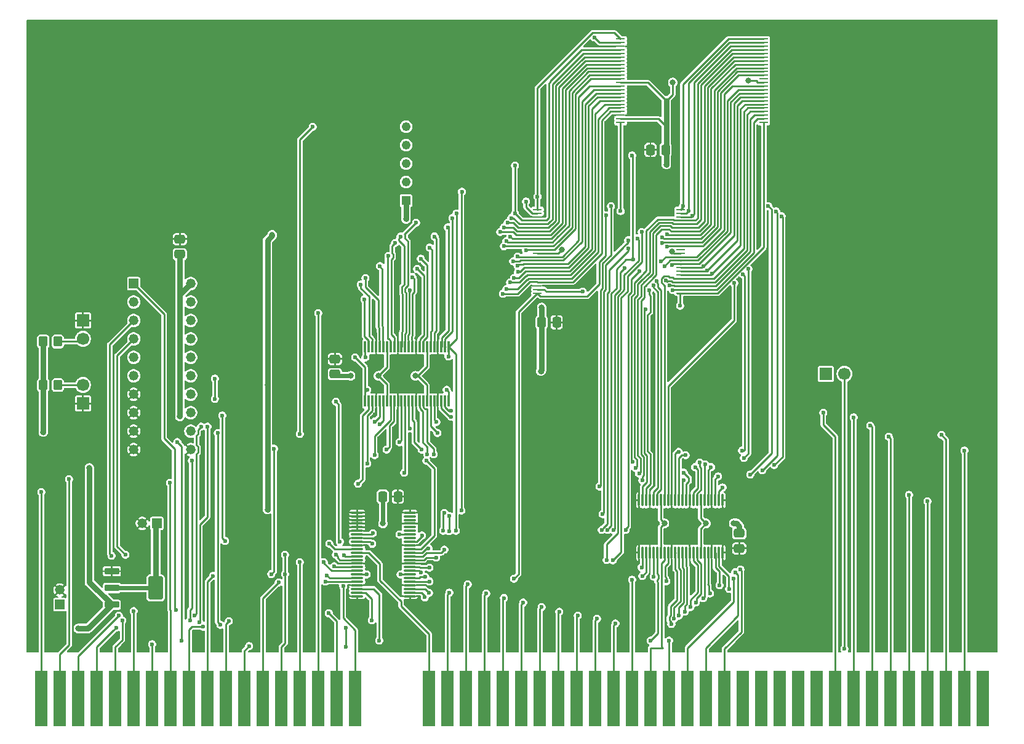
<source format=gbr>
%TF.GenerationSoftware,KiCad,Pcbnew,9.0.6*%
%TF.CreationDate,2026-01-06T07:36:32-07:00*%
%TF.ProjectId,PCRAMXpander,50435241-4d58-4706-916e-6465722e6b69,rev?*%
%TF.SameCoordinates,Original*%
%TF.FileFunction,Copper,L1,Top*%
%TF.FilePolarity,Positive*%
%FSLAX46Y46*%
G04 Gerber Fmt 4.6, Leading zero omitted, Abs format (unit mm)*
G04 Created by KiCad (PCBNEW 9.0.6) date 2026-01-06 07:36:32*
%MOMM*%
%LPD*%
G01*
G04 APERTURE LIST*
G04 Aperture macros list*
%AMRoundRect*
0 Rectangle with rounded corners*
0 $1 Rounding radius*
0 $2 $3 $4 $5 $6 $7 $8 $9 X,Y pos of 4 corners*
0 Add a 4 corners polygon primitive as box body*
4,1,4,$2,$3,$4,$5,$6,$7,$8,$9,$2,$3,0*
0 Add four circle primitives for the rounded corners*
1,1,$1+$1,$2,$3*
1,1,$1+$1,$4,$5*
1,1,$1+$1,$6,$7*
1,1,$1+$1,$8,$9*
0 Add four rect primitives between the rounded corners*
20,1,$1+$1,$2,$3,$4,$5,0*
20,1,$1+$1,$4,$5,$6,$7,0*
20,1,$1+$1,$6,$7,$8,$9,0*
20,1,$1+$1,$8,$9,$2,$3,0*%
G04 Aperture macros list end*
%TA.AperFunction,SMDPad,CuDef*%
%ADD10RoundRect,0.035000X-0.105000X0.750000X-0.105000X-0.750000X0.105000X-0.750000X0.105000X0.750000X0*%
%TD*%
%TA.AperFunction,ComponentPad*%
%ADD11R,1.320800X1.320800*%
%TD*%
%TA.AperFunction,ComponentPad*%
%ADD12C,1.320800*%
%TD*%
%TA.AperFunction,SMDPad,CuDef*%
%ADD13RoundRect,0.250000X0.350000X0.450000X-0.350000X0.450000X-0.350000X-0.450000X0.350000X-0.450000X0*%
%TD*%
%TA.AperFunction,SMDPad,CuDef*%
%ADD14RoundRect,0.116250X-0.873750X-0.348750X0.873750X-0.348750X0.873750X0.348750X-0.873750X0.348750X0*%
%TD*%
%TA.AperFunction,SMDPad,CuDef*%
%ADD15RoundRect,0.247500X-0.742500X-1.367500X0.742500X-1.367500X0.742500X1.367500X-0.742500X1.367500X0*%
%TD*%
%TA.AperFunction,SMDPad,CuDef*%
%ADD16O,0.299999X1.749999*%
%TD*%
%TA.AperFunction,SMDPad,CuDef*%
%ADD17RoundRect,0.250000X-0.350000X-0.450000X0.350000X-0.450000X0.350000X0.450000X-0.350000X0.450000X0*%
%TD*%
%TA.AperFunction,ConnectorPad*%
%ADD18R,1.780000X7.620000*%
%TD*%
%TA.AperFunction,SMDPad,CuDef*%
%ADD19R,1.206500X0.279400*%
%TD*%
%TA.AperFunction,SMDPad,CuDef*%
%ADD20RoundRect,0.250000X-0.475000X0.337500X-0.475000X-0.337500X0.475000X-0.337500X0.475000X0.337500X0*%
%TD*%
%TA.AperFunction,SMDPad,CuDef*%
%ADD21RoundRect,0.250000X0.337500X0.475000X-0.337500X0.475000X-0.337500X-0.475000X0.337500X-0.475000X0*%
%TD*%
%TA.AperFunction,ComponentPad*%
%ADD22R,1.700000X1.700000*%
%TD*%
%TA.AperFunction,ComponentPad*%
%ADD23C,1.700000*%
%TD*%
%TA.AperFunction,ComponentPad*%
%ADD24R,1.219200X1.219200*%
%TD*%
%TA.AperFunction,ComponentPad*%
%ADD25C,1.219200*%
%TD*%
%TA.AperFunction,SMDPad,CuDef*%
%ADD26RoundRect,0.250000X-0.337500X-0.475000X0.337500X-0.475000X0.337500X0.475000X-0.337500X0.475000X0*%
%TD*%
%TA.AperFunction,SMDPad,CuDef*%
%ADD27O,1.749999X0.299999*%
%TD*%
%TA.AperFunction,SMDPad,CuDef*%
%ADD28RoundRect,0.250000X0.475000X-0.337500X0.475000X0.337500X-0.475000X0.337500X-0.475000X-0.337500X0*%
%TD*%
%TA.AperFunction,ViaPad*%
%ADD29C,0.600000*%
%TD*%
%TA.AperFunction,ViaPad*%
%ADD30C,0.800000*%
%TD*%
%TA.AperFunction,Conductor*%
%ADD31C,0.250000*%
%TD*%
%TA.AperFunction,Conductor*%
%ADD32C,0.800000*%
%TD*%
%TA.AperFunction,Conductor*%
%ADD33C,0.600000*%
%TD*%
G04 APERTURE END LIST*
D10*
%TO.P,U2,1,1DIR*%
%TO.N,OE*%
X122082000Y-100166000D03*
%TO.P,U2,2,1B1*%
%TO.N,D0*%
X121582000Y-100166000D03*
%TO.P,U2,3,1B2*%
%TO.N,D1*%
X121082000Y-100166000D03*
%TO.P,U2,4,GND-2*%
%TO.N,GND*%
X120582000Y-100166000D03*
%TO.P,U2,5,1B3*%
%TO.N,D2*%
X120082000Y-100166000D03*
%TO.P,U2,6,1B4*%
%TO.N,D3*%
X119582000Y-100166000D03*
%TO.P,U2,7,VCC*%
%TO.N,+3.3V*%
X119082000Y-100166000D03*
%TO.P,U2,8,1B5*%
%TO.N,D4*%
X118582000Y-100166000D03*
%TO.P,U2,9,1B6*%
%TO.N,D5*%
X118082000Y-100166000D03*
%TO.P,U2,10,GND-7*%
%TO.N,GND*%
X117582000Y-100166000D03*
%TO.P,U2,11,1B7*%
%TO.N,D6*%
X117082000Y-100166000D03*
%TO.P,U2,12,1B8*%
%TO.N,D7*%
X116582000Y-100166000D03*
%TO.P,U2,13,2B1*%
%TO.N,D8*%
X116082000Y-100166000D03*
%TO.P,U2,14,2B2*%
%TO.N,D9*%
X115582000Y-100166000D03*
%TO.P,U2,15,GND*%
%TO.N,GND*%
X115082000Y-100166000D03*
%TO.P,U2,16,2B3*%
%TO.N,D10*%
X114582000Y-100166000D03*
%TO.P,U2,17,2B4*%
%TO.N,D11*%
X114082000Y-100166000D03*
%TO.P,U2,18,VCC-2*%
%TO.N,+3.3V*%
X113582000Y-100166000D03*
%TO.P,U2,19,2B5*%
%TO.N,D12*%
X113082000Y-100166000D03*
%TO.P,U2,20,2B6*%
%TO.N,D13*%
X112582000Y-100166000D03*
%TO.P,U2,21,GND-1*%
%TO.N,GND*%
X112082000Y-100166000D03*
%TO.P,U2,22,2B7*%
%TO.N,D14*%
X111582000Y-100166000D03*
%TO.P,U2,23,2B8*%
%TO.N,D15*%
X111082000Y-100166000D03*
%TO.P,U2,24,2DI*%
%TO.N,OE*%
X110582000Y-100166000D03*
%TO.P,U2,25,2OE*%
%TO.N,TRANS_EN*%
X110582000Y-107606000D03*
%TO.P,U2,26,2A8*%
%TO.N,Net-(J1-D15)*%
X111082000Y-107606000D03*
%TO.P,U2,27,2A7*%
%TO.N,Net-(J1-D14)*%
X111582000Y-107606000D03*
%TO.P,U2,28,GND-5*%
%TO.N,GND*%
X112082000Y-107606000D03*
%TO.P,U2,29,2A6*%
%TO.N,Net-(J1-D13)*%
X112582000Y-107606000D03*
%TO.P,U2,30,2A5*%
%TO.N,Net-(J1-D12)*%
X113082000Y-107606000D03*
%TO.P,U2,31,VCC-3*%
%TO.N,+3.3V*%
X113582000Y-107606000D03*
%TO.P,U2,32,2A4*%
%TO.N,Net-(J1-D11)*%
X114082000Y-107606000D03*
%TO.P,U2,33,2A3*%
%TO.N,Net-(J1-D10)*%
X114582000Y-107606000D03*
%TO.P,U2,34,GND-6*%
%TO.N,GND*%
X115082000Y-107606000D03*
%TO.P,U2,35,2A2*%
%TO.N,Net-(J1-D9)*%
X115582000Y-107606000D03*
%TO.P,U2,36,2A1*%
%TO.N,Net-(J1-D8)*%
X116082000Y-107606000D03*
%TO.P,U2,37,1A8*%
%TO.N,Net-(J1-DB7)*%
X116582000Y-107606000D03*
%TO.P,U2,38,1A7*%
%TO.N,Net-(J1-DB6)*%
X117082000Y-107606000D03*
%TO.P,U2,39,GND-3*%
%TO.N,GND*%
X117582000Y-107606000D03*
%TO.P,U2,40,1A6*%
%TO.N,Net-(J1-DB5)*%
X118082000Y-107606000D03*
%TO.P,U2,41,1A5*%
%TO.N,Net-(J1-DB4)*%
X118582000Y-107606000D03*
%TO.P,U2,42,VCC-1*%
%TO.N,+3.3V*%
X119082000Y-107606000D03*
%TO.P,U2,43,1A4*%
%TO.N,Net-(J1-DB3)*%
X119582000Y-107606000D03*
%TO.P,U2,44,1A3*%
%TO.N,Net-(J1-DB2)*%
X120082000Y-107606000D03*
%TO.P,U2,45,GND-4*%
%TO.N,GND*%
X120582000Y-107606000D03*
%TO.P,U2,46,1A2*%
%TO.N,Net-(J1-DB1)*%
X121082000Y-107606000D03*
%TO.P,U2,47,1A1*%
%TO.N,Net-(J1-DB0)*%
X121582000Y-107606000D03*
%TO.P,U2,48,1OE*%
%TO.N,TRANS_EN*%
X122082000Y-107606000D03*
%TD*%
D11*
%TO.P,C7,1*%
%TO.N,+5V*%
X68580000Y-135636000D03*
D12*
%TO.P,C7,2*%
%TO.N,GND*%
X68580000Y-133629400D03*
%TD*%
D13*
%TO.P,R2,1*%
%TO.N,Net-(JP2-B)*%
X68294000Y-105410000D03*
%TO.P,R2,2*%
%TO.N,+5V*%
X66294000Y-105410000D03*
%TD*%
D11*
%TO.P,C8,1*%
%TO.N,+3.3V*%
X81915000Y-124460000D03*
D12*
%TO.P,C8,2*%
%TO.N,GND*%
X79908400Y-124460000D03*
%TD*%
D14*
%TO.P,VR1,1,GND*%
%TO.N,GND*%
X75725000Y-131050000D03*
%TO.P,VR1,2,VOUT*%
%TO.N,+3.3V*%
X75725000Y-133350000D03*
%TO.P,VR1,3,VIN*%
%TO.N,+5V*%
X75725000Y-135650000D03*
D15*
%TO.P,VR1,4,VOUT__1*%
%TO.N,+3.3V*%
X81755000Y-133350000D03*
%TD*%
D16*
%TO.P,U3,1,1OE_N*%
%TO.N,GND*%
X159753499Y-121255999D03*
%TO.P,U3,2,1Y1*%
%TO.N,A0*%
X159253500Y-121255999D03*
%TO.P,U3,3,1Y2*%
%TO.N,A1*%
X158753499Y-121255999D03*
%TO.P,U3,4,GND*%
%TO.N,GND*%
X158253500Y-121255999D03*
%TO.P,U3,5,1Y3*%
%TO.N,A2*%
X157753498Y-121255999D03*
%TO.P,U3,6,1Y4*%
%TO.N,A3*%
X157253499Y-121255999D03*
%TO.P,U3,7,VCC*%
%TO.N,+3.3V*%
X156753500Y-121255999D03*
%TO.P,U3,8,2Y1*%
%TO.N,A4*%
X156253499Y-121255999D03*
%TO.P,U3,9,2Y2*%
%TO.N,A5*%
X155753500Y-121255999D03*
%TO.P,U3,10,GND*%
%TO.N,GND*%
X155253498Y-121255999D03*
%TO.P,U3,11,2Y3*%
%TO.N,A6*%
X154753499Y-121255999D03*
%TO.P,U3,12,2Y4*%
%TO.N,A7*%
X154253500Y-121255999D03*
%TO.P,U3,13,3Y1*%
%TO.N,A8*%
X153753498Y-121255999D03*
%TO.P,U3,14,3Y2*%
%TO.N,A9*%
X153253500Y-121255999D03*
%TO.P,U3,15,GND*%
%TO.N,GND*%
X152753498Y-121255999D03*
%TO.P,U3,16,3Y3*%
%TO.N,A10*%
X152253499Y-121255999D03*
%TO.P,U3,17,3Y4*%
%TO.N,A11*%
X151753500Y-121255999D03*
%TO.P,U3,18,VCC*%
%TO.N,+3.3V*%
X151253498Y-121255999D03*
%TO.P,U3,19,4Y1*%
%TO.N,A12*%
X150753499Y-121255999D03*
%TO.P,U3,20,4Y2*%
%TO.N,A13*%
X150253500Y-121255999D03*
%TO.P,U3,21,GND*%
%TO.N,GND*%
X149753499Y-121255999D03*
%TO.P,U3,22,4Y3*%
%TO.N,A14*%
X149253500Y-121255999D03*
%TO.P,U3,23,4Y4*%
%TO.N,A15*%
X148753498Y-121255999D03*
%TO.P,U3,24,4OE_N*%
%TO.N,GND*%
X148253499Y-121255999D03*
%TO.P,U3,25,3OE_N*%
X148253499Y-128506000D03*
%TO.P,U3,26,4A4*%
%TO.N,BA16*%
X148753498Y-128506000D03*
%TO.P,U3,27,4A3*%
%TO.N,BA15*%
X149253500Y-128506000D03*
%TO.P,U3,28,GND*%
%TO.N,GND*%
X149753499Y-128506000D03*
%TO.P,U3,29,4A2*%
%TO.N,BA14*%
X150253500Y-128506000D03*
%TO.P,U3,30,4A1*%
%TO.N,BA13*%
X150753499Y-128506000D03*
%TO.P,U3,31,VCC*%
%TO.N,+3.3V*%
X151253498Y-128506000D03*
%TO.P,U3,32,3A4*%
%TO.N,BA12*%
X151753500Y-128506000D03*
%TO.P,U3,33,3A3*%
%TO.N,BA11*%
X152253499Y-128506000D03*
%TO.P,U3,34,GND*%
%TO.N,GND*%
X152753498Y-128506000D03*
%TO.P,U3,35,3A2*%
%TO.N,BA10*%
X153253500Y-128506000D03*
%TO.P,U3,36,3A1*%
%TO.N,BA09*%
X153753498Y-128506000D03*
%TO.P,U3,37,2A4*%
%TO.N,BA08*%
X154253500Y-128506000D03*
%TO.P,U3,38,2A3*%
%TO.N,BA07*%
X154753499Y-128506000D03*
%TO.P,U3,39,GND*%
%TO.N,GND*%
X155253498Y-128506000D03*
%TO.P,U3,40,2A2*%
%TO.N,BA06*%
X155753500Y-128506000D03*
%TO.P,U3,41,2A1*%
%TO.N,BA05*%
X156253499Y-128506000D03*
%TO.P,U3,42,VCC*%
%TO.N,+3.3V*%
X156753500Y-128506000D03*
%TO.P,U3,43,1A4*%
%TO.N,BA04*%
X157253499Y-128506000D03*
%TO.P,U3,44,1A3*%
%TO.N,BA03*%
X157753498Y-128506000D03*
%TO.P,U3,45,GND*%
%TO.N,GND*%
X158253500Y-128506000D03*
%TO.P,U3,46,1A2*%
%TO.N,BA02*%
X158753499Y-128506000D03*
%TO.P,U3,47,1A1*%
%TO.N,BA01*%
X159253500Y-128506000D03*
%TO.P,U3,48,2OE_N*%
%TO.N,GND*%
X159753499Y-128506000D03*
%TD*%
D17*
%TO.P,R1,1*%
%TO.N,+5V*%
X66294000Y-99425000D03*
%TO.P,R1,2*%
%TO.N,Net-(JP1-B)*%
X68294000Y-99425000D03*
%TD*%
D18*
%TO.P,J1,32,IO*%
%TO.N,unconnected-(J1-IO-Pad32)*%
X195580000Y-148590000D03*
%TO.P,J1,33,DB7*%
%TO.N,Net-(J1-DB7)*%
X193040000Y-148590000D03*
%TO.P,J1,34,DB6*%
%TO.N,Net-(J1-DB6)*%
X190500000Y-148590000D03*
%TO.P,J1,35,DB5*%
%TO.N,Net-(J1-DB5)*%
X187960000Y-148590000D03*
%TO.P,J1,36,DB4*%
%TO.N,Net-(J1-DB4)*%
X185420000Y-148590000D03*
%TO.P,J1,37,DB3*%
%TO.N,Net-(J1-DB3)*%
X182880000Y-148590000D03*
%TO.P,J1,38,DB2*%
%TO.N,Net-(J1-DB2)*%
X180340000Y-148590000D03*
%TO.P,J1,39,DB1*%
%TO.N,Net-(J1-DB1)*%
X177800000Y-148590000D03*
%TO.P,J1,40,DB0*%
%TO.N,Net-(J1-DB0)*%
X175260000Y-148590000D03*
%TO.P,J1,41,IO_READY*%
%TO.N,unconnected-(J1-IO_READY-Pad41)*%
X172720000Y-148590000D03*
%TO.P,J1,42,AEN*%
%TO.N,unconnected-(J1-AEN-Pad42)*%
X170180000Y-148590000D03*
%TO.P,J1,43,BA19*%
%TO.N,unconnected-(J1-BA19-Pad43)*%
X167640000Y-148590000D03*
%TO.P,J1,44,BA18*%
%TO.N,unconnected-(J1-BA18-Pad44)*%
X165100000Y-148590000D03*
%TO.P,J1,45,BA17*%
%TO.N,unconnected-(J1-BA17-Pad45)*%
X162560000Y-148590000D03*
%TO.P,J1,46,BA16*%
%TO.N,BA16*%
X160020000Y-148590000D03*
%TO.P,J1,47,BA15*%
%TO.N,BA15*%
X157480000Y-148590000D03*
%TO.P,J1,48,BA14*%
%TO.N,BA14*%
X154940000Y-148590000D03*
%TO.P,J1,49,BA13*%
%TO.N,BA13*%
X152400000Y-148590000D03*
%TO.P,J1,50,BA12*%
%TO.N,BA12*%
X149860000Y-148590000D03*
%TO.P,J1,51,BA11*%
%TO.N,BA11*%
X147320000Y-148590000D03*
%TO.P,J1,52,BA10*%
%TO.N,BA10*%
X144780000Y-148590000D03*
%TO.P,J1,53,BA09*%
%TO.N,BA09*%
X142240000Y-148590000D03*
%TO.P,J1,54,BA08*%
%TO.N,BA08*%
X139700000Y-148590000D03*
%TO.P,J1,55,BA07*%
%TO.N,BA07*%
X137160000Y-148590000D03*
%TO.P,J1,56,BA06*%
%TO.N,BA06*%
X134620000Y-148590000D03*
%TO.P,J1,57,BA05*%
%TO.N,BA05*%
X132080000Y-148590000D03*
%TO.P,J1,58,BA04*%
%TO.N,BA04*%
X129540000Y-148590000D03*
%TO.P,J1,59,BA03*%
%TO.N,BA03*%
X127000000Y-148590000D03*
%TO.P,J1,60,BA02*%
%TO.N,BA02*%
X124460000Y-148590000D03*
%TO.P,J1,61,BA01*%
%TO.N,BA01*%
X121920000Y-148590000D03*
%TO.P,J1,62,BA00*%
%TO.N,BA00*%
X119380000Y-148590000D03*
%TO.P,J1,81,SBHE*%
%TO.N,SBHE*%
X109220000Y-148590000D03*
%TO.P,J1,82,LA23*%
%TO.N,LA23*%
X106680000Y-148590000D03*
%TO.P,J1,83,LA22*%
%TO.N,LA22*%
X104140000Y-148590000D03*
%TO.P,J1,84,LA21*%
%TO.N,LA21*%
X101600000Y-148590000D03*
%TO.P,J1,85,LA20*%
%TO.N,LA20*%
X99060000Y-148590000D03*
%TO.P,J1,86,LA19*%
%TO.N,LA19*%
X96520000Y-148590000D03*
%TO.P,J1,87,LA18*%
%TO.N,LA18*%
X93980000Y-148590000D03*
%TO.P,J1,88,LA17*%
%TO.N,LA17*%
X91440000Y-148590000D03*
%TO.P,J1,89,~{MEMR}*%
%TO.N,MEMR*%
X88900000Y-148590000D03*
%TO.P,J1,90,~{MEMW}*%
%TO.N,MEMW*%
X86360000Y-148590000D03*
%TO.P,J1,91,D8*%
%TO.N,Net-(J1-D8)*%
X83820000Y-148590000D03*
%TO.P,J1,92,D9*%
%TO.N,Net-(J1-D9)*%
X81280000Y-148590000D03*
%TO.P,J1,93,D10*%
%TO.N,Net-(J1-D10)*%
X78740000Y-148590000D03*
%TO.P,J1,94,D11*%
%TO.N,Net-(J1-D11)*%
X76200000Y-148590000D03*
%TO.P,J1,95,D12*%
%TO.N,Net-(J1-D12)*%
X73660000Y-148590000D03*
%TO.P,J1,96,D13*%
%TO.N,Net-(J1-D13)*%
X71120000Y-148590000D03*
%TO.P,J1,97,D14*%
%TO.N,Net-(J1-D14)*%
X68580000Y-148590000D03*
%TO.P,J1,98,D15*%
%TO.N,Net-(J1-D15)*%
X66040000Y-148590000D03*
%TD*%
D19*
%TO.P,U5,1,A15*%
%TO.N,A15*%
X165423850Y-69249999D03*
%TO.P,U5,2,A14*%
%TO.N,A14*%
X165423850Y-68750000D03*
%TO.P,U5,3,A13*%
%TO.N,A13*%
X165423850Y-68250001D03*
%TO.P,U5,4,A12*%
%TO.N,A12*%
X165423850Y-67749999D03*
%TO.P,U5,5,A11*%
%TO.N,A11*%
X165423850Y-67250000D03*
%TO.P,U5,6,A10*%
%TO.N,A10*%
X165423850Y-66750001D03*
%TO.P,U5,7,A9*%
%TO.N,A9*%
X165423850Y-66250000D03*
%TO.P,U5,8,A8*%
%TO.N,A8*%
X165423850Y-65750001D03*
%TO.P,U5,9,A19*%
%TO.N,A19*%
X165423850Y-65249999D03*
%TO.P,U5,10,A20*%
%TO.N,A20*%
X165423850Y-64750000D03*
%TO.P,U5,11,WE#*%
%TO.N,WE*%
X165423850Y-64250001D03*
%TO.P,U5,12,CE2*%
%TO.N,+3.3V*%
X165423850Y-63750000D03*
%TO.P,U5,13,NC*%
%TO.N,unconnected-(U5-NC-Pad13)*%
X165423850Y-63250000D03*
%TO.P,U5,14,UB#*%
%TO.N,UB*%
X165423850Y-62749999D03*
%TO.P,U5,15,LB#*%
%TO.N,LB*%
X165423850Y-62250000D03*
%TO.P,U5,16,A18*%
%TO.N,A18*%
X165423850Y-61750001D03*
%TO.P,U5,17,A17*%
%TO.N,A17*%
X165423850Y-61249999D03*
%TO.P,U5,18,A7*%
%TO.N,A7*%
X165423850Y-60750000D03*
%TO.P,U5,19,A6*%
%TO.N,A6*%
X165423850Y-60249999D03*
%TO.P,U5,20,A5*%
%TO.N,A5*%
X165423850Y-59750000D03*
%TO.P,U5,21,A4*%
%TO.N,A4*%
X165423850Y-59250001D03*
%TO.P,U5,22,A3*%
%TO.N,A3*%
X165423850Y-58749999D03*
%TO.P,U5,23,A2*%
%TO.N,A2*%
X165423850Y-58250000D03*
%TO.P,U5,24,A1*%
%TO.N,A1*%
X165423850Y-57749999D03*
%TO.P,U5,25,A0*%
%TO.N,A0*%
X145726150Y-57750001D03*
%TO.P,U5,26,CE#*%
%TO.N,C1E*%
X145726150Y-58250000D03*
%TO.P,U5,27,VSS*%
%TO.N,GND*%
X145726150Y-58749999D03*
%TO.P,U5,28,OE#*%
%TO.N,OE*%
X145726150Y-59250001D03*
%TO.P,U5,29,DQ0*%
%TO.N,D0*%
X145726150Y-59750000D03*
%TO.P,U5,30,DQ8*%
%TO.N,D8*%
X145726150Y-60250001D03*
%TO.P,U5,31,DQ1*%
%TO.N,D1*%
X145726150Y-60750000D03*
%TO.P,U5,32,DQ9*%
%TO.N,D9*%
X145726150Y-61249999D03*
%TO.P,U5,33,DQ2*%
%TO.N,D2*%
X145726150Y-61750001D03*
%TO.P,U5,34,DQ10*%
%TO.N,D10*%
X145726150Y-62250000D03*
%TO.P,U5,35,DQ3*%
%TO.N,D3*%
X145726150Y-62750002D03*
%TO.P,U5,36,DQ11*%
%TO.N,D11*%
X145726150Y-63250000D03*
%TO.P,U5,37,VCC*%
%TO.N,+3.3V*%
X145726150Y-63750000D03*
%TO.P,U5,38,DQ4*%
%TO.N,D4*%
X145726150Y-64250001D03*
%TO.P,U5,39,DQ12*%
%TO.N,D12*%
X145726150Y-64750000D03*
%TO.P,U5,40,DQ5*%
%TO.N,D5*%
X145726150Y-65249999D03*
%TO.P,U5,41,DQ13*%
%TO.N,D13*%
X145726150Y-65750001D03*
%TO.P,U5,42,DQ6*%
%TO.N,D6*%
X145726150Y-66250000D03*
%TO.P,U5,43,DQ14*%
%TO.N,D14*%
X145726150Y-66750001D03*
%TO.P,U5,44,DQ7*%
%TO.N,D7*%
X145726150Y-67250000D03*
%TO.P,U5,45,DQ15/A-1*%
%TO.N,D15*%
X145726150Y-67749999D03*
%TO.P,U5,46,VSS*%
%TO.N,GND*%
X145726150Y-68250001D03*
%TO.P,U5,47,BYTE#*%
%TO.N,+3.3V*%
X145726150Y-68750000D03*
%TO.P,U5,48,A16*%
%TO.N,A16*%
X145726150Y-69250001D03*
%TD*%
D20*
%TO.P,C1,1*%
%TO.N,GND*%
X85090000Y-85322500D03*
%TO.P,C1,2*%
%TO.N,+5V*%
X85090000Y-87397500D03*
%TD*%
D21*
%TO.P,C6,1*%
%TO.N,+3.3V*%
X151913500Y-73025000D03*
%TO.P,C6,2*%
%TO.N,GND*%
X149838500Y-73025000D03*
%TD*%
D20*
%TO.P,C2,1*%
%TO.N,GND*%
X106426000Y-101832500D03*
%TO.P,C2,2*%
%TO.N,+3.3V*%
X106426000Y-103907500D03*
%TD*%
D19*
%TO.P,U6,1,A15*%
%TO.N,A15*%
X153993850Y-92744999D03*
%TO.P,U6,2,A14*%
%TO.N,A14*%
X153993850Y-92245000D03*
%TO.P,U6,3,A13*%
%TO.N,A13*%
X153993850Y-91745001D03*
%TO.P,U6,4,A12*%
%TO.N,A12*%
X153993850Y-91244999D03*
%TO.P,U6,5,A11*%
%TO.N,A11*%
X153993850Y-90745000D03*
%TO.P,U6,6,A10*%
%TO.N,A10*%
X153993850Y-90245001D03*
%TO.P,U6,7,A9*%
%TO.N,A9*%
X153993850Y-89745000D03*
%TO.P,U6,8,A8*%
%TO.N,A8*%
X153993850Y-89245001D03*
%TO.P,U6,9,A19*%
%TO.N,A19*%
X153993850Y-88744999D03*
%TO.P,U6,10,A20*%
%TO.N,A20*%
X153993850Y-88245000D03*
%TO.P,U6,11,WE#*%
%TO.N,WE*%
X153993850Y-87745001D03*
%TO.P,U6,12,CE2*%
%TO.N,+3.3V*%
X153993850Y-87245000D03*
%TO.P,U6,13,NC*%
%TO.N,unconnected-(U6-NC-Pad13)*%
X153993850Y-86745000D03*
%TO.P,U6,14,UB#*%
%TO.N,UB*%
X153993850Y-86244999D03*
%TO.P,U6,15,LB#*%
%TO.N,LB*%
X153993850Y-85745000D03*
%TO.P,U6,16,A18*%
%TO.N,A18*%
X153993850Y-85245001D03*
%TO.P,U6,17,A17*%
%TO.N,A17*%
X153993850Y-84744999D03*
%TO.P,U6,18,A7*%
%TO.N,A7*%
X153993850Y-84245000D03*
%TO.P,U6,19,A6*%
%TO.N,A6*%
X153993850Y-83744999D03*
%TO.P,U6,20,A5*%
%TO.N,A5*%
X153993850Y-83245000D03*
%TO.P,U6,21,A4*%
%TO.N,A4*%
X153993850Y-82745001D03*
%TO.P,U6,22,A3*%
%TO.N,A3*%
X153993850Y-82244999D03*
%TO.P,U6,23,A2*%
%TO.N,A2*%
X153993850Y-81745000D03*
%TO.P,U6,24,A1*%
%TO.N,A1*%
X153993850Y-81244999D03*
%TO.P,U6,25,A0*%
%TO.N,A0*%
X134296150Y-81245001D03*
%TO.P,U6,26,CE#*%
%TO.N,C2E*%
X134296150Y-81745000D03*
%TO.P,U6,27,VSS*%
%TO.N,GND*%
X134296150Y-82244999D03*
%TO.P,U6,28,OE#*%
%TO.N,OE*%
X134296150Y-82745001D03*
%TO.P,U6,29,DQ0*%
%TO.N,D0*%
X134296150Y-83245000D03*
%TO.P,U6,30,DQ8*%
%TO.N,D8*%
X134296150Y-83745001D03*
%TO.P,U6,31,DQ1*%
%TO.N,D1*%
X134296150Y-84245000D03*
%TO.P,U6,32,DQ9*%
%TO.N,D9*%
X134296150Y-84744999D03*
%TO.P,U6,33,DQ2*%
%TO.N,D2*%
X134296150Y-85245001D03*
%TO.P,U6,34,DQ10*%
%TO.N,D10*%
X134296150Y-85745000D03*
%TO.P,U6,35,DQ3*%
%TO.N,D3*%
X134296150Y-86245002D03*
%TO.P,U6,36,DQ11*%
%TO.N,D11*%
X134296150Y-86745000D03*
%TO.P,U6,37,VCC*%
%TO.N,+3.3V*%
X134296150Y-87245000D03*
%TO.P,U6,38,DQ4*%
%TO.N,D4*%
X134296150Y-87745001D03*
%TO.P,U6,39,DQ12*%
%TO.N,D12*%
X134296150Y-88245000D03*
%TO.P,U6,40,DQ5*%
%TO.N,D5*%
X134296150Y-88744999D03*
%TO.P,U6,41,DQ13*%
%TO.N,D13*%
X134296150Y-89245001D03*
%TO.P,U6,42,DQ6*%
%TO.N,D6*%
X134296150Y-89745000D03*
%TO.P,U6,43,DQ14*%
%TO.N,D14*%
X134296150Y-90245001D03*
%TO.P,U6,44,DQ7*%
%TO.N,D7*%
X134296150Y-90745000D03*
%TO.P,U6,45,DQ15/A-1*%
%TO.N,D15*%
X134296150Y-91244999D03*
%TO.P,U6,46,VSS*%
%TO.N,GND*%
X134296150Y-91745001D03*
%TO.P,U6,47,BYTE#*%
%TO.N,+3.3V*%
X134296150Y-92245000D03*
%TO.P,U6,48,A16*%
%TO.N,A16*%
X134296150Y-92745001D03*
%TD*%
D22*
%TO.P,JP2,1,A*%
%TO.N,GND*%
X71755000Y-107950000D03*
D23*
%TO.P,JP2,2,B*%
%TO.N,Net-(JP2-B)*%
X71755000Y-105410000D03*
%TD*%
D22*
%TO.P,JP3,1,A*%
%TO.N,Net-(JP3-A)*%
X173990000Y-103886000D03*
D23*
%TO.P,JP3,2,B*%
%TO.N,Net-(J1-NOWS)*%
X176530000Y-103886000D03*
%TD*%
D22*
%TO.P,JP1,1,A*%
%TO.N,GND*%
X71755000Y-96520000D03*
D23*
%TO.P,JP1,2,B*%
%TO.N,Net-(JP1-B)*%
X71755000Y-99060000D03*
%TD*%
D24*
%TO.P,R3,1*%
%TO.N,+3.3V*%
X116205000Y-80010000D03*
D25*
%TO.P,R3,2*%
%TO.N,C2E*%
X116205000Y-77470000D03*
%TO.P,R3,3*%
%TO.N,OE*%
X116205000Y-74930000D03*
%TO.P,R3,4*%
%TO.N,WE*%
X116205000Y-72390000D03*
%TO.P,R3,5*%
%TO.N,C1E*%
X116205000Y-69850000D03*
%TD*%
D26*
%TO.P,C5,1*%
%TO.N,+3.3V*%
X134852500Y-96774000D03*
%TO.P,C5,2*%
%TO.N,GND*%
X136927500Y-96774000D03*
%TD*%
D27*
%TO.P,U4,1,1OE_N*%
%TO.N,GND*%
X116734500Y-134484001D03*
%TO.P,U4,2,1Y1*%
%TO.N,A16*%
X116734500Y-133984002D03*
%TO.P,U4,3,1Y2*%
%TO.N,A17*%
X116734500Y-133484001D03*
%TO.P,U4,4,GND*%
%TO.N,GND*%
X116734500Y-132984002D03*
%TO.P,U4,5,1Y3*%
%TO.N,A18*%
X116734500Y-132484000D03*
%TO.P,U4,6,1Y4*%
%TO.N,A19*%
X116734500Y-131984001D03*
%TO.P,U4,7,VCC*%
%TO.N,+3.3V*%
X116734500Y-131484002D03*
%TO.P,U4,8,2Y1*%
%TO.N,A20*%
X116734500Y-130984001D03*
%TO.P,U4,9,2Y2*%
%TO.N,OE*%
X116734500Y-130484002D03*
%TO.P,U4,10,GND*%
%TO.N,GND*%
X116734500Y-129984000D03*
%TO.P,U4,11,2Y3*%
%TO.N,WE*%
X116734500Y-129484001D03*
%TO.P,U4,12,2Y4*%
%TO.N,UB*%
X116734500Y-128984002D03*
%TO.P,U4,13,3Y1*%
%TO.N,LB*%
X116734500Y-128484000D03*
%TO.P,U4,14,3Y2*%
%TO.N,C1E*%
X116734500Y-127984002D03*
%TO.P,U4,15,GND*%
%TO.N,GND*%
X116734500Y-127484000D03*
%TO.P,U4,16,3Y3*%
%TO.N,C2E*%
X116734500Y-126984001D03*
%TO.P,U4,17,3Y4*%
%TO.N,unconnected-(U4-3Y4-Pad17)*%
X116734500Y-126484002D03*
%TO.P,U4,18,VCC*%
%TO.N,+3.3V*%
X116734500Y-125984000D03*
%TO.P,U4,19,4Y1*%
%TO.N,unconnected-(U4-4Y1-Pad19)*%
X116734500Y-125484001D03*
%TO.P,U4,20,4Y2*%
%TO.N,unconnected-(U4-4Y2-Pad20)*%
X116734500Y-124984002D03*
%TO.P,U4,21,GND*%
%TO.N,GND*%
X116734500Y-124484001D03*
%TO.P,U4,22,4Y3*%
%TO.N,unconnected-(U4-4Y3-Pad22)*%
X116734500Y-123984002D03*
%TO.P,U4,23,4Y4*%
%TO.N,unconnected-(U4-4Y4-Pad23)*%
X116734500Y-123484000D03*
%TO.P,U4,24,4OE_N*%
%TO.N,GND*%
X116734500Y-122984001D03*
%TO.P,U4,25,3OE_N*%
X109484499Y-122984001D03*
%TO.P,U4,26,4A4*%
X109484499Y-123484000D03*
%TO.P,U4,27,4A3*%
X109484499Y-123984002D03*
%TO.P,U4,28,GND*%
X109484499Y-124484001D03*
%TO.P,U4,29,4A2*%
X109484499Y-124984002D03*
%TO.P,U4,30,4A1*%
X109484499Y-125484001D03*
%TO.P,U4,31,VCC*%
%TO.N,+3.3V*%
X109484499Y-125984000D03*
%TO.P,U4,32,3A4*%
%TO.N,GND*%
X109484499Y-126484002D03*
%TO.P,U4,33,3A3*%
%TO.N,CS_HI*%
X109484499Y-126984001D03*
%TO.P,U4,34,GND*%
%TO.N,GND*%
X109484499Y-127484000D03*
%TO.P,U4,35,3A2*%
%TO.N,CS_LO*%
X109484499Y-127984002D03*
%TO.P,U4,36,3A1*%
%TO.N,BA00*%
X109484499Y-128484000D03*
%TO.P,U4,37,2A4*%
%TO.N,SBHE*%
X109484499Y-128984002D03*
%TO.P,U4,38,2A3*%
%TO.N,MEMW*%
X109484499Y-129484001D03*
%TO.P,U4,39,GND*%
%TO.N,GND*%
X109484499Y-129984000D03*
%TO.P,U4,40,2A2*%
%TO.N,MEMR*%
X109484499Y-130484002D03*
%TO.P,U4,41,2A1*%
%TO.N,LA21*%
X109484499Y-130984001D03*
%TO.P,U4,42,VCC*%
%TO.N,+3.3V*%
X109484499Y-131484002D03*
%TO.P,U4,43,1A4*%
%TO.N,LA20*%
X109484499Y-131984001D03*
%TO.P,U4,44,1A3*%
%TO.N,LA19*%
X109484499Y-132484000D03*
%TO.P,U4,45,GND*%
%TO.N,GND*%
X109484499Y-132984002D03*
%TO.P,U4,46,1A2*%
%TO.N,LA18*%
X109484499Y-133484001D03*
%TO.P,U4,47,1A1*%
%TO.N,LA17*%
X109484499Y-133984002D03*
%TO.P,U4,48,2OE_N*%
%TO.N,GND*%
X109484499Y-134484001D03*
%TD*%
D11*
%TO.P,U1,1,I/CLK*%
%TO.N,LA23*%
X78740000Y-91440000D03*
D12*
%TO.P,U1,2,I1*%
%TO.N,LA22*%
X78740000Y-93980000D03*
%TO.P,U1,3,I2*%
%TO.N,LA21*%
X78740000Y-96520000D03*
%TO.P,U1,4,I3*%
%TO.N,LA20*%
X78740000Y-99060000D03*
%TO.P,U1,5,I4*%
%TO.N,Net-(JP1-B)*%
X78740000Y-101600000D03*
%TO.P,U1,6,I5*%
%TO.N,Net-(JP2-B)*%
X78740000Y-104140000D03*
%TO.P,U1,7,I6*%
%TO.N,GND*%
X78740000Y-106680000D03*
%TO.P,U1,8,I7*%
X78740000Y-109220000D03*
%TO.P,U1,9,I8*%
X78740000Y-111760000D03*
%TO.P,U1,10,GND*%
X78740000Y-114300000D03*
%TO.P,U1,11,I9/OE*%
X86582001Y-114300000D03*
%TO.P,U1,12,I/O*%
%TO.N,MEMCS16*%
X86582001Y-111760000D03*
%TO.P,U1,13,I/O*%
%TO.N,CS_LO*%
X86582001Y-109220000D03*
%TO.P,U1,14,I/O*%
%TO.N,Net-(JP3-A)*%
X86582001Y-106680000D03*
%TO.P,U1,15,I/O*%
%TO.N,CS_HI*%
X86582001Y-104140000D03*
%TO.P,U1,16,I/O*%
%TO.N,TRANS_EN*%
X86582001Y-101600000D03*
%TO.P,U1,17,I/O*%
%TO.N,unconnected-(U1-I{slash}O-Pad17)*%
X86582001Y-99060000D03*
%TO.P,U1,18,I/O*%
%TO.N,unconnected-(U1-I{slash}O-Pad18)*%
X86582001Y-96520000D03*
%TO.P,U1,19,I/O*%
%TO.N,unconnected-(U1-I{slash}O-Pad19)*%
X86582001Y-93980000D03*
%TO.P,U1,20,VCC*%
%TO.N,+5V*%
X86582001Y-91440000D03*
%TD*%
D21*
%TO.P,C4,1*%
%TO.N,GND*%
X115083500Y-120777000D03*
%TO.P,C4,2*%
%TO.N,+3.3V*%
X113008500Y-120777000D03*
%TD*%
D28*
%TO.P,C3,1*%
%TO.N,GND*%
X162052000Y-127910500D03*
%TO.P,C3,2*%
%TO.N,+3.3V*%
X162052000Y-125835500D03*
%TD*%
D29*
%TO.N,MEMW*%
X106553000Y-128778000D03*
X88265000Y-138684000D03*
%TO.N,Net-(J1-D13)*%
X76708000Y-137160000D03*
X88011000Y-111135000D03*
X111879066Y-110439472D03*
X87122000Y-137150000D03*
%TO.N,BA13*%
X152400000Y-140600000D03*
X149860000Y-140600000D03*
%TO.N,LA19*%
X105101009Y-132484000D03*
X98679000Y-132588000D03*
%TO.N,Net-(J1-DB6)*%
X118364000Y-114300000D03*
X189865000Y-112258000D03*
%TO.N,BA01*%
X122174000Y-133985000D03*
X160665000Y-133502400D03*
%TO.N,BA11*%
X152009000Y-132432000D03*
X147320000Y-132207000D03*
%TO.N,Net-(J1-D12)*%
X112588058Y-110810058D03*
X76327000Y-138800000D03*
X88894883Y-111135001D03*
X87757000Y-138049000D03*
%TO.N,BA10*%
X145034000Y-138226000D03*
X152715656Y-138319305D03*
%TO.N,Net-(J1-D11)*%
X111887000Y-115062000D03*
X86751000Y-115824000D03*
X86487000Y-137785000D03*
X77187627Y-137800283D03*
%TO.N,MEMR*%
X106296442Y-130359001D03*
X89672000Y-131699000D03*
%TO.N,GND*%
X74041000Y-129032000D03*
X196977000Y-97158000D03*
X117475000Y-141224000D03*
X80070000Y-56007000D03*
X159258000Y-141097000D03*
X125730000Y-137947400D03*
X155600400Y-132562600D03*
X133350000Y-141097000D03*
X114935000Y-96901000D03*
X196977000Y-101158000D03*
X149225000Y-126365000D03*
X158750000Y-126238000D03*
X155070000Y-56007000D03*
X137033000Y-128778000D03*
X121031000Y-109728000D03*
X132842000Y-92837000D03*
X64897000Y-85533000D03*
X140070000Y-56007000D03*
X161798000Y-118999000D03*
X197070000Y-56007000D03*
X157353000Y-112903000D03*
X196977000Y-69158000D03*
X113070000Y-56007000D03*
X158070000Y-56007000D03*
X64897000Y-125533000D03*
X88138000Y-109855000D03*
X116070000Y-56007000D03*
X193929000Y-141097000D03*
X146070000Y-56007000D03*
X147193000Y-67945000D03*
X71628000Y-102108000D03*
X64897000Y-73533000D03*
X196977000Y-137158000D03*
X137033000Y-117221000D03*
X188070000Y-56007000D03*
X64897000Y-77533000D03*
X112014000Y-102235000D03*
X173070000Y-56007000D03*
X93599000Y-112268000D03*
X64897000Y-137533000D03*
X86106000Y-121412000D03*
X196977000Y-105158000D03*
X191070000Y-56007000D03*
X125070000Y-56007000D03*
X117856000Y-98044000D03*
X116713000Y-120777000D03*
X82804000Y-141605000D03*
X107070000Y-56007000D03*
X135077200Y-77724000D03*
X64897000Y-60192000D03*
X98070000Y-56007000D03*
X164719000Y-84201000D03*
X186563000Y-141097000D03*
X128070000Y-56007000D03*
X143070000Y-56007000D03*
X68070000Y-56007000D03*
X196977000Y-125158000D03*
X154127200Y-138455400D03*
X78359000Y-121920000D03*
X85090000Y-83566000D03*
X93599000Y-114427000D03*
X120497600Y-137896600D03*
X170180000Y-141097000D03*
X64897000Y-69533000D03*
X132588000Y-81915000D03*
X196977000Y-141158000D03*
X101070000Y-56007000D03*
X182070000Y-56007000D03*
X170070000Y-56007000D03*
X196977000Y-109158000D03*
X89535000Y-134747000D03*
X143510000Y-141097000D03*
X164719000Y-72771000D03*
X163195000Y-141097000D03*
X111887000Y-109474000D03*
X120523000Y-102362000D03*
X86070000Y-56007000D03*
X114808000Y-111506000D03*
X176070000Y-56007000D03*
X104070000Y-56007000D03*
X152857200Y-132486400D03*
X64897000Y-97533000D03*
X152070000Y-56007000D03*
X64897000Y-113533000D03*
X196977000Y-133158000D03*
X162052000Y-129413000D03*
X75057000Y-141605000D03*
X128270000Y-141097000D03*
X64897000Y-101533000D03*
X191770000Y-141097000D03*
X194070000Y-56007000D03*
X68580000Y-130683000D03*
X105156000Y-128524000D03*
X121158000Y-97663000D03*
X161070000Y-56007000D03*
X184150000Y-141097000D03*
X106426000Y-100076000D03*
X153492200Y-140600000D03*
X149070000Y-56007000D03*
X185928000Y-112903000D03*
X138938000Y-96774000D03*
X137033000Y-126365000D03*
X167070000Y-56007000D03*
X120523000Y-106172000D03*
X105537000Y-125984000D03*
X64897000Y-141533000D03*
X160401000Y-92837000D03*
X137070000Y-56007000D03*
X114503200Y-127482600D03*
X89070000Y-56007000D03*
X196977000Y-85158000D03*
X92070000Y-56007000D03*
X150114000Y-112903000D03*
X174244000Y-141097000D03*
X116078000Y-106172000D03*
X179070000Y-141097000D03*
X74070000Y-56007000D03*
X71070000Y-56007000D03*
X64897000Y-89533000D03*
X166497000Y-141097000D03*
X196977000Y-77158000D03*
X196977000Y-65158000D03*
X64897000Y-81533000D03*
X119070000Y-56007000D03*
X64897000Y-109533000D03*
X87630000Y-141605000D03*
X64897000Y-133533000D03*
X85979000Y-117094000D03*
X164070000Y-56007000D03*
X196977000Y-117158000D03*
X159461200Y-134772400D03*
X134070000Y-56007000D03*
X148590000Y-141097000D03*
X196977000Y-93158000D03*
X196977000Y-89158000D03*
X152400000Y-102997000D03*
X64897000Y-121533000D03*
X179070000Y-56007000D03*
X149225000Y-123190000D03*
X196977000Y-73158000D03*
X64897000Y-117533000D03*
X64897000Y-105537000D03*
X64897000Y-93533000D03*
X64897000Y-129533000D03*
X138430000Y-141097000D03*
X196977000Y-129158000D03*
X131070000Y-56007000D03*
X141554200Y-58470800D03*
X196977000Y-121158000D03*
X110070000Y-56007000D03*
X185070000Y-56007000D03*
X144729200Y-71018400D03*
X196977000Y-81158000D03*
X105410000Y-134493000D03*
X196977000Y-113158000D03*
X111760000Y-97917000D03*
X95070000Y-56007000D03*
X77070000Y-56007000D03*
X152781000Y-126746000D03*
X98171000Y-134874000D03*
X65070000Y-56007000D03*
X115062000Y-102235000D03*
X122070000Y-56007000D03*
X83070000Y-56007000D03*
X112141000Y-106172000D03*
X112090200Y-128143000D03*
X88265000Y-114300000D03*
X196977000Y-59817000D03*
X147447000Y-58801000D03*
X117856000Y-109728000D03*
X141986000Y-90398600D03*
X64897000Y-65533000D03*
X93218000Y-134874000D03*
X158750000Y-123063000D03*
%TO.N,LA18*%
X112522000Y-140600000D03*
X94615000Y-141351000D03*
%TO.N,Net-(J1-D10)*%
X78740000Y-136535000D03*
X97663000Y-131435000D03*
X113538000Y-114300000D03*
X98055000Y-114173000D03*
%TO.N,Net-(J1-DB5)*%
X187960000Y-121412000D03*
X119126000Y-114925000D03*
%TO.N,BA04*%
X129667000Y-134737000D03*
X157099000Y-134737000D03*
%TO.N,BA06*%
X134874000Y-135987000D03*
X155321000Y-135987000D03*
%TO.N,Net-(J1-D9)*%
X81280000Y-141097000D03*
X84734400Y-113258600D03*
X85344000Y-140600000D03*
X115316000Y-113274000D03*
%TO.N,Net-(J1-D14)*%
X110861000Y-116215000D03*
X69850000Y-118364000D03*
%TO.N,Net-(J1-DB4)*%
X185420000Y-120523000D03*
X120009883Y-114924999D03*
%TO.N,LA21*%
X101600000Y-129794000D03*
X104902000Y-129794000D03*
X75692000Y-128905000D03*
%TO.N,BA09*%
X153067851Y-137601000D03*
X142494000Y-137601000D03*
%TO.N,BA14*%
X150291800Y-131807000D03*
X161274600Y-132105400D03*
%TO.N,BA02*%
X159334200Y-132969000D03*
X124714000Y-132832000D03*
%TO.N,BA15*%
X161488923Y-131181000D03*
X148717000Y-131699000D03*
%TO.N,Net-(J1-NOWS)*%
X176530000Y-141732000D03*
%TO.N,BA03*%
X158016996Y-134102000D03*
X127254000Y-134102000D03*
D30*
%TO.N,+5V*%
X71120000Y-138938000D03*
X85090000Y-109733889D03*
X66294000Y-111887000D03*
X72644000Y-116840000D03*
X72390000Y-138938000D03*
D29*
%TO.N,LA20*%
X99568000Y-131445000D03*
X99568000Y-128788000D03*
X77597000Y-128778000D03*
X105339091Y-131609001D03*
%TO.N,Net-(J1-D8)*%
X83739000Y-118872000D03*
X115951000Y-117475000D03*
%TO.N,BA16*%
X162229800Y-130835400D03*
X148615400Y-130530600D03*
%TO.N,LA17*%
X111506000Y-137795000D03*
X91821000Y-137932000D03*
%TO.N,BA08*%
X153768736Y-137150000D03*
X139827000Y-137150000D03*
%TO.N,Net-(J1-D15)*%
X109601000Y-118999000D03*
X66040000Y-120142000D03*
%TO.N,Net-(J1-DB2)*%
X120396000Y-110490000D03*
X180086000Y-110998000D03*
%TO.N,Net-(J1-DB3)*%
X182631000Y-112517000D03*
X120523000Y-112004000D03*
%TO.N,Net-(J1-DB7)*%
X116723000Y-111379000D03*
X193040000Y-114427000D03*
%TO.N,LA23*%
X105595500Y-136847500D03*
X84582000Y-136398000D03*
%TO.N,LA22*%
X104140000Y-95504000D03*
%TO.N,BA07*%
X137287000Y-136612000D03*
X154559000Y-136612000D03*
%TO.N,SBHE*%
X107696000Y-128859001D03*
X107559000Y-133109000D03*
%TO.N,BA05*%
X132334000Y-135362000D03*
X156083000Y-135362000D03*
%TO.N,Net-(J1-DB0)*%
X122438000Y-108966000D03*
X173609000Y-109220000D03*
%TO.N,Net-(J1-DB1)*%
X177800000Y-109855000D03*
X122427502Y-109765934D03*
%TO.N,OE*%
X123136500Y-81788000D03*
X131191000Y-81788000D03*
X122047000Y-101473000D03*
X119430800Y-130566000D03*
X110617000Y-101600000D03*
X123065558Y-125478558D03*
X131191000Y-75174000D03*
%TO.N,C1E*%
X101600000Y-112141000D03*
X103378000Y-69850000D03*
X118999000Y-115824000D03*
X142113000Y-57531000D03*
%TO.N,C2E*%
X118414800Y-126136400D03*
X123888500Y-78803500D03*
X121488003Y-123032402D03*
X123825000Y-122682000D03*
X121314384Y-125461963D03*
X132715000Y-80137000D03*
%TO.N,WE*%
X120357900Y-129149000D03*
X147320000Y-73787000D03*
X147447880Y-88139426D03*
X151290991Y-88392547D03*
X143928997Y-125360000D03*
%TO.N,TRANS_EN*%
X110871000Y-106055000D03*
X109220000Y-101600000D03*
X121793000Y-106055000D03*
%TO.N,MEMCS16*%
X90297000Y-112014000D03*
X107950000Y-141478000D03*
X107950000Y-138800000D03*
X90678000Y-138430000D03*
%TO.N,UB*%
X121498201Y-128076801D03*
X152104025Y-86370000D03*
X146768000Y-86624000D03*
X143128994Y-125360000D03*
%TO.N,LB*%
X119303800Y-127889000D03*
X151479523Y-85870001D03*
X122174000Y-123444000D03*
X143266000Y-123190000D03*
X122115616Y-125544616D03*
X146768000Y-85471000D03*
%TO.N,A20*%
X118237000Y-131191000D03*
X151765000Y-89037000D03*
X146241653Y-89345653D03*
X144729000Y-125360000D03*
%TO.N,D9*%
X115443000Y-84963000D03*
X129159000Y-84328000D03*
%TO.N,CS_HI*%
X106553000Y-107696000D03*
X111556800Y-127279400D03*
X107111800Y-126974600D03*
X89916000Y-104521000D03*
X89916000Y-107305000D03*
%TO.N,CS_LO*%
X91313000Y-126873000D03*
X90932000Y-109601000D03*
X105664000Y-127254000D03*
%TO.N,D4*%
X118237000Y-88011000D03*
X131572000Y-87738000D03*
%TO.N,D2*%
X120142000Y-84953000D03*
X130555748Y-84953000D03*
%TO.N,D5*%
X117729000Y-89408000D03*
X131555418Y-88988000D03*
%TO.N,D7*%
X130013318Y-92192000D03*
X116707000Y-92329000D03*
%TO.N,D0*%
X122575000Y-82414000D03*
X130683000Y-82413000D03*
%TO.N,D6*%
X117094000Y-90551000D03*
X131071411Y-90662702D03*
%TO.N,D10*%
X130012460Y-85578000D03*
X114681000Y-85852000D03*
%TO.N,D13*%
X110617000Y-90678000D03*
X131609663Y-89817640D03*
%TO.N,D1*%
X121950000Y-83693000D03*
X129667000Y-83693000D03*
%TO.N,D15*%
X129540000Y-92837000D03*
X110490000Y-93599000D03*
%TO.N,D12*%
X112625772Y-89027000D03*
X130943459Y-88363000D03*
%TO.N,D14*%
X130514192Y-91287702D03*
X109982000Y-91567000D03*
%TO.N,D3*%
X119457000Y-86487000D03*
X129667000Y-86300605D03*
%TO.N,D8*%
X130175000Y-83058000D03*
X117602000Y-83058000D03*
%TO.N,D11*%
X132711000Y-86870002D03*
X113792000Y-87630000D03*
%TO.N,A13*%
X152427998Y-91688998D03*
X150241000Y-91704000D03*
%TO.N,A0*%
X144399000Y-80772000D03*
X142815000Y-119380000D03*
X134296150Y-79451200D03*
X159766000Y-119507000D03*
%TO.N,A4*%
X156597813Y-116068000D03*
X147373500Y-115951000D03*
%TO.N,A15*%
X149177500Y-94996000D03*
X153924000Y-94488000D03*
%TO.N,A12*%
X150702000Y-91050180D03*
X151992115Y-91018170D03*
%TO.N,A9*%
X153720477Y-114600999D03*
X157642520Y-89652000D03*
X162433000Y-114427000D03*
X162563004Y-90173011D03*
%TO.N,A8*%
X154686000Y-115062000D03*
X162687000Y-115443000D03*
X163322000Y-89414016D03*
X157105857Y-89035937D03*
%TO.N,A7*%
X154402418Y-118531997D03*
X148726500Y-118531997D03*
%TO.N,A3*%
X167884000Y-82165218D03*
X166851596Y-116432601D03*
X157353000Y-116332000D03*
X155575000Y-82120001D03*
%TO.N,A10*%
X161356508Y-91379508D03*
X158312593Y-90103000D03*
%TO.N,A14*%
X149628500Y-92364117D03*
X152908000Y-92329000D03*
%TO.N,A5*%
X155976700Y-116704911D03*
X147824500Y-116854396D03*
%TO.N,A6*%
X148275500Y-117602000D03*
X154432000Y-117475000D03*
%TO.N,A1*%
X154305000Y-80772000D03*
X166048850Y-80772000D03*
X163576000Y-117729000D03*
X159131000Y-117983000D03*
%TO.N,A2*%
X167122000Y-81487000D03*
X155096292Y-81413141D03*
X158173683Y-116703000D03*
X165224442Y-117125932D03*
%TO.N,A17*%
X119361487Y-134020400D03*
X144653000Y-129540000D03*
X148644000Y-84331782D03*
X152146000Y-84620001D03*
%TO.N,A16*%
X118795800Y-134645400D03*
X145726150Y-81464150D03*
X131064000Y-132070000D03*
X143774000Y-82042000D03*
%TO.N,A19*%
X118872000Y-131826000D03*
X146431000Y-125360000D03*
X152798442Y-88887442D03*
X148308284Y-89761284D03*
%TO.N,A18*%
X119437687Y-132451000D03*
X143811056Y-129498059D03*
X148019000Y-85217000D03*
X151482979Y-85067669D03*
%TO.N,+3.3V*%
X115316000Y-125980081D03*
D30*
X97155000Y-122555000D03*
D29*
X115447439Y-131480577D03*
D30*
X134747000Y-103505000D03*
X134874000Y-94742000D03*
X97790000Y-84709000D03*
X137668000Y-86741000D03*
X112395000Y-104140000D03*
X97155000Y-105410000D03*
X157480000Y-124460000D03*
D29*
X140499442Y-92542200D03*
D30*
X163322000Y-63474999D03*
X108585000Y-104140000D03*
X161290000Y-124460000D03*
X151765000Y-124460000D03*
X152019000Y-75057000D03*
X116205000Y-82550000D03*
X152908000Y-63754000D03*
X152806053Y-87020001D03*
D29*
X110777440Y-131473841D03*
D30*
X113030000Y-124460000D03*
D29*
X111633000Y-125806200D03*
D30*
X117475000Y-104140000D03*
%TD*%
D31*
%TO.N,MEMW*%
X106807000Y-129174002D02*
X107116999Y-129484001D01*
X86741000Y-138684000D02*
X86360000Y-139065000D01*
X106553000Y-128778000D02*
X106807000Y-129032000D01*
X88265000Y-138684000D02*
X86741000Y-138684000D01*
X106807000Y-129032000D02*
X106807000Y-129174002D01*
X86360000Y-139065000D02*
X86360000Y-148590000D01*
X107116999Y-129484001D02*
X109484499Y-129484001D01*
%TO.N,Net-(J1-D13)*%
X71120000Y-148590000D02*
X71120000Y-142748000D01*
X87568401Y-113891419D02*
X87376000Y-113699018D01*
X112582000Y-109775355D02*
X112582000Y-107606000D01*
X87122000Y-137150000D02*
X87376000Y-136896000D01*
X76717000Y-137151000D02*
X76708000Y-137160000D01*
X87376000Y-114900982D02*
X87568401Y-114708581D01*
X87568401Y-111577599D02*
X88011000Y-111135000D01*
X87376000Y-112360982D02*
X87568401Y-112168581D01*
X87376000Y-113699018D02*
X87376000Y-112360982D01*
X87568401Y-112168581D02*
X87568401Y-111577599D01*
X87376000Y-136896000D02*
X87376000Y-114900982D01*
X71120000Y-142748000D02*
X76717000Y-137151000D01*
X87568401Y-114708581D02*
X87568401Y-113891419D01*
X111917883Y-110439472D02*
X112582000Y-109775355D01*
X111879066Y-110439472D02*
X111917883Y-110439472D01*
%TO.N,BA12*%
X151753500Y-129565202D02*
X151753500Y-128506000D01*
X151511000Y-141605000D02*
X151384000Y-141478000D01*
X149860000Y-148590000D02*
X149860000Y-141605000D01*
X149860000Y-141605000D02*
X151511000Y-141605000D01*
X151384000Y-141478000D02*
X151384000Y-129934702D01*
X151384000Y-129934702D02*
X151753500Y-129565202D01*
%TO.N,BA13*%
X150917800Y-131547702D02*
X150917800Y-132066298D01*
X150753499Y-132474499D02*
X150867000Y-132588000D01*
X152400000Y-148590000D02*
X152400000Y-141605000D01*
X150753499Y-128506000D02*
X150777498Y-128529999D01*
X150867000Y-139593000D02*
X149860000Y-140600000D01*
X150753499Y-131383401D02*
X150917800Y-131547702D01*
X152400000Y-141605000D02*
X152400000Y-140600000D01*
X150917800Y-132066298D02*
X150753499Y-132230599D01*
X150867000Y-132588000D02*
X150867000Y-139593000D01*
X150753499Y-128506000D02*
X150753499Y-131383401D01*
X150753499Y-132230599D02*
X150753499Y-132474499D01*
%TO.N,LA19*%
X96520000Y-141732000D02*
X96520000Y-134747000D01*
X96520000Y-134747000D02*
X98679000Y-132588000D01*
X96520000Y-148590000D02*
X96520000Y-141732000D01*
X105101009Y-132484000D02*
X109484499Y-132484000D01*
%TO.N,Net-(J1-DB6)*%
X190500000Y-141732000D02*
X190500000Y-112893000D01*
X117348000Y-113284000D02*
X118364000Y-114300000D01*
X117082000Y-110224000D02*
X117082000Y-107606000D01*
X117348000Y-110490000D02*
X117348000Y-113284000D01*
X190500000Y-112893000D02*
X189865000Y-112258000D01*
X190500000Y-148590000D02*
X190500000Y-141732000D01*
X117348000Y-110490000D02*
X117082000Y-110224000D01*
%TO.N,BA01*%
X159253500Y-130348300D02*
X159253500Y-128506000D01*
X160665000Y-133502400D02*
X160665000Y-133400800D01*
X160629600Y-131724400D02*
X159253500Y-130348300D01*
X122174000Y-133985000D02*
X121920000Y-134239000D01*
X160665000Y-133400800D02*
X160633200Y-133369000D01*
X160629600Y-133365400D02*
X160629600Y-131724400D01*
X160665000Y-133400800D02*
X160629600Y-133365400D01*
X121920000Y-134239000D02*
X121920000Y-148590000D01*
%TO.N,BA11*%
X152253499Y-129950501D02*
X152253499Y-128506000D01*
X152253499Y-128506000D02*
X152273000Y-128525501D01*
X151841200Y-131826000D02*
X151841200Y-130362800D01*
X152009000Y-131993800D02*
X151841200Y-131826000D01*
X151841200Y-130362800D02*
X152253499Y-129950501D01*
X147320000Y-132207000D02*
X147320000Y-148590000D01*
X152009000Y-132432000D02*
X152009000Y-131993800D01*
%TO.N,Net-(J1-D12)*%
X113082000Y-110316116D02*
X113082000Y-107606000D01*
X88894883Y-123576117D02*
X87830702Y-124640298D01*
X112588058Y-110810058D02*
X113082000Y-110316116D01*
X87830702Y-137975298D02*
X87757000Y-138049000D01*
X88894883Y-111135001D02*
X88894883Y-123576117D01*
X87830702Y-124640298D02*
X87830702Y-137975298D01*
X75951883Y-139186117D02*
X73660000Y-141478000D01*
X73660000Y-141478000D02*
X73660000Y-148590000D01*
X75951883Y-139175117D02*
X75951883Y-139186117D01*
X76327000Y-138800000D02*
X75951883Y-139175117D01*
%TO.N,BA10*%
X152679400Y-138283049D02*
X152679400Y-138097847D01*
X152715656Y-138319305D02*
X152679400Y-138283049D01*
X153253500Y-128506000D02*
X153277498Y-128529998D01*
X152616851Y-135892421D02*
X153517000Y-134992272D01*
X152441851Y-137341702D02*
X152616851Y-137166702D01*
X153517000Y-131046430D02*
X153253500Y-130782930D01*
X144780000Y-138480000D02*
X145034000Y-138226000D01*
X144780000Y-148590000D02*
X144780000Y-141605000D01*
X153253500Y-130782930D02*
X153253500Y-128506000D01*
X144780000Y-141605000D02*
X144780000Y-138480000D01*
X153517000Y-134992272D02*
X153517000Y-131046430D01*
X152441851Y-137860298D02*
X152441851Y-137341702D01*
X152679400Y-138097847D02*
X152441851Y-137860298D01*
X152616851Y-137166702D02*
X152616851Y-135892421D01*
%TO.N,Net-(J1-D11)*%
X77187627Y-140490373D02*
X77187627Y-137800283D01*
X86487000Y-137785000D02*
X86487000Y-136388000D01*
X111887000Y-112395000D02*
X114082000Y-110200000D01*
X76200000Y-141478000D02*
X77187627Y-140490373D01*
X86751000Y-136124000D02*
X86751000Y-115824000D01*
X76200000Y-148590000D02*
X76200000Y-141478000D01*
X86487000Y-136388000D02*
X86751000Y-136124000D01*
X114082000Y-110200000D02*
X114082000Y-107606000D01*
X111887000Y-115062000D02*
X111887000Y-112395000D01*
%TO.N,MEMR*%
X106296442Y-130359001D02*
X106421443Y-130484002D01*
X88900000Y-132471000D02*
X88900000Y-141605000D01*
X89672000Y-131699000D02*
X88900000Y-132471000D01*
X106421443Y-130484002D02*
X109484499Y-130484002D01*
X88900000Y-148590000D02*
X88900000Y-141605000D01*
%TO.N,GND*%
X112071000Y-98228000D02*
X111760000Y-97917000D01*
X112071000Y-100155000D02*
X112071000Y-98228000D01*
X112082000Y-100166000D02*
X112071000Y-100155000D01*
%TO.N,LA18*%
X111767001Y-133484001D02*
X109484499Y-133484001D01*
X112522000Y-140600000D02*
X112522000Y-134239000D01*
X93980000Y-141986000D02*
X94615000Y-141351000D01*
X93980000Y-148590000D02*
X93980000Y-141986000D01*
X112522000Y-134239000D02*
X111767001Y-133484001D01*
%TO.N,Net-(J1-D10)*%
X114533000Y-110386810D02*
X114533000Y-108521502D01*
X98055000Y-114173000D02*
X98055000Y-131043000D01*
X113538000Y-114300000D02*
X113919000Y-113919000D01*
X114533000Y-108521502D02*
X114548000Y-108506502D01*
X78740000Y-148590000D02*
X78740000Y-141478000D01*
X98055000Y-131043000D02*
X97663000Y-131435000D01*
X78740000Y-141478000D02*
X78740000Y-136535000D01*
X113919000Y-113919000D02*
X113919000Y-111000810D01*
X113919000Y-111000810D02*
X114533000Y-110386810D01*
X114548000Y-107640000D02*
X114582000Y-107606000D01*
X114548000Y-108506502D02*
X114548000Y-107640000D01*
%TO.N,Net-(J1-DB5)*%
X118491000Y-109019312D02*
X118491000Y-113284000D01*
X118491000Y-113284000D02*
X119126000Y-113919000D01*
X118165000Y-108693312D02*
X118491000Y-109019312D01*
X187960000Y-121412000D02*
X187960000Y-148590000D01*
X118082000Y-107606000D02*
X118116000Y-107640000D01*
X118116000Y-107640000D02*
X118116000Y-108506502D01*
X118116000Y-108506502D02*
X118165000Y-108555502D01*
X119126000Y-113919000D02*
X119126000Y-114925000D01*
X118165000Y-108555502D02*
X118165000Y-108693312D01*
%TO.N,BA04*%
X157099000Y-134737000D02*
X157253499Y-134582501D01*
X157253499Y-134582501D02*
X157253499Y-128506000D01*
X129540000Y-141605000D02*
X129540000Y-134864000D01*
X129540000Y-134864000D02*
X129667000Y-134737000D01*
X129540000Y-148590000D02*
X129540000Y-141605000D01*
%TO.N,BA06*%
X156351499Y-130234810D02*
X155753500Y-129636811D01*
X134620000Y-141605000D02*
X134620000Y-136241000D01*
X155321000Y-135987000D02*
X155321000Y-134991892D01*
X134620000Y-136241000D02*
X134874000Y-135987000D01*
X134620000Y-148590000D02*
X134620000Y-141605000D01*
X156351499Y-133961393D02*
X156351499Y-130234810D01*
X155753500Y-129636811D02*
X155753500Y-128506000D01*
X155321000Y-134991892D02*
X156351499Y-133961393D01*
%TO.N,Net-(J1-D9)*%
X85344000Y-140600000D02*
X85344000Y-113868200D01*
X85344000Y-113868200D02*
X84734400Y-113258600D01*
X81280000Y-148590000D02*
X81280000Y-141097000D01*
X115316000Y-113274000D02*
X115582000Y-113008000D01*
X115582000Y-113008000D02*
X115582000Y-107606000D01*
%TO.N,Net-(J1-D14)*%
X111548000Y-107640000D02*
X111582000Y-107606000D01*
X69850000Y-141224000D02*
X68580000Y-142494000D01*
X111533000Y-108521502D02*
X111548000Y-108506502D01*
X111533000Y-108941810D02*
X111533000Y-108521502D01*
X68580000Y-142494000D02*
X68580000Y-148590000D01*
X111548000Y-108506502D02*
X111548000Y-107640000D01*
X69850000Y-118364000D02*
X69850000Y-141224000D01*
X110861000Y-116215000D02*
X110861000Y-109613810D01*
X110861000Y-109613810D02*
X111533000Y-108941810D01*
%TO.N,Net-(J1-DB4)*%
X118616000Y-107640000D02*
X118616000Y-108506502D01*
X120009883Y-114165073D02*
X120009883Y-114924999D01*
X118616000Y-108506502D02*
X118826498Y-108717000D01*
X119126000Y-108717000D02*
X119126000Y-113281190D01*
X118582000Y-107606000D02*
X118616000Y-107640000D01*
X118826498Y-108717000D02*
X119126000Y-108717000D01*
X119126000Y-113281190D02*
X120009883Y-114165073D01*
X185420000Y-120523000D02*
X185420000Y-148590000D01*
%TO.N,BA00*%
X119380000Y-139700000D02*
X119380000Y-148590000D01*
X109484499Y-128484000D02*
X109992800Y-128484000D01*
X112623600Y-130073400D02*
X112623600Y-132283200D01*
X111058202Y-128508002D02*
X112623600Y-130073400D01*
X110016802Y-128508002D02*
X111058202Y-128508002D01*
X112623600Y-132283200D02*
X115533500Y-135193100D01*
X115533500Y-135193100D02*
X115533500Y-135853500D01*
X115533500Y-135853500D02*
X119380000Y-139700000D01*
X109992800Y-128484000D02*
X110016802Y-128508002D01*
%TO.N,LA21*%
X105965001Y-130984001D02*
X109484499Y-130984001D01*
X78740000Y-96520000D02*
X75438000Y-99822000D01*
X101600000Y-148590000D02*
X101600000Y-129794000D01*
X104902000Y-129921000D02*
X105965001Y-130984001D01*
X75438000Y-99822000D02*
X75438000Y-128651000D01*
X104902000Y-129794000D02*
X104902000Y-129921000D01*
X75438000Y-128651000D02*
X75692000Y-128905000D01*
%TO.N,BA09*%
X142240000Y-137855000D02*
X142494000Y-137601000D01*
X142240000Y-148590000D02*
X142240000Y-141605000D01*
X153968000Y-135179082D02*
X153968000Y-130859620D01*
X153753498Y-130645118D02*
X153753498Y-128506000D01*
X153067851Y-137601000D02*
X153067851Y-136079231D01*
X153968000Y-130859620D02*
X153753498Y-130645118D01*
X142240000Y-141605000D02*
X142240000Y-137855000D01*
X153067851Y-136079231D02*
X153968000Y-135179082D01*
%TO.N,BA14*%
X150253500Y-131768700D02*
X150291800Y-131807000D01*
X161290000Y-135255000D02*
X154940000Y-141605000D01*
X150253500Y-128506000D02*
X150253500Y-131768700D01*
X161274600Y-132105400D02*
X161290000Y-132120800D01*
X150241000Y-128518500D02*
X150253500Y-128506000D01*
X154940000Y-141605000D02*
X154940000Y-148590000D01*
X161290000Y-132120800D02*
X161290000Y-135255000D01*
X150277499Y-128529999D02*
X150253500Y-128506000D01*
%TO.N,BA02*%
X158777500Y-128530001D02*
X158753499Y-128506000D01*
X158802500Y-129453166D02*
X158777500Y-129428166D01*
X158777500Y-129428166D02*
X158777500Y-128530001D01*
X124460000Y-141605000D02*
X124460000Y-133086000D01*
X159334200Y-131066810D02*
X158802500Y-130535110D01*
X124460000Y-148590000D02*
X124460000Y-141605000D01*
X159334200Y-132969000D02*
X159334200Y-131066810D01*
X158802500Y-130535110D02*
X158802500Y-129453166D01*
X124460000Y-133086000D02*
X124714000Y-132832000D01*
%TO.N,BA15*%
X149253500Y-128506000D02*
X149253500Y-131162500D01*
X149253500Y-131162500D02*
X148717000Y-131699000D01*
X161488923Y-131181000D02*
X161899600Y-131591677D01*
X161899600Y-131591677D02*
X161899600Y-137185400D01*
X161899600Y-137185400D02*
X157480000Y-141605000D01*
X157480000Y-141605000D02*
X157480000Y-148590000D01*
%TO.N,Net-(J1-NOWS)*%
X176530000Y-141732000D02*
X176530000Y-103886000D01*
%TO.N,BA03*%
X157753498Y-132846298D02*
X157753498Y-128506000D01*
X158016996Y-134102000D02*
X157861000Y-133946004D01*
X127000000Y-134356000D02*
X127254000Y-134102000D01*
X157861000Y-133946004D02*
X157861000Y-132955800D01*
X157861000Y-132955800D02*
X157752498Y-132847298D01*
X127000000Y-148590000D02*
X127000000Y-134356000D01*
X157777500Y-128530002D02*
X157753498Y-128506000D01*
X157752498Y-132847298D02*
X157753498Y-132846298D01*
D32*
%TO.N,+5V*%
X72644000Y-132569000D02*
X72644000Y-116840000D01*
X66294000Y-111887000D02*
X66294000Y-105410000D01*
X66294000Y-105410000D02*
X66294000Y-99425000D01*
X85090000Y-87397500D02*
X85090000Y-92932001D01*
X85320601Y-92701400D02*
X86582001Y-91440000D01*
X71120000Y-138938000D02*
X72437000Y-138938000D01*
X72437000Y-138938000D02*
X75725000Y-135650000D01*
X85090000Y-109733889D02*
X85090000Y-92932001D01*
X72644000Y-132569000D02*
X75725000Y-135650000D01*
X85090000Y-92932001D02*
X85320601Y-92701400D01*
D31*
%TO.N,LA20*%
X76454000Y-101346000D02*
X76454000Y-127635000D01*
X78740000Y-99060000D02*
X76454000Y-101346000D01*
X99060000Y-141478000D02*
X99060000Y-148590000D01*
X99568000Y-140970000D02*
X99060000Y-141478000D01*
X105714091Y-131984001D02*
X109484499Y-131984001D01*
X99568000Y-131445000D02*
X99568000Y-140970000D01*
X105339091Y-131609001D02*
X105714091Y-131984001D01*
X76454000Y-127635000D02*
X77597000Y-128778000D01*
X99568000Y-128788000D02*
X99568000Y-131445000D01*
%TO.N,Net-(J1-D8)*%
X83739000Y-136352000D02*
X83746044Y-136344956D01*
X83746044Y-136344956D02*
X83746044Y-136273572D01*
X83820000Y-136347528D02*
X83746044Y-136273572D01*
X83739000Y-118872000D02*
X83739000Y-136352000D01*
X116082000Y-117344000D02*
X115951000Y-117475000D01*
X83820000Y-148590000D02*
X83820000Y-136347528D01*
X116082000Y-107606000D02*
X116082000Y-117344000D01*
%TO.N,BA16*%
X162356800Y-130962400D02*
X162356800Y-139395200D01*
X148615400Y-130530600D02*
X148753498Y-130392502D01*
X148753498Y-130392502D02*
X148753498Y-128506000D01*
X162229800Y-130835400D02*
X162356800Y-130962400D01*
X162356800Y-139395200D02*
X160020000Y-141732000D01*
X160020000Y-141732000D02*
X160020000Y-148590000D01*
%TO.N,LA17*%
X110616002Y-133984002D02*
X109484499Y-133984002D01*
X91440000Y-138313000D02*
X91821000Y-137932000D01*
X111506000Y-137795000D02*
X111506000Y-134874000D01*
X91440000Y-148590000D02*
X91440000Y-141732000D01*
X111506000Y-134874000D02*
X110616002Y-133984002D01*
X91440000Y-141732000D02*
X91440000Y-138313000D01*
%TO.N,BA08*%
X153768736Y-137150000D02*
X153768736Y-136016156D01*
X154419000Y-135365892D02*
X154419000Y-130672810D01*
X139700000Y-137277000D02*
X139827000Y-137150000D01*
X139700000Y-141605000D02*
X139700000Y-137277000D01*
X153768736Y-136016156D02*
X154419000Y-135365892D01*
X154419000Y-130672810D02*
X154253500Y-130507310D01*
X139700000Y-148590000D02*
X139700000Y-141605000D01*
X154253500Y-130507310D02*
X154253500Y-128506000D01*
%TO.N,Net-(J1-D15)*%
X110236000Y-109601000D02*
X111082000Y-108755000D01*
X110236000Y-118364000D02*
X110236000Y-109601000D01*
X66040000Y-142748000D02*
X66040000Y-120142000D01*
X109601000Y-118999000D02*
X110236000Y-118364000D01*
X111082000Y-108755000D02*
X111082000Y-107606000D01*
X66040000Y-148590000D02*
X66040000Y-142748000D01*
X111048000Y-107640000D02*
X111082000Y-107606000D01*
%TO.N,Net-(J1-DB2)*%
X120082000Y-107606000D02*
X120085000Y-107609000D01*
X180166000Y-110998000D02*
X180340000Y-111172000D01*
X180086000Y-110998000D02*
X180166000Y-110998000D01*
X180340000Y-111172000D02*
X180340000Y-148590000D01*
X120396000Y-110490000D02*
X120082000Y-110176000D01*
X120082000Y-110176000D02*
X120082000Y-107606000D01*
%TO.N,Net-(J1-DB3)*%
X182880000Y-112766000D02*
X182880000Y-148590000D01*
X119582000Y-109140275D02*
X119582000Y-111063000D01*
X119582000Y-111063000D02*
X120523000Y-112004000D01*
X182631000Y-112517000D02*
X182880000Y-112766000D01*
X119582000Y-107606000D02*
X119582000Y-109140275D01*
%TO.N,Net-(J1-DB7)*%
X116582000Y-110232000D02*
X116582000Y-107606000D01*
X116586000Y-111242000D02*
X116586000Y-110236000D01*
X116723000Y-111379000D02*
X116586000Y-111242000D01*
X116586000Y-110236000D02*
X116582000Y-110232000D01*
X193040000Y-148590000D02*
X193040000Y-141605000D01*
X193040000Y-141605000D02*
X193040000Y-114427000D01*
%TO.N,LA23*%
X82931000Y-95631000D02*
X78740000Y-91440000D01*
X84582000Y-136398000D02*
X84364000Y-136180000D01*
X105595500Y-136847500D02*
X106680000Y-137932000D01*
X84364000Y-136180000D02*
X84364000Y-114209000D01*
X84364000Y-114209000D02*
X82931000Y-112776000D01*
X82931000Y-112776000D02*
X82931000Y-95631000D01*
X106680000Y-137932000D02*
X106680000Y-148590000D01*
%TO.N,LA22*%
X104140000Y-95504000D02*
X104140000Y-148590000D01*
%TO.N,BA07*%
X137160000Y-141605000D02*
X137160000Y-136739000D01*
X154870000Y-130486000D02*
X154762200Y-130378200D01*
X154753499Y-129810699D02*
X154753499Y-128506000D01*
X154559000Y-136612000D02*
X154559000Y-135863702D01*
X154762200Y-129819400D02*
X154753499Y-129810699D01*
X137160000Y-136739000D02*
X137287000Y-136612000D01*
X154762200Y-130378200D02*
X154762200Y-129819400D01*
X137160000Y-148590000D02*
X137160000Y-141605000D01*
X154870000Y-135552702D02*
X154870000Y-130486000D01*
X154559000Y-135863702D02*
X154870000Y-135552702D01*
%TO.N,SBHE*%
X109220000Y-148590000D02*
X109220000Y-141605000D01*
X107821001Y-128984002D02*
X109484499Y-128984002D01*
X109220000Y-141605000D02*
X109220000Y-139184702D01*
X107559000Y-137523702D02*
X107559000Y-133109000D01*
X107696000Y-128859001D02*
X107821001Y-128984002D01*
X109220000Y-139184702D02*
X107559000Y-137523702D01*
%TO.N,BA05*%
X156204500Y-134746202D02*
X156802499Y-134148203D01*
X156802499Y-134148203D02*
X156802499Y-130048000D01*
X132080000Y-141605000D02*
X132080000Y-135616000D01*
X156253499Y-129499000D02*
X156253499Y-128506000D01*
X132080000Y-148590000D02*
X132080000Y-141605000D01*
X132080000Y-135616000D02*
X132334000Y-135362000D01*
X156802499Y-130048000D02*
X156253499Y-129499000D01*
X156083000Y-135362000D02*
X156204500Y-135240500D01*
X156204500Y-135240500D02*
X156204500Y-134746202D01*
%TO.N,Net-(J1-DB0)*%
X173609000Y-109220000D02*
X173609000Y-110871000D01*
X173609000Y-110871000D02*
X175260000Y-112522000D01*
X122075498Y-108966000D02*
X122438000Y-108966000D01*
X121582000Y-107606000D02*
X121582000Y-108472502D01*
X175260000Y-112522000D02*
X175260000Y-148590000D01*
X121582000Y-108472502D02*
X122075498Y-108966000D01*
%TO.N,Net-(J1-DB1)*%
X122237622Y-109765934D02*
X122427502Y-109765934D01*
X121082000Y-107606000D02*
X121082000Y-108610312D01*
X121082000Y-108610312D02*
X122237622Y-109765934D01*
X177800000Y-148590000D02*
X177800000Y-109855000D01*
%TO.N,Net-(JP1-B)*%
X71390000Y-99425000D02*
X71755000Y-99060000D01*
X68294000Y-99425000D02*
X71390000Y-99425000D01*
%TO.N,Net-(JP2-B)*%
X68294000Y-105410000D02*
X71755000Y-105410000D01*
%TO.N,OE*%
X118216811Y-130533001D02*
X118109113Y-130533001D01*
X123200000Y-99048000D02*
X122082000Y-100166000D01*
X123136500Y-81788000D02*
X123200000Y-81851500D01*
X140317799Y-59250001D02*
X145726150Y-59250001D01*
X118060114Y-130484002D02*
X116734500Y-130484002D01*
X110582000Y-101565000D02*
X110617000Y-101600000D01*
X131191000Y-81788000D02*
X132148001Y-82745001D01*
X118496298Y-130565000D02*
X118248810Y-130565000D01*
X135872800Y-82407000D02*
X135883520Y-82407000D01*
X123200000Y-81851500D02*
X123200000Y-99048000D01*
X123065558Y-124092558D02*
X123063000Y-124090000D01*
X118497298Y-130566000D02*
X118496298Y-130565000D01*
X119430800Y-130566000D02*
X118497298Y-130566000D01*
X135895600Y-82394920D02*
X135895600Y-63821790D01*
X131191000Y-81788000D02*
X131191000Y-75174000D01*
X132148001Y-82745001D02*
X134296150Y-82745001D01*
X123063000Y-124090000D02*
X123063000Y-101147000D01*
X135895600Y-63821790D02*
X136017000Y-63700390D01*
X118248810Y-130565000D02*
X118216811Y-130533001D01*
X110582000Y-100166000D02*
X110582000Y-101565000D01*
X118109113Y-130533001D02*
X118060114Y-130484002D01*
X136017000Y-63700390D02*
X136017000Y-63550800D01*
X123065558Y-125478558D02*
X123065558Y-124092558D01*
X135883520Y-82407000D02*
X135895600Y-82394920D01*
X122082000Y-101438000D02*
X122082000Y-100166000D01*
X122047000Y-101473000D02*
X122082000Y-101438000D01*
X123063000Y-101147000D02*
X122082000Y-100166000D01*
X135534799Y-82745001D02*
X135872800Y-82407000D01*
X134296150Y-82745001D02*
X135534799Y-82745001D01*
X136017000Y-63550800D02*
X140317799Y-59250001D01*
%TO.N,C1E*%
X142113000Y-57531000D02*
X142832000Y-58250000D01*
X120091200Y-126158098D02*
X118265296Y-127984002D01*
X101600000Y-71628000D02*
X103378000Y-69850000D01*
X142832000Y-58250000D02*
X145726150Y-58250000D01*
X120091200Y-116916200D02*
X120091200Y-126158098D01*
X118999000Y-115824000D02*
X120091200Y-116916200D01*
X101600000Y-112141000D02*
X101600000Y-71628000D01*
X118265296Y-127984002D02*
X116734500Y-127984002D01*
%TO.N,C2E*%
X123888500Y-78803500D02*
X123825000Y-78867000D01*
X133561000Y-81745000D02*
X134296150Y-81745000D01*
X121314384Y-125461963D02*
X121314384Y-123206021D01*
X132715000Y-80899000D02*
X133561000Y-81745000D01*
X118414800Y-126201868D02*
X118414800Y-126136400D01*
X123825000Y-78867000D02*
X123825000Y-122682000D01*
X117632667Y-126984001D02*
X118414800Y-126201868D01*
X132715000Y-80137000D02*
X132715000Y-80899000D01*
X121314384Y-123206021D02*
X121488003Y-123032402D01*
X116734500Y-126984001D02*
X117632667Y-126984001D01*
%TO.N,WE*%
X147447880Y-88139426D02*
X147393000Y-88084546D01*
X118676809Y-129484001D02*
X119011810Y-129149000D01*
X153993850Y-87745001D02*
X151938537Y-87745001D01*
X119011810Y-129149000D02*
X120357900Y-129149000D01*
X146464170Y-88139426D02*
X145161000Y-89442596D01*
X159957400Y-65371510D02*
X161078909Y-64250001D01*
X144452000Y-124751702D02*
X144103000Y-125100702D01*
X147393000Y-73860000D02*
X147320000Y-73787000D01*
X159957400Y-84024890D02*
X159957400Y-65371510D01*
X144103000Y-125185997D02*
X143928997Y-125360000D01*
X120357900Y-129149000D02*
X120279000Y-129149000D01*
X161078909Y-64250001D02*
X165423850Y-64250001D01*
X116734500Y-129484001D02*
X118676809Y-129484001D01*
X145161000Y-92109675D02*
X144452000Y-92818675D01*
X144452000Y-92818675D02*
X144452000Y-124751702D01*
X156221999Y-87745001D02*
X157271001Y-86695999D01*
X157335290Y-86647000D02*
X159957400Y-84024890D01*
X145161000Y-89442596D02*
X145161000Y-92109675D01*
X153993850Y-87745001D02*
X156221999Y-87745001D01*
X151938537Y-87745001D02*
X151290991Y-88392547D01*
X147393000Y-88084546D02*
X147393000Y-73860000D01*
X147447880Y-88139426D02*
X146464170Y-88139426D01*
X144103000Y-125100702D02*
X144103000Y-125185997D01*
X157271001Y-86695999D02*
X157273811Y-86695999D01*
X157322810Y-86647000D02*
X157335290Y-86647000D01*
X157273811Y-86695999D02*
X157322810Y-86647000D01*
%TO.N,TRANS_EN*%
X110582000Y-106344000D02*
X110582000Y-107606000D01*
X122082000Y-106344000D02*
X121793000Y-106055000D01*
X110582000Y-102962000D02*
X109220000Y-101600000D01*
X110582000Y-107606000D02*
X110582000Y-102962000D01*
X122082000Y-107606000D02*
X122082000Y-106344000D01*
X110871000Y-106055000D02*
X110582000Y-106344000D01*
%TO.N,MEMCS16*%
X107950000Y-141478000D02*
X107950000Y-138800000D01*
X90297000Y-112014000D02*
X90297000Y-138049000D01*
X90297000Y-138049000D02*
X90678000Y-138430000D01*
%TO.N,UB*%
X146768000Y-86624000D02*
X146768000Y-86912000D01*
X157148480Y-86196000D02*
X159506400Y-83838080D01*
X143891000Y-124512699D02*
X143302997Y-125100702D01*
X146768000Y-86912000D02*
X144145000Y-89535000D01*
X153993850Y-86244999D02*
X157087001Y-86244999D01*
X144145000Y-92487865D02*
X143891000Y-92741865D01*
X152229026Y-86244999D02*
X153993850Y-86244999D01*
X161941101Y-62749999D02*
X165423850Y-62749999D01*
X159506400Y-65184700D02*
X161941101Y-62749999D01*
X152104025Y-86370000D02*
X152229026Y-86244999D01*
X143302997Y-125185997D02*
X143128994Y-125360000D01*
X157136000Y-86196000D02*
X157148480Y-86196000D01*
X118999000Y-128524000D02*
X121051002Y-128524000D01*
X143891000Y-92741865D02*
X143891000Y-124512699D01*
X159506400Y-83838080D02*
X159506400Y-65184700D01*
X144145000Y-89535000D02*
X144145000Y-92487865D01*
X143302997Y-125100702D02*
X143302997Y-125185997D01*
X157087001Y-86244999D02*
X157136000Y-86196000D01*
X116734500Y-128984002D02*
X118538998Y-128984002D01*
X118538998Y-128984002D02*
X118999000Y-128524000D01*
X121051002Y-128524000D02*
X121498201Y-128076801D01*
%TO.N,LB*%
X143440000Y-123016000D02*
X143440000Y-92555055D01*
X118403108Y-128484000D02*
X119011254Y-127875854D01*
X122115616Y-125544616D02*
X122115616Y-123502384D01*
X146508702Y-85998000D02*
X146539000Y-85998000D01*
X122115616Y-123502384D02*
X122174000Y-123444000D01*
X156961670Y-85745000D02*
X159055400Y-83651270D01*
X159055400Y-64997890D02*
X161803290Y-62250000D01*
X143694000Y-92301055D02*
X143694000Y-88843000D01*
X161803290Y-62250000D02*
X165423850Y-62250000D01*
X143440000Y-92555055D02*
X143694000Y-92301055D01*
X146539000Y-85998000D02*
X146768000Y-85769000D01*
X116734500Y-128484000D02*
X118403108Y-128484000D01*
X153993850Y-85745000D02*
X156961670Y-85745000D01*
X146768000Y-85769000D02*
X146768000Y-85471000D01*
X143266000Y-123190000D02*
X143440000Y-123016000D01*
X151479523Y-85870001D02*
X151362746Y-85986778D01*
X119011254Y-127875854D02*
X119024400Y-127889000D01*
X143694000Y-88843000D02*
X146142000Y-86395000D01*
X159055400Y-83651270D02*
X159055400Y-64997890D01*
X146142000Y-86364702D02*
X146508702Y-85998000D01*
X151479523Y-85870001D02*
X151604524Y-85745000D01*
X119024400Y-127889000D02*
X119303800Y-127889000D01*
X146142000Y-86395000D02*
X146142000Y-86364702D01*
X151604524Y-85745000D02*
X153993850Y-85745000D01*
%TO.N,A20*%
X161945000Y-64750000D02*
X165423850Y-64750000D01*
X145669000Y-92239485D02*
X145669000Y-89918306D01*
X156375100Y-88245000D02*
X160408400Y-84211700D01*
X153993850Y-88245000D02*
X156375100Y-88245000D01*
X152557000Y-88245000D02*
X153993850Y-88245000D01*
X144903000Y-93005485D02*
X145669000Y-92239485D01*
X153959551Y-88279299D02*
X153993850Y-88245000D01*
X144729000Y-125360000D02*
X144903000Y-125186000D01*
X160408400Y-84211700D02*
X160408400Y-66283790D01*
X161893191Y-64798999D02*
X161896001Y-64798999D01*
X145669000Y-89918306D02*
X146241653Y-89345653D01*
X160408400Y-66283790D02*
X161893191Y-64798999D01*
X161896001Y-64798999D02*
X161945000Y-64750000D01*
X118030001Y-130984001D02*
X118237000Y-131191000D01*
X116734500Y-130984001D02*
X118030001Y-130984001D01*
X144903000Y-125186000D02*
X144903000Y-93005485D01*
X151765000Y-89037000D02*
X152557000Y-88245000D01*
%TO.N,D9*%
X115741000Y-98019638D02*
X115616000Y-98144638D01*
X137699600Y-64569030D02*
X141018631Y-61249999D01*
X115616000Y-98144638D02*
X115616000Y-100132000D01*
X137699600Y-83142160D02*
X137699600Y-64569030D01*
X115951000Y-86236702D02*
X115951000Y-91561892D01*
X141018631Y-61249999D02*
X145726150Y-61249999D01*
X136086041Y-84744999D02*
X136620040Y-84211000D01*
X130931380Y-84328000D02*
X131348379Y-84744999D01*
X115951000Y-91561892D02*
X115630000Y-91882892D01*
X115630000Y-91882892D02*
X115630000Y-92775108D01*
X129159000Y-84328000D02*
X130931380Y-84328000D01*
X115189000Y-85217000D02*
X115189000Y-85474702D01*
X115616000Y-100132000D02*
X115582000Y-100166000D01*
X134296150Y-84744999D02*
X136086041Y-84744999D01*
X115630000Y-92775108D02*
X115741000Y-92886108D01*
X115189000Y-85474702D02*
X115951000Y-86236702D01*
X115741000Y-92886108D02*
X115741000Y-98019638D01*
X115443000Y-84963000D02*
X115189000Y-85217000D01*
X136620040Y-84211000D02*
X136630760Y-84211000D01*
X136630760Y-84211000D02*
X137699600Y-83142160D01*
X131348379Y-84744999D02*
X134296150Y-84744999D01*
%TO.N,CS_HI*%
X106553000Y-107696000D02*
X106934000Y-108077000D01*
X109484499Y-126984001D02*
X111261401Y-126984001D01*
X106934000Y-108077000D02*
X106934000Y-126796800D01*
X111261401Y-126984001D02*
X111556800Y-127279400D01*
X106934000Y-126796800D02*
X107111800Y-126974600D01*
X89916000Y-104521000D02*
X89916000Y-107305000D01*
%TO.N,CS_LO*%
X106394002Y-127984002D02*
X109484499Y-127984002D01*
X90932000Y-109601000D02*
X90932000Y-126492000D01*
X90932000Y-126492000D02*
X91313000Y-126873000D01*
X105664000Y-127254000D02*
X106394002Y-127984002D01*
%TO.N,D4*%
X139972000Y-65768000D02*
X141489999Y-64250001D01*
X119126000Y-98755498D02*
X118616000Y-99265498D01*
X139972000Y-85463720D02*
X139972000Y-65768000D01*
X118616000Y-99265498D02*
X118616000Y-100132000D01*
X141489999Y-64250001D02*
X145726150Y-64250001D01*
X137690719Y-87745001D02*
X139972000Y-85463720D01*
X119126000Y-88900000D02*
X119126000Y-98755498D01*
X134296150Y-87745001D02*
X137690719Y-87745001D01*
X118616000Y-100132000D02*
X118582000Y-100166000D01*
X131579001Y-87745001D02*
X131572000Y-87738000D01*
X134296150Y-87745001D02*
X131579001Y-87745001D01*
X118237000Y-88011000D02*
X119126000Y-88900000D01*
%TO.N,D2*%
X141156439Y-61750001D02*
X145726150Y-61750001D01*
X138150600Y-64755840D02*
X141156439Y-61750001D01*
X120082000Y-98231000D02*
X120396000Y-97917000D01*
X136806850Y-84662000D02*
X136817570Y-84662000D01*
X130555748Y-84953000D02*
X130847749Y-85245001D01*
X120082000Y-100166000D02*
X120082000Y-98231000D01*
X130847749Y-85245001D02*
X134296150Y-85245001D01*
X136223849Y-85245001D02*
X136806850Y-84662000D01*
X120396000Y-85207000D02*
X120396000Y-97917000D01*
X138150600Y-83328970D02*
X138150600Y-64755840D01*
X120116000Y-100132000D02*
X120082000Y-100166000D01*
X120142000Y-84953000D02*
X120396000Y-85207000D01*
X136817570Y-84662000D02*
X138150600Y-83328970D01*
X134296150Y-85245001D02*
X136223849Y-85245001D01*
%TO.N,D5*%
X132362001Y-88744999D02*
X132293000Y-88814000D01*
X134296150Y-88744999D02*
X138458001Y-88744999D01*
X118165000Y-99216498D02*
X118165000Y-99078688D01*
X118675000Y-98568688D02*
X118675000Y-90354000D01*
X118082000Y-100166000D02*
X118116000Y-100132000D01*
X118675000Y-90354000D02*
X117729000Y-89408000D01*
X134296150Y-88744999D02*
X132362001Y-88744999D01*
X142395001Y-65249999D02*
X145726150Y-65249999D01*
X140874000Y-86329000D02*
X140874000Y-79761750D01*
X140874000Y-66771000D02*
X142395001Y-65249999D01*
X118165000Y-99078688D02*
X118675000Y-98568688D01*
X140874000Y-79761750D02*
X140874000Y-66771000D01*
X138458001Y-88744999D02*
X140874000Y-86329000D01*
X132293000Y-88814000D02*
X131729418Y-88814000D01*
X118116000Y-100132000D02*
X118116000Y-99265498D01*
X118116000Y-99265498D02*
X118165000Y-99216498D01*
X131729418Y-88814000D02*
X131555418Y-88988000D01*
%TO.N,D7*%
X116830744Y-92452744D02*
X116643000Y-92640488D01*
X134296150Y-90745000D02*
X133031810Y-90745000D01*
X116643000Y-92640488D02*
X116643000Y-98393258D01*
X139009240Y-90745000D02*
X134296150Y-90745000D01*
X145726150Y-67250000D02*
X144205000Y-67250000D01*
X142678000Y-68777000D02*
X142678000Y-87076240D01*
X116518000Y-98518258D02*
X116518000Y-99235498D01*
X142678000Y-87076240D02*
X139009240Y-90745000D01*
X116548000Y-99265498D02*
X116548000Y-100132000D01*
X131525000Y-92192000D02*
X130013318Y-92192000D01*
X116548000Y-100132000D02*
X116582000Y-100166000D01*
X116643000Y-98393258D02*
X116518000Y-98518258D01*
X144205000Y-67250000D02*
X142678000Y-68777000D01*
X116707000Y-92329000D02*
X116830744Y-92452744D01*
X116518000Y-99235498D02*
X116548000Y-99265498D01*
X133031810Y-90745000D02*
X132901810Y-90875000D01*
X132901810Y-90875000D02*
X132842000Y-90875000D01*
X132842000Y-90875000D02*
X131525000Y-92192000D01*
%TO.N,D0*%
X140605200Y-59750000D02*
X145726150Y-59750000D01*
X121582000Y-100166000D02*
X121609000Y-100139000D01*
X134261851Y-83210701D02*
X134296150Y-83245000D01*
X135672610Y-83245000D02*
X136059610Y-82858000D01*
X136346600Y-82581730D02*
X136346600Y-64008600D01*
X136059610Y-82858000D02*
X136070330Y-82858000D01*
X130683000Y-82413000D02*
X130930702Y-82413000D01*
X134296150Y-83245000D02*
X135672610Y-83245000D01*
X131762702Y-83245000D02*
X134296150Y-83245000D01*
X136346600Y-64008600D02*
X140605200Y-59750000D01*
X136070330Y-82858000D02*
X136346600Y-82581730D01*
X121582000Y-99042400D02*
X121582000Y-100166000D01*
X122575000Y-82414000D02*
X122575000Y-98049400D01*
X122575000Y-98049400D02*
X121582000Y-99042400D01*
X130930702Y-82413000D02*
X131762702Y-83245000D01*
%TO.N,D6*%
X141776000Y-86702620D02*
X138733620Y-89745000D01*
X117094000Y-98580068D02*
X117094000Y-92827298D01*
X116999000Y-99216498D02*
X116999000Y-99078688D01*
X142919000Y-66250000D02*
X141776000Y-67393000D01*
X117048000Y-100132000D02*
X117048000Y-99265498D01*
X138733620Y-89745000D02*
X134296150Y-89745000D01*
X117333000Y-90790000D02*
X117094000Y-90551000D01*
X131071411Y-90662702D02*
X131717108Y-90662702D01*
X117333000Y-92588298D02*
X117333000Y-90790000D01*
X116969000Y-98705068D02*
X117094000Y-98580068D01*
X145726150Y-66250000D02*
X142919000Y-66250000D01*
X117094000Y-92827298D02*
X117333000Y-92588298D01*
X116969000Y-99048688D02*
X116969000Y-98705068D01*
X117048000Y-99265498D02*
X116999000Y-99216498D01*
X141776000Y-67393000D02*
X141776000Y-86702620D01*
X116999000Y-99078688D02*
X116969000Y-99048688D01*
X132634810Y-89745000D02*
X134296150Y-89745000D01*
X131717108Y-90662702D02*
X132634810Y-89745000D01*
X117082000Y-100166000D02*
X117048000Y-100132000D01*
%TO.N,D10*%
X136993660Y-85113000D02*
X137004380Y-85113000D01*
X134296150Y-85745000D02*
X136361660Y-85745000D01*
X114582000Y-100166000D02*
X114548000Y-100132000D01*
X114300000Y-86233000D02*
X114681000Y-85852000D01*
X114582000Y-98834000D02*
X114173000Y-98425000D01*
X114173000Y-88134298D02*
X114418000Y-87889298D01*
X130012460Y-85578000D02*
X130179460Y-85745000D01*
X114300000Y-87252702D02*
X114300000Y-86233000D01*
X138619000Y-83498380D02*
X138619000Y-64925250D01*
X130179460Y-85745000D02*
X134296150Y-85745000D01*
X114418000Y-87370702D02*
X114300000Y-87252702D01*
X114418000Y-87889298D02*
X114418000Y-87370702D01*
X114582000Y-100166000D02*
X114582000Y-98834000D01*
X136361660Y-85745000D02*
X136993660Y-85113000D01*
X114173000Y-98425000D02*
X114173000Y-88134298D01*
X138619000Y-64925250D02*
X141294250Y-62250000D01*
X137004380Y-85113000D02*
X138619000Y-83498380D01*
X141294250Y-62250000D02*
X145726150Y-62250000D01*
%TO.N,D13*%
X112522000Y-97536000D02*
X112522000Y-99239498D01*
X112522000Y-99239498D02*
X112548000Y-99265498D01*
X110617000Y-90678000D02*
X110617000Y-91948000D01*
X112395000Y-93726000D02*
X112395000Y-97409000D01*
X134296150Y-89245001D02*
X132496999Y-89245001D01*
X132496999Y-89245001D02*
X131924360Y-89817640D01*
X112395000Y-97409000D02*
X112522000Y-97536000D01*
X141325000Y-66957810D02*
X142532809Y-65750001D01*
X142532809Y-65750001D02*
X145726150Y-65750001D01*
X112548000Y-99265498D02*
X112548000Y-100132000D01*
X131924360Y-89817640D02*
X131609663Y-89817640D01*
X110617000Y-91948000D02*
X112395000Y-93726000D01*
X138595809Y-89245001D02*
X141325000Y-86515810D01*
X141325000Y-86515810D02*
X141325000Y-66957810D01*
X112548000Y-100132000D02*
X112582000Y-100166000D01*
X134296150Y-89245001D02*
X138595809Y-89245001D01*
%TO.N,D1*%
X135948230Y-84245000D02*
X134296150Y-84245000D01*
X130934190Y-83693000D02*
X131486190Y-84245000D01*
X121131000Y-98855590D02*
X121131000Y-99250498D01*
X121131000Y-99250498D02*
X121116000Y-99265498D01*
X145726150Y-60750000D02*
X140880820Y-60750000D01*
X137248600Y-82955350D02*
X136443950Y-83760000D01*
X122047000Y-97939590D02*
X121131000Y-98855590D01*
X121116000Y-99265498D02*
X121116000Y-100132000D01*
X136443950Y-83760000D02*
X136433230Y-83760000D01*
X121116000Y-100132000D02*
X121082000Y-100166000D01*
X137248600Y-64382220D02*
X137248600Y-82955350D01*
X122047000Y-83790000D02*
X122047000Y-97939590D01*
X140880820Y-60750000D02*
X137248600Y-64382220D01*
X129667000Y-83693000D02*
X130934190Y-83693000D01*
X121950000Y-83693000D02*
X122047000Y-83790000D01*
X136433230Y-83760000D02*
X135948230Y-84245000D01*
X131486190Y-84245000D02*
X134296150Y-84245000D01*
%TO.N,D15*%
X143129000Y-68963810D02*
X143129000Y-87263050D01*
X110490000Y-98679000D02*
X111082000Y-99271000D01*
X145726150Y-67749999D02*
X144864901Y-67749999D01*
X144864901Y-67749999D02*
X144856702Y-67741800D01*
X139147051Y-91244999D02*
X134296150Y-91244999D01*
X133164001Y-91244999D02*
X132969000Y-91440000D01*
X110490000Y-93599000D02*
X110490000Y-98679000D01*
X131572000Y-92837000D02*
X129540000Y-92837000D01*
X111082000Y-99271000D02*
X111082000Y-100166000D01*
X134261851Y-91210700D02*
X133203920Y-91210700D01*
X143129000Y-87263050D02*
X139147051Y-91244999D01*
X134296150Y-91244999D02*
X134261851Y-91210700D01*
X133203920Y-91210700D02*
X133166811Y-91247809D01*
X144351010Y-67741800D02*
X143129000Y-68963810D01*
X144856702Y-67741800D02*
X144351010Y-67741800D01*
X132969000Y-91440000D02*
X131572000Y-92837000D01*
%TO.N,D12*%
X113048000Y-100132000D02*
X113082000Y-100166000D01*
X112903000Y-89408000D02*
X112903000Y-97279190D01*
X137828530Y-88245000D02*
X140423000Y-85650530D01*
X134296150Y-88245000D02*
X137828530Y-88245000D01*
X112973000Y-97349190D02*
X112973000Y-99052688D01*
X112999000Y-99216498D02*
X113048000Y-99265498D01*
X131832298Y-88363000D02*
X130943459Y-88363000D01*
X112625772Y-89027000D02*
X112625772Y-89130772D01*
X140423000Y-66333000D02*
X142006000Y-64750000D01*
X112625772Y-89130772D02*
X112903000Y-89408000D01*
X112973000Y-99052688D02*
X112999000Y-99078688D01*
X140423000Y-85650530D02*
X140423000Y-66333000D01*
X134296150Y-88245000D02*
X131950298Y-88245000D01*
X113048000Y-99265498D02*
X113048000Y-100132000D01*
X131950298Y-88245000D02*
X131832298Y-88363000D01*
X142006000Y-64750000D02*
X145726150Y-64750000D01*
X112999000Y-99078688D02*
X112999000Y-99216498D01*
X112903000Y-97279190D02*
X112973000Y-97349190D01*
%TO.N,D14*%
X111125000Y-93218000D02*
X111125000Y-98676190D01*
X111533000Y-99250498D02*
X111548000Y-99265498D01*
X143561999Y-66750001D02*
X145726150Y-66750001D01*
X142227000Y-68085000D02*
X143561999Y-66750001D01*
X111548000Y-99265498D02*
X111548000Y-100132000D01*
X132655190Y-90424000D02*
X131791488Y-91287702D01*
X138871429Y-90245001D02*
X142227000Y-86889430D01*
X111548000Y-100132000D02*
X111582000Y-100166000D01*
X111533000Y-99084190D02*
X111533000Y-99250498D01*
X109982000Y-92075000D02*
X111125000Y-93218000D01*
X132715000Y-90424000D02*
X132655190Y-90424000D01*
X131791488Y-91287702D02*
X130514192Y-91287702D01*
X142227000Y-86889430D02*
X142227000Y-68085000D01*
X111125000Y-98676190D02*
X111533000Y-99084190D01*
X134296150Y-90245001D02*
X132893999Y-90245001D01*
X132893999Y-90245001D02*
X132715000Y-90424000D01*
X134296150Y-90245001D02*
X138871429Y-90245001D01*
X109982000Y-91567000D02*
X109982000Y-92075000D01*
%TO.N,D3*%
X136499468Y-86245002D02*
X137180470Y-85564000D01*
X119631000Y-98044190D02*
X119761000Y-97914190D01*
X119582000Y-100166000D02*
X119616000Y-100132000D01*
X132204998Y-86245002D02*
X134296150Y-86245002D01*
X119761000Y-86791000D02*
X119457000Y-86487000D01*
X119631000Y-99250498D02*
X119631000Y-98044190D01*
X139070000Y-83685190D02*
X139070000Y-65146000D01*
X134296150Y-86245002D02*
X136499468Y-86245002D01*
X129667000Y-86300605D02*
X132149395Y-86300605D01*
X141465998Y-62750002D02*
X145726150Y-62750002D01*
X119761000Y-97914190D02*
X119761000Y-86791000D01*
X119616000Y-99265498D02*
X119631000Y-99250498D01*
X132149395Y-86300605D02*
X132204998Y-86245002D01*
X139070000Y-65146000D02*
X141465998Y-62750002D01*
X137191190Y-85564000D02*
X139070000Y-83685190D01*
X119616000Y-100132000D02*
X119616000Y-99265498D01*
X137180470Y-85564000D02*
X137191190Y-85564000D01*
%TO.N,D8*%
X140743009Y-60250001D02*
X145726150Y-60250001D01*
X116081000Y-92588298D02*
X116192000Y-92699298D01*
X136246420Y-83309000D02*
X136257140Y-83309000D01*
X116081000Y-92069702D02*
X116081000Y-92588298D01*
X116192000Y-92699298D02*
X116192000Y-98206448D01*
X136257140Y-83309000D02*
X136797600Y-82768540D01*
X136797600Y-64195410D02*
X140743009Y-60250001D01*
X116459000Y-91703000D02*
X116447702Y-91703000D01*
X116067000Y-100151000D02*
X116082000Y-100166000D01*
X116459000Y-85612298D02*
X116459000Y-91703000D01*
X130175000Y-83058000D02*
X130937000Y-83058000D01*
X136797600Y-82768540D02*
X136797600Y-64195410D01*
X134296150Y-83745001D02*
X135810419Y-83745001D01*
X135810419Y-83745001D02*
X136246420Y-83309000D01*
X116069000Y-84703702D02*
X116069000Y-85222298D01*
X116069000Y-85222298D02*
X116459000Y-85612298D01*
X131624001Y-83745001D02*
X130937000Y-83058000D01*
X134296150Y-83745001D02*
X131624001Y-83745001D01*
X116067000Y-98331448D02*
X116067000Y-100151000D01*
X117602000Y-83058000D02*
X116012649Y-84647351D01*
X116447702Y-91703000D02*
X116081000Y-92069702D01*
X116012649Y-84647351D02*
X116069000Y-84703702D01*
X116192000Y-98206448D02*
X116067000Y-98331448D01*
%TO.N,D11*%
X113837502Y-99055000D02*
X114048000Y-99265498D01*
X136942000Y-86451000D02*
X136942000Y-86440280D01*
X134296150Y-86745000D02*
X136648000Y-86745000D01*
X132588000Y-86868000D02*
X132590002Y-86870002D01*
X113665000Y-99055000D02*
X113665000Y-87757000D01*
X134296150Y-86745000D02*
X132711000Y-86745000D01*
X114048000Y-100132000D02*
X114082000Y-100166000D01*
X132711000Y-86745000D02*
X132588000Y-86868000D01*
X113665000Y-87757000D02*
X113792000Y-87630000D01*
X137378000Y-86015000D02*
X139521000Y-83872000D01*
X113665000Y-99055000D02*
X113837502Y-99055000D01*
X137367280Y-86015000D02*
X137378000Y-86015000D01*
X139521000Y-83872000D02*
X139521000Y-65332810D01*
X114048000Y-99265498D02*
X114048000Y-100132000D01*
X136648000Y-86745000D02*
X136942000Y-86451000D01*
X139521000Y-65332810D02*
X141603810Y-63250000D01*
X141603810Y-63250000D02*
X145726150Y-63250000D01*
X136942000Y-86440280D02*
X137367280Y-86015000D01*
X132590002Y-86870002D02*
X132711000Y-86870002D01*
%TO.N,A13*%
X150253500Y-120116500D02*
X150863000Y-119507000D01*
X153993850Y-91745001D02*
X158831510Y-91745001D01*
X150863000Y-119507000D02*
X150863000Y-92583000D01*
X152427998Y-91688998D02*
X153084597Y-91688998D01*
X150863000Y-92583000D02*
X150241000Y-91961000D01*
X164134599Y-68250001D02*
X165423850Y-68250001D01*
X158831510Y-91745001D02*
X163576600Y-86999911D01*
X153140600Y-91745001D02*
X153993850Y-91745001D01*
X163576600Y-68808000D02*
X164134599Y-68250001D01*
X163576600Y-86999911D02*
X163576600Y-68808000D01*
X150241000Y-91961000D02*
X150241000Y-91704000D01*
X150253500Y-91716500D02*
X150241000Y-91704000D01*
X150253500Y-121255999D02*
X150253500Y-120116500D01*
X153084597Y-91688998D02*
X153140600Y-91745001D01*
%TO.N,A0*%
X134296150Y-81245001D02*
X134296150Y-79451200D01*
X159766000Y-119507000D02*
X159258000Y-120015000D01*
X142875000Y-119380000D02*
X142815000Y-119380000D01*
X134296150Y-64462552D02*
X141853702Y-56905000D01*
X134296150Y-79451200D02*
X134296150Y-64462552D01*
X144399000Y-80772000D02*
X144399000Y-87500190D01*
X159258000Y-121251499D02*
X159253500Y-121255999D01*
X143243000Y-92114245D02*
X142989000Y-92368245D01*
X159258000Y-120015000D02*
X159258000Y-121251499D01*
X134324799Y-81245001D02*
X134296150Y-81245001D01*
X142989000Y-119266000D02*
X142875000Y-119380000D01*
X141853702Y-56905000D02*
X144881149Y-56905000D01*
X142989000Y-92368245D02*
X142989000Y-119266000D01*
X144399000Y-87500190D02*
X143243000Y-88656190D01*
X143243000Y-88656190D02*
X143243000Y-92114245D01*
X144881149Y-56905000D02*
X145726150Y-57750001D01*
%TO.N,A4*%
X148566168Y-90387284D02*
X147649500Y-91303952D01*
X150823570Y-82594000D02*
X149269000Y-84148570D01*
X153993850Y-82745001D02*
X156015189Y-82745001D01*
X156337000Y-63889430D02*
X160976429Y-59250001D01*
X156253499Y-120352501D02*
X156802499Y-119803501D01*
X153993850Y-82745001D02*
X153959548Y-82710699D01*
X148567582Y-90387284D02*
X148566168Y-90387284D01*
X156802499Y-116840000D02*
X156597813Y-116635314D01*
X153064600Y-82710699D02*
X152947901Y-82594000D01*
X152947901Y-82594000D02*
X150823570Y-82594000D01*
X156802499Y-119803501D02*
X156802499Y-116840000D01*
X148934284Y-90019168D02*
X148934284Y-90020582D01*
X147198500Y-115776000D02*
X147373500Y-115951000D01*
X148934284Y-90020582D02*
X148567582Y-90387284D01*
X153959548Y-82710699D02*
X153064600Y-82710699D01*
X149269000Y-84148570D02*
X149269000Y-89684452D01*
X160976429Y-59250001D02*
X165423850Y-59250001D01*
X156597813Y-116635314D02*
X156597813Y-116068000D01*
X156015189Y-82745001D02*
X156337000Y-82423190D01*
X149269000Y-89684452D02*
X148934284Y-90019168D01*
X147649500Y-92810225D02*
X147198500Y-93261225D01*
X147198500Y-93261225D02*
X147198500Y-115776000D01*
X156337000Y-82423190D02*
X156337000Y-63889430D01*
X156253499Y-121255999D02*
X156253499Y-120352501D01*
X147649500Y-91303952D02*
X147649500Y-92810225D01*
%TO.N,A15*%
X149352500Y-118791295D02*
X149352500Y-115131272D01*
X153924000Y-92814849D02*
X153993850Y-92744999D01*
X159107132Y-92744999D02*
X165423850Y-86428281D01*
X148753498Y-119390297D02*
X149352500Y-118791295D01*
X165423850Y-86428281D02*
X165423850Y-69249999D01*
X153924000Y-94488000D02*
X153924000Y-92814849D01*
X149002500Y-114781272D02*
X149002500Y-95171000D01*
X149002500Y-95171000D02*
X149177500Y-94996000D01*
X148753498Y-121255999D02*
X148753498Y-119390297D01*
X149352500Y-115131272D02*
X149002500Y-114781272D01*
X149177500Y-94996000D02*
X149122998Y-94996000D01*
X153993850Y-92744999D02*
X153508001Y-92744999D01*
X153993850Y-92744999D02*
X159107132Y-92744999D01*
X148777500Y-121231997D02*
X148753498Y-121255999D01*
%TO.N,A12*%
X163593201Y-67749999D02*
X165423850Y-67749999D01*
X150777498Y-120333833D02*
X151314000Y-119797331D01*
X152862296Y-91237998D02*
X153271407Y-91237998D01*
X163125600Y-86813101D02*
X163125600Y-68217600D01*
X150876000Y-91453702D02*
X150702000Y-91279702D01*
X153993850Y-91244999D02*
X158693702Y-91244999D01*
X150753499Y-121255999D02*
X150777498Y-121232000D01*
X152687296Y-91062998D02*
X152862296Y-91237998D01*
X152102822Y-91128877D02*
X152168700Y-91062998D01*
X151314000Y-119797331D02*
X151314000Y-92392298D01*
X151992115Y-91018170D02*
X152102822Y-91128877D01*
X158693702Y-91244999D02*
X163125600Y-86813101D01*
X150777498Y-121232000D02*
X150777498Y-120333833D01*
X150702000Y-91279702D02*
X150702000Y-91050180D01*
X150876000Y-91954298D02*
X150876000Y-91453702D01*
X153278408Y-91244999D02*
X153993850Y-91244999D01*
X151314000Y-92392298D02*
X150876000Y-91954298D01*
X153271407Y-91237998D02*
X153278408Y-91244999D01*
X163125600Y-68217600D02*
X163593201Y-67749999D01*
X152168700Y-91062998D02*
X152687296Y-91062998D01*
%TO.N,A9*%
X153720477Y-114600999D02*
X153507501Y-114600999D01*
X161772600Y-66929000D02*
X162451600Y-66250000D01*
X162814000Y-114300000D02*
X162814000Y-90424007D01*
X157549520Y-89745000D02*
X157642520Y-89652000D01*
X157642520Y-89652000D02*
X161036000Y-86258520D01*
X153507501Y-114600999D02*
X153253500Y-114855000D01*
X162433000Y-114427000D02*
X162687000Y-114427000D01*
X153993850Y-89745000D02*
X157549520Y-89745000D01*
X162687000Y-114427000D02*
X162814000Y-114300000D01*
X161036000Y-86258520D02*
X161036000Y-86233000D01*
X161036000Y-86233000D02*
X161772600Y-85496400D01*
X161772600Y-85496400D02*
X161772600Y-66929000D01*
X162814000Y-90424007D02*
X162563004Y-90173011D01*
X153253500Y-114855000D02*
X153253500Y-121255999D01*
X162451600Y-66250000D02*
X165423850Y-66250000D01*
%TO.N,A8*%
X154142500Y-115062000D02*
X153753498Y-115451002D01*
X163322000Y-89414016D02*
X163322000Y-114808000D01*
X153993850Y-89245001D02*
X156896793Y-89245001D01*
X163322000Y-114808000D02*
X162687000Y-115443000D01*
X162217809Y-65750001D02*
X165423850Y-65750001D01*
X156896793Y-89245001D02*
X157105857Y-89035937D01*
X153753498Y-115451002D02*
X153753498Y-121255999D01*
X161315400Y-84826394D02*
X161315400Y-66652410D01*
X161315400Y-66652410D02*
X162217809Y-65750001D01*
X157105857Y-89035937D02*
X161315400Y-84826394D01*
X154686000Y-115062000D02*
X154142500Y-115062000D01*
%TO.N,A7*%
X149002500Y-91864382D02*
X149002500Y-93370655D01*
X150622000Y-90244882D02*
X150287284Y-90579598D01*
X153993850Y-84210699D02*
X154923100Y-84210699D01*
X157702400Y-64437460D02*
X161389860Y-60750000D01*
X150622000Y-84709000D02*
X150622000Y-90244882D01*
X150287284Y-90581012D02*
X149128012Y-91740284D01*
X148726500Y-118036298D02*
X148901500Y-117861298D01*
X154402418Y-118531997D02*
X154401003Y-118531997D01*
X161389860Y-60750000D02*
X165423850Y-60750000D01*
X153993850Y-84245000D02*
X153993850Y-84210699D01*
X148551500Y-114968082D02*
X148901500Y-115318082D01*
X157702400Y-83090840D02*
X157702400Y-64437460D01*
X150287284Y-90579598D02*
X150287284Y-90581012D01*
X153993850Y-84245000D02*
X152685471Y-84245000D01*
X154923100Y-84195999D02*
X156597241Y-84195999D01*
X152685471Y-84245000D02*
X152387471Y-83947000D01*
X149126598Y-91740284D02*
X149002500Y-91864382D01*
X149128012Y-91740284D02*
X149126598Y-91740284D01*
X154253500Y-118679500D02*
X154253500Y-121255999D01*
X154923100Y-84210699D02*
X154923100Y-84195999D01*
X154401003Y-118531997D02*
X154253500Y-118679500D01*
X148551500Y-93821655D02*
X148551500Y-114968082D01*
X152387471Y-83947000D02*
X151384000Y-83947000D01*
X148901500Y-115318082D02*
X148901500Y-117300504D01*
X148901500Y-117342702D02*
X148901500Y-117861298D01*
X156597241Y-84195999D02*
X157702400Y-83090840D01*
X151384000Y-83947000D02*
X150622000Y-84709000D01*
X148726500Y-118531997D02*
X148726500Y-118036298D01*
X149002500Y-93370655D02*
X148551500Y-93821655D01*
%TO.N,A3*%
X166881960Y-116432601D02*
X168021000Y-115293561D01*
X155450002Y-82244999D02*
X155575000Y-82120001D01*
X155575000Y-82120001D02*
X155829000Y-81866001D01*
X155575000Y-82120001D02*
X155613999Y-82120001D01*
X155829000Y-81866001D02*
X155829000Y-63759620D01*
X157253499Y-116431501D02*
X157253499Y-121255999D01*
X155829000Y-63759620D02*
X160838621Y-58749999D01*
X168021000Y-115293561D02*
X168021000Y-82302218D01*
X157353000Y-116332000D02*
X157253499Y-116431501D01*
X153993850Y-82244999D02*
X155450002Y-82244999D01*
X160838621Y-58749999D02*
X165423850Y-58749999D01*
X168021000Y-82302218D02*
X167884000Y-82165218D01*
X166851596Y-116432601D02*
X166881960Y-116432601D01*
%TO.N,A10*%
X158312593Y-90103000D02*
X162223600Y-86191993D01*
X162223600Y-86191993D02*
X162223600Y-67417800D01*
X152253499Y-105586501D02*
X152253499Y-121255999D01*
X161356508Y-96483492D02*
X152253499Y-105586501D01*
X154026849Y-90278000D02*
X153993850Y-90245001D01*
X158312593Y-90103000D02*
X158137593Y-90278000D01*
X161356508Y-91379508D02*
X161356508Y-96483492D01*
X162891399Y-66750001D02*
X165423850Y-66750001D01*
X162223600Y-67417800D02*
X162891399Y-66750001D01*
X158137593Y-90278000D02*
X154026849Y-90278000D01*
%TO.N,A11*%
X153993850Y-90745000D02*
X158555891Y-90745000D01*
X158555891Y-90745000D02*
X162674600Y-86626291D01*
X153049105Y-90786998D02*
X152874106Y-90611998D01*
X151753500Y-120130500D02*
X151753500Y-121255999D01*
X151732817Y-91644170D02*
X151765000Y-91644170D01*
X151366115Y-91277468D02*
X151732817Y-91644170D01*
X153993850Y-90745000D02*
X153098899Y-90745000D01*
X151765000Y-120119000D02*
X151753500Y-120130500D01*
X163204200Y-67250000D02*
X165423850Y-67250000D01*
X152251413Y-90392170D02*
X151732817Y-90392170D01*
X152471241Y-90611998D02*
X152251413Y-90392170D01*
X151366115Y-90758872D02*
X151366115Y-91277468D01*
X151732817Y-90392170D02*
X151366115Y-90758872D01*
X153098899Y-90745000D02*
X153056901Y-90786998D01*
X152874106Y-90611998D02*
X152471241Y-90611998D01*
X162674600Y-86626291D02*
X162674600Y-67779600D01*
X151765000Y-91644170D02*
X151765000Y-120119000D01*
X153056901Y-90786998D02*
X153049105Y-90786998D01*
X162674600Y-67779600D02*
X163204200Y-67250000D01*
%TO.N,A14*%
X149453500Y-95758000D02*
X149803500Y-95408000D01*
X152992000Y-92245000D02*
X153993850Y-92245000D01*
X149802500Y-119056500D02*
X149802500Y-118979105D01*
X164528899Y-68750000D02*
X164027600Y-69251299D01*
X149453500Y-114554000D02*
X149453500Y-95758000D01*
X149803500Y-118978105D02*
X149803500Y-114904000D01*
X164027600Y-69251299D02*
X164027600Y-87186721D01*
X149802500Y-118979105D02*
X149803500Y-118978105D01*
X164027600Y-87186721D02*
X158969321Y-92245000D01*
X149253500Y-119605500D02*
X149802500Y-119056500D01*
X149803500Y-114904000D02*
X149453500Y-114554000D01*
X152908000Y-92329000D02*
X152992000Y-92245000D01*
X149803500Y-95408000D02*
X149803500Y-93104734D01*
X165423850Y-68750000D02*
X164528899Y-68750000D01*
X158969321Y-92245000D02*
X153993850Y-92245000D01*
X149628500Y-92929734D02*
X149628500Y-92364117D01*
X149253500Y-121255999D02*
X149253500Y-119605500D01*
X149803500Y-93104734D02*
X149628500Y-92929734D01*
%TO.N,A5*%
X148100500Y-92997035D02*
X148100500Y-91490762D01*
X155753500Y-121255999D02*
X155753500Y-120214690D01*
X156153000Y-83245000D02*
X156788000Y-82610000D01*
X161114240Y-59750000D02*
X165423850Y-59750000D01*
X155753500Y-120214690D02*
X156351499Y-119616691D01*
X156351499Y-119616691D02*
X156351499Y-117079710D01*
X152761091Y-83045000D02*
X152961091Y-83245000D01*
X147999500Y-115691702D02*
X147649500Y-115341702D01*
X149385284Y-90207392D02*
X149385284Y-90205978D01*
X147999500Y-116679396D02*
X147999500Y-115691702D01*
X156788000Y-64076240D02*
X161114240Y-59750000D01*
X148754392Y-90838284D02*
X149385284Y-90207392D01*
X147824500Y-116854396D02*
X147999500Y-116679396D01*
X151010380Y-83045000D02*
X152761091Y-83045000D01*
X148100500Y-91490762D02*
X148752978Y-90838284D01*
X149720000Y-89871262D02*
X149720000Y-84335380D01*
X156351499Y-117079710D02*
X155976700Y-116704911D01*
X149385284Y-90205978D02*
X149720000Y-89871262D01*
X147649500Y-93448035D02*
X148100500Y-92997035D01*
X147649500Y-115341702D02*
X147649500Y-93448035D01*
X153993850Y-83245000D02*
X156153000Y-83245000D01*
X156788000Y-82610000D02*
X156788000Y-64076240D01*
X149720000Y-84335380D02*
X151010380Y-83045000D01*
X152961091Y-83245000D02*
X153993850Y-83245000D01*
X148752978Y-90838284D02*
X148754392Y-90838284D01*
X153959551Y-83210701D02*
X153993850Y-83245000D01*
%TO.N,A6*%
X148183258Y-117602000D02*
X148209000Y-117576258D01*
X152823280Y-83744999D02*
X153993850Y-83744999D01*
X148939788Y-91289284D02*
X148941202Y-91289284D01*
X148275500Y-117602000D02*
X148183258Y-117602000D01*
X155128500Y-118171500D02*
X155128500Y-118689798D01*
X157251400Y-82904030D02*
X157251400Y-64250650D01*
X150171000Y-90058072D02*
X150171000Y-84522190D01*
X153993850Y-83744999D02*
X156410431Y-83744999D01*
X149836284Y-90392788D02*
X150171000Y-90058072D01*
X154753499Y-119064799D02*
X154753499Y-121255999D01*
X152574281Y-83496000D02*
X152823280Y-83744999D01*
X149836284Y-90394202D02*
X149836284Y-90392788D01*
X157251400Y-64250650D02*
X161252051Y-60249999D01*
X150171000Y-84522190D02*
X151197190Y-83496000D01*
X151197190Y-83496000D02*
X152574281Y-83496000D01*
X148275500Y-117602000D02*
X148450500Y-117427000D01*
X161252051Y-60249999D02*
X165423850Y-60249999D01*
X154432000Y-117475000D02*
X155128500Y-118171500D01*
X148450500Y-117427000D02*
X148450500Y-115504892D01*
X148100500Y-93634845D02*
X148551500Y-93183845D01*
X155128500Y-118689798D02*
X154753499Y-119064799D01*
X148450500Y-115504892D02*
X148100500Y-115154892D01*
X148100500Y-115154892D02*
X148100500Y-93634845D01*
X148551500Y-93183845D02*
X148551500Y-91677572D01*
X148941202Y-91289284D02*
X149836284Y-90394202D01*
X156410431Y-83744999D02*
X157251400Y-82904030D01*
X148551500Y-91677572D02*
X148939788Y-91289284D01*
%TO.N,A1*%
X159131000Y-117983000D02*
X158753499Y-118360501D01*
X154305000Y-80933849D02*
X153993850Y-81244999D01*
X166497000Y-114808000D02*
X163576000Y-117729000D01*
X154305000Y-64008000D02*
X160563001Y-57749999D01*
X154305000Y-80772000D02*
X154305000Y-80933849D01*
X158753499Y-118360501D02*
X158753499Y-121255999D01*
X160563001Y-57749999D02*
X165423850Y-57749999D01*
X154305000Y-80772000D02*
X154305000Y-64008000D01*
X166497000Y-81220150D02*
X166497000Y-114808000D01*
X166048850Y-80772000D02*
X166497000Y-81220150D01*
%TO.N,A2*%
X165274381Y-117125932D02*
X167259000Y-115141313D01*
X167122000Y-81524000D02*
X167122000Y-81487000D01*
X153993850Y-81745000D02*
X154764433Y-81745000D01*
X167259000Y-81661000D02*
X167122000Y-81524000D01*
X155096292Y-81413141D02*
X155096292Y-63854518D01*
X165224442Y-117125932D02*
X165274381Y-117125932D01*
X157753498Y-117123185D02*
X157753498Y-121255999D01*
X154764433Y-81745000D02*
X155096292Y-81413141D01*
X160700810Y-58250000D02*
X165423850Y-58250000D01*
X158173683Y-116703000D02*
X157753498Y-117123185D01*
X167259000Y-115141313D02*
X167259000Y-81661000D01*
X155096292Y-63854518D02*
X160700810Y-58250000D01*
%TO.N,A17*%
X148644000Y-84956702D02*
X148645000Y-84957702D01*
X116734500Y-133484001D02*
X118825088Y-133484001D01*
X153993850Y-84744999D02*
X153959551Y-84710700D01*
X152270998Y-84744999D02*
X153993850Y-84744999D01*
X158153400Y-83277650D02*
X158153400Y-64624270D01*
X148645000Y-84957702D02*
X148645000Y-85476298D01*
X148644000Y-88465000D02*
X146685000Y-90424000D01*
X148644000Y-85477298D02*
X148644000Y-88465000D01*
X118825088Y-133484001D02*
X119361487Y-134020400D01*
X146685000Y-90424000D02*
X146685000Y-92499105D01*
X148645000Y-85476298D02*
X148644000Y-85477298D01*
X152146000Y-84620001D02*
X152270998Y-84744999D01*
X161527671Y-61249999D02*
X165423850Y-61249999D01*
X148644000Y-84331782D02*
X148644000Y-84956702D01*
X145805000Y-93379105D02*
X145805000Y-128388000D01*
X153993850Y-84744999D02*
X156686051Y-84744999D01*
X145805000Y-128388000D02*
X144653000Y-129540000D01*
X146685000Y-92499105D02*
X145805000Y-93379105D01*
X158153400Y-64624270D02*
X161527671Y-61249999D01*
X156686051Y-84744999D02*
X158153400Y-83277650D01*
%TO.N,A16*%
X118795800Y-134645400D02*
X118795800Y-134416800D01*
X142792000Y-88469380D02*
X142792000Y-91523000D01*
X131699000Y-95342151D02*
X134296150Y-92745001D01*
X131064000Y-132070000D02*
X131699000Y-131435000D01*
X142792000Y-91523000D02*
X141147800Y-93167200D01*
X143774000Y-82042000D02*
X143637000Y-82179000D01*
X145726150Y-81464150D02*
X145726150Y-69250001D01*
X143637000Y-82179000D02*
X143637000Y-87624380D01*
X118795800Y-134416800D02*
X118363002Y-133984002D01*
X141147800Y-93167200D02*
X134718349Y-93167200D01*
X118363002Y-133984002D02*
X116734500Y-133984002D01*
X131699000Y-131435000D02*
X131699000Y-95342151D01*
X134718349Y-93167200D02*
X134296150Y-92745001D01*
X143637000Y-87624380D02*
X142792000Y-88469380D01*
%TO.N,A19*%
X146431000Y-125222000D02*
X146747500Y-124905500D01*
X118014001Y-131984001D02*
X116734500Y-131984001D01*
X153959548Y-88779301D02*
X153993850Y-88744999D01*
X146747500Y-124905500D02*
X146747500Y-93074415D01*
X152798442Y-88887442D02*
X152940885Y-88744999D01*
X118172002Y-131826000D02*
X118014001Y-131984001D01*
X147198500Y-90871068D02*
X148308284Y-89761284D01*
X160859400Y-66470600D02*
X162080001Y-65249999D01*
X152940885Y-88744999D02*
X153993850Y-88744999D01*
X146431000Y-125360000D02*
X146431000Y-125222000D01*
X156512911Y-88744999D02*
X160859400Y-84398510D01*
X153993850Y-88744999D02*
X156512911Y-88744999D01*
X162080001Y-65249999D02*
X165423850Y-65249999D01*
X147198500Y-92623415D02*
X147198500Y-90871068D01*
X118872000Y-131826000D02*
X118172002Y-131826000D01*
X146747500Y-93074415D02*
X147198500Y-92623415D01*
X160859400Y-84398510D02*
X160859400Y-66470600D01*
%TO.N,A18*%
X156866001Y-85195999D02*
X156872861Y-85195999D01*
X158604400Y-83464460D02*
X158604400Y-64811080D01*
X143811056Y-127349052D02*
X145354000Y-125806108D01*
X158604400Y-64811080D02*
X161665479Y-61750001D01*
X148193000Y-88278190D02*
X146234000Y-90237190D01*
X151660311Y-85245001D02*
X153993850Y-85245001D01*
X153993850Y-85245001D02*
X156816999Y-85245001D01*
X161665479Y-61750001D02*
X165423850Y-61750001D01*
X148019000Y-85217000D02*
X148193000Y-85391000D01*
X119404687Y-132484000D02*
X119437687Y-132451000D01*
X143811056Y-129498059D02*
X143811056Y-127349052D01*
X145354000Y-93192295D02*
X145354000Y-125806108D01*
X116734500Y-132484000D02*
X119404687Y-132484000D01*
X148193000Y-85391000D02*
X148193000Y-88278190D01*
X146234000Y-92312295D02*
X145354000Y-93192295D01*
X146234000Y-90237190D02*
X146234000Y-92312295D01*
X156816999Y-85245001D02*
X156866001Y-85195999D01*
X156872861Y-85195999D02*
X158604400Y-83464460D01*
X151482979Y-85067669D02*
X151660311Y-85245001D01*
D32*
%TO.N,+3.3V*%
X134874000Y-96752500D02*
X134874000Y-94869000D01*
D31*
X135505000Y-87245000D02*
X134296150Y-87245000D01*
X109484499Y-131484002D02*
X110767279Y-131484002D01*
X164494600Y-63500000D02*
X164494600Y-63750000D01*
D32*
X161671000Y-124460000D02*
X162052000Y-124841000D01*
D31*
X152040500Y-66272500D02*
X152908000Y-65405000D01*
X111455200Y-125984000D02*
X111633000Y-125806200D01*
X163347001Y-63500000D02*
X164494600Y-63500000D01*
X112395000Y-104140000D02*
X113582000Y-105327000D01*
X119082000Y-107606000D02*
X119082000Y-105429500D01*
X164494600Y-63750000D02*
X165423850Y-63750000D01*
X113582000Y-100166000D02*
X113582000Y-102953000D01*
D32*
X152019000Y-75057000D02*
X152019000Y-73046500D01*
D33*
X113030000Y-124460000D02*
X113030000Y-120798500D01*
D31*
X137668000Y-86741000D02*
X137160000Y-87249000D01*
X165419850Y-63754000D02*
X165423850Y-63750000D01*
X156753500Y-125186500D02*
X157480000Y-124460000D01*
X156753500Y-121255999D02*
X156753500Y-123733500D01*
X151253498Y-123948498D02*
X151765000Y-124460000D01*
X116734500Y-131484002D02*
X115450864Y-131484002D01*
X115447001Y-125980081D02*
X115316000Y-125980081D01*
X115319919Y-125984000D02*
X115316000Y-125980081D01*
X151253498Y-124971502D02*
X151765000Y-124460000D01*
D32*
X151997500Y-69850000D02*
X151997500Y-66272500D01*
D31*
X151997500Y-66272500D02*
X152040500Y-66272500D01*
X151253498Y-128506000D02*
X151253498Y-124971502D01*
D32*
X134852500Y-96774000D02*
X134874000Y-96752500D01*
D31*
X134296150Y-92245000D02*
X135190200Y-92245000D01*
X145726150Y-68750000D02*
X150897500Y-68750000D01*
X135509000Y-87249000D02*
X135505000Y-87245000D01*
D32*
X97790000Y-84709000D02*
X97790000Y-84836000D01*
D33*
X113030000Y-120798500D02*
X113008500Y-120777000D01*
D31*
X150897500Y-68750000D02*
X151997500Y-69850000D01*
X149475000Y-63750000D02*
X151997500Y-66272500D01*
X135190200Y-92245000D02*
X135487400Y-92542200D01*
D33*
X81755000Y-124620000D02*
X81915000Y-124460000D01*
D32*
X97790000Y-84836000D02*
X97155000Y-85471000D01*
D31*
X163322000Y-63474999D02*
X163322000Y-63750000D01*
X115450864Y-131484002D02*
X115447439Y-131480577D01*
D32*
X116205000Y-82550000D02*
X116205000Y-80010000D01*
X134747000Y-103505000D02*
X134852500Y-103399500D01*
D31*
X156753500Y-128506000D02*
X156753500Y-125186500D01*
X119082000Y-102850500D02*
X117792500Y-104140000D01*
X113582000Y-102953000D02*
X112395000Y-104140000D01*
X109484499Y-125984000D02*
X111455200Y-125984000D01*
X113582000Y-105327000D02*
X113582000Y-107606000D01*
X117792500Y-104140000D02*
X117475000Y-104140000D01*
X137160000Y-87249000D02*
X135509000Y-87249000D01*
X163322000Y-63474999D02*
X163347001Y-63500000D01*
D32*
X134852500Y-103399500D02*
X134852500Y-96774000D01*
X152019000Y-73046500D02*
X151997500Y-73025000D01*
D31*
X135487400Y-92542200D02*
X140499442Y-92542200D01*
X152908000Y-65405000D02*
X152908000Y-63754000D01*
D33*
X106658500Y-104140000D02*
X106426000Y-103907500D01*
D31*
X163322000Y-63750000D02*
X163326000Y-63754000D01*
D32*
X81755000Y-133350000D02*
X81755000Y-124620000D01*
D31*
X153031052Y-87245000D02*
X153993850Y-87245000D01*
X116734500Y-125984000D02*
X115319919Y-125984000D01*
X156753500Y-123733500D02*
X157480000Y-124460000D01*
D32*
X134874000Y-94869000D02*
X134874000Y-94742000D01*
D31*
X119082000Y-100166000D02*
X119082000Y-102850500D01*
D32*
X151997500Y-73025000D02*
X151997500Y-69850000D01*
D31*
X119082000Y-105429500D02*
X117792500Y-104140000D01*
X110767279Y-131484002D02*
X110777440Y-131473841D01*
X145726150Y-63750000D02*
X149475000Y-63750000D01*
D32*
X97155000Y-85471000D02*
X97155000Y-122555000D01*
D33*
X75725000Y-133350000D02*
X81755000Y-133350000D01*
D31*
X152806053Y-87020001D02*
X153031052Y-87245000D01*
D32*
X161290000Y-124460000D02*
X161671000Y-124460000D01*
X162052000Y-124841000D02*
X162052000Y-125835500D01*
D31*
X151253498Y-121255999D02*
X151253498Y-123948498D01*
D33*
X108585000Y-104140000D02*
X106658500Y-104140000D01*
%TD*%
%TA.AperFunction,Conductor*%
%TO.N,GND*%
G36*
X197562539Y-55130185D02*
G01*
X197608294Y-55182989D01*
X197619500Y-55234500D01*
X197619500Y-142116000D01*
X197599815Y-142183039D01*
X197547011Y-142228794D01*
X197495500Y-142240000D01*
X193539500Y-142240000D01*
X193472461Y-142220315D01*
X193426706Y-142167511D01*
X193415500Y-142116000D01*
X193415500Y-114881386D01*
X193435185Y-114814347D01*
X193451819Y-114793705D01*
X193460966Y-114784558D01*
X193480509Y-114765015D01*
X193552984Y-114639485D01*
X193590500Y-114499475D01*
X193590500Y-114354525D01*
X193552984Y-114214515D01*
X193515483Y-114149562D01*
X193480511Y-114088988D01*
X193480506Y-114088982D01*
X193378017Y-113986493D01*
X193378011Y-113986488D01*
X193252488Y-113914017D01*
X193252489Y-113914017D01*
X193241006Y-113910940D01*
X193112475Y-113876500D01*
X192967525Y-113876500D01*
X192838993Y-113910940D01*
X192827511Y-113914017D01*
X192701988Y-113986488D01*
X192701982Y-113986493D01*
X192599493Y-114088982D01*
X192599488Y-114088988D01*
X192527017Y-114214511D01*
X192527016Y-114214515D01*
X192489500Y-114354525D01*
X192489500Y-114499475D01*
X192522195Y-114621493D01*
X192527017Y-114639488D01*
X192599488Y-114765011D01*
X192599493Y-114765017D01*
X192628181Y-114793705D01*
X192661666Y-114855028D01*
X192664500Y-114881386D01*
X192664500Y-142116000D01*
X192644815Y-142183039D01*
X192592011Y-142228794D01*
X192540500Y-142240000D01*
X190999500Y-142240000D01*
X190932461Y-142220315D01*
X190886706Y-142167511D01*
X190875500Y-142116000D01*
X190875500Y-112843567D01*
X190875499Y-112843561D01*
X190874929Y-112841435D01*
X190872801Y-112833491D01*
X190849911Y-112748063D01*
X190800475Y-112662438D01*
X190451819Y-112313782D01*
X190418334Y-112252459D01*
X190415500Y-112226101D01*
X190415500Y-112185527D01*
X190415500Y-112185525D01*
X190377984Y-112045515D01*
X190368414Y-112028940D01*
X190305511Y-111919988D01*
X190305506Y-111919982D01*
X190203017Y-111817493D01*
X190203011Y-111817488D01*
X190077488Y-111745017D01*
X190077489Y-111745017D01*
X190066006Y-111741940D01*
X189937475Y-111707500D01*
X189792525Y-111707500D01*
X189663993Y-111741940D01*
X189652511Y-111745017D01*
X189526988Y-111817488D01*
X189526982Y-111817493D01*
X189424493Y-111919982D01*
X189424488Y-111919988D01*
X189352017Y-112045511D01*
X189352016Y-112045515D01*
X189314500Y-112185525D01*
X189314500Y-112330475D01*
X189351454Y-112468386D01*
X189352017Y-112470488D01*
X189424488Y-112596011D01*
X189424490Y-112596013D01*
X189424491Y-112596015D01*
X189526985Y-112698509D01*
X189526986Y-112698510D01*
X189526988Y-112698511D01*
X189652511Y-112770982D01*
X189652512Y-112770982D01*
X189652515Y-112770984D01*
X189792525Y-112808500D01*
X189833101Y-112808500D01*
X189862541Y-112817144D01*
X189892528Y-112823668D01*
X189897543Y-112827422D01*
X189900140Y-112828185D01*
X189920782Y-112844819D01*
X190088181Y-113012218D01*
X190121666Y-113073541D01*
X190124500Y-113099899D01*
X190124500Y-142116000D01*
X190104815Y-142183039D01*
X190052011Y-142228794D01*
X190000500Y-142240000D01*
X188459500Y-142240000D01*
X188392461Y-142220315D01*
X188346706Y-142167511D01*
X188335500Y-142116000D01*
X188335500Y-121866386D01*
X188355185Y-121799347D01*
X188371819Y-121778705D01*
X188400509Y-121750015D01*
X188472984Y-121624485D01*
X188510500Y-121484475D01*
X188510500Y-121339525D01*
X188472984Y-121199515D01*
X188469132Y-121192844D01*
X188400511Y-121073988D01*
X188400506Y-121073982D01*
X188298017Y-120971493D01*
X188298011Y-120971488D01*
X188172488Y-120899017D01*
X188172489Y-120899017D01*
X188137736Y-120889705D01*
X188032475Y-120861500D01*
X187887525Y-120861500D01*
X187782264Y-120889705D01*
X187747511Y-120899017D01*
X187621988Y-120971488D01*
X187621982Y-120971493D01*
X187519493Y-121073982D01*
X187519488Y-121073988D01*
X187447017Y-121199511D01*
X187447016Y-121199515D01*
X187409500Y-121339525D01*
X187409500Y-121484475D01*
X187443013Y-121609546D01*
X187447017Y-121624488D01*
X187519488Y-121750011D01*
X187519493Y-121750017D01*
X187548181Y-121778705D01*
X187581666Y-121840028D01*
X187584500Y-121866386D01*
X187584500Y-142116000D01*
X187564815Y-142183039D01*
X187512011Y-142228794D01*
X187460500Y-142240000D01*
X185919500Y-142240000D01*
X185852461Y-142220315D01*
X185806706Y-142167511D01*
X185795500Y-142116000D01*
X185795500Y-120977386D01*
X185815185Y-120910347D01*
X185831819Y-120889705D01*
X185860509Y-120861015D01*
X185932984Y-120735485D01*
X185970500Y-120595475D01*
X185970500Y-120450525D01*
X185932984Y-120310515D01*
X185918480Y-120285394D01*
X185860511Y-120184988D01*
X185860506Y-120184982D01*
X185758017Y-120082493D01*
X185758011Y-120082488D01*
X185632488Y-120010017D01*
X185632489Y-120010017D01*
X185603991Y-120002381D01*
X185492475Y-119972500D01*
X185347525Y-119972500D01*
X185236009Y-120002381D01*
X185207511Y-120010017D01*
X185081988Y-120082488D01*
X185081982Y-120082493D01*
X184979493Y-120184982D01*
X184979488Y-120184988D01*
X184907017Y-120310511D01*
X184907016Y-120310515D01*
X184869500Y-120450525D01*
X184869500Y-120595475D01*
X184907016Y-120735485D01*
X184907017Y-120735488D01*
X184979488Y-120861011D01*
X184979493Y-120861017D01*
X185008181Y-120889705D01*
X185041666Y-120951028D01*
X185044500Y-120977386D01*
X185044500Y-142116000D01*
X185024815Y-142183039D01*
X184972011Y-142228794D01*
X184920500Y-142240000D01*
X183379500Y-142240000D01*
X183312461Y-142220315D01*
X183266706Y-142167511D01*
X183255500Y-142116000D01*
X183255500Y-112716567D01*
X183255500Y-112716565D01*
X183229910Y-112621062D01*
X183198111Y-112565985D01*
X183181500Y-112503987D01*
X183181500Y-112444527D01*
X183181500Y-112444525D01*
X183143984Y-112304515D01*
X183142340Y-112301668D01*
X183071511Y-112178988D01*
X183071506Y-112178982D01*
X182969017Y-112076493D01*
X182969011Y-112076488D01*
X182843488Y-112004017D01*
X182843489Y-112004017D01*
X182832006Y-112000940D01*
X182703475Y-111966500D01*
X182558525Y-111966500D01*
X182429993Y-112000940D01*
X182418511Y-112004017D01*
X182292988Y-112076488D01*
X182292982Y-112076493D01*
X182190493Y-112178982D01*
X182190488Y-112178988D01*
X182118017Y-112304511D01*
X182116441Y-112310392D01*
X182080500Y-112444525D01*
X182080500Y-112589475D01*
X182117859Y-112728899D01*
X182118017Y-112729488D01*
X182190488Y-112855011D01*
X182190490Y-112855013D01*
X182190491Y-112855015D01*
X182292985Y-112957509D01*
X182418515Y-113029984D01*
X182418520Y-113029985D01*
X182426020Y-113033092D01*
X182424864Y-113035882D01*
X182472230Y-113064734D01*
X182502777Y-113127572D01*
X182504500Y-113148171D01*
X182504500Y-142116000D01*
X182484815Y-142183039D01*
X182432011Y-142228794D01*
X182380500Y-142240000D01*
X180839500Y-142240000D01*
X180772461Y-142220315D01*
X180726706Y-142167511D01*
X180715500Y-142116000D01*
X180715500Y-111122564D01*
X180712418Y-111111065D01*
X180710284Y-111103100D01*
X180702705Y-111074813D01*
X180689910Y-111027062D01*
X180645168Y-110949567D01*
X180642091Y-110942177D01*
X180641678Y-110938410D01*
X180636788Y-110926603D01*
X180636500Y-110925527D01*
X180636500Y-110925525D01*
X180598984Y-110785515D01*
X180585406Y-110761998D01*
X180526511Y-110659988D01*
X180526506Y-110659982D01*
X180424017Y-110557493D01*
X180424011Y-110557488D01*
X180298488Y-110485017D01*
X180298489Y-110485017D01*
X180287006Y-110481940D01*
X180158475Y-110447500D01*
X180013525Y-110447500D01*
X179884993Y-110481940D01*
X179873511Y-110485017D01*
X179747988Y-110557488D01*
X179747982Y-110557493D01*
X179645493Y-110659982D01*
X179645488Y-110659988D01*
X179573017Y-110785511D01*
X179569278Y-110799466D01*
X179535500Y-110925525D01*
X179535500Y-111070475D01*
X179572781Y-111209607D01*
X179573017Y-111210488D01*
X179645488Y-111336011D01*
X179645490Y-111336013D01*
X179645491Y-111336015D01*
X179747985Y-111438509D01*
X179873515Y-111510984D01*
X179873520Y-111510985D01*
X179881022Y-111514093D01*
X179880432Y-111515516D01*
X179932247Y-111547093D01*
X179962781Y-111609938D01*
X179964500Y-111630511D01*
X179964500Y-142116000D01*
X179944815Y-142183039D01*
X179892011Y-142228794D01*
X179840500Y-142240000D01*
X178299500Y-142240000D01*
X178232461Y-142220315D01*
X178186706Y-142167511D01*
X178175500Y-142116000D01*
X178175500Y-110309386D01*
X178195185Y-110242347D01*
X178211819Y-110221705D01*
X178240509Y-110193015D01*
X178312984Y-110067485D01*
X178350500Y-109927475D01*
X178350500Y-109782525D01*
X178312984Y-109642515D01*
X178287690Y-109598705D01*
X178240511Y-109516988D01*
X178240506Y-109516982D01*
X178138017Y-109414493D01*
X178138011Y-109414488D01*
X178012488Y-109342017D01*
X178012489Y-109342017D01*
X178001006Y-109338940D01*
X177872475Y-109304500D01*
X177727525Y-109304500D01*
X177598993Y-109338940D01*
X177587511Y-109342017D01*
X177461988Y-109414488D01*
X177461982Y-109414493D01*
X177359493Y-109516982D01*
X177359488Y-109516988D01*
X177287017Y-109642511D01*
X177287016Y-109642515D01*
X177249500Y-109782525D01*
X177249500Y-109927475D01*
X177285048Y-110060139D01*
X177287017Y-110067488D01*
X177359488Y-110193011D01*
X177359493Y-110193017D01*
X177388181Y-110221705D01*
X177421666Y-110283028D01*
X177424500Y-110309386D01*
X177424500Y-142116000D01*
X177404815Y-142183039D01*
X177352011Y-142228794D01*
X177300500Y-142240000D01*
X177087142Y-142240000D01*
X177020103Y-142220315D01*
X176974348Y-142167511D01*
X176964404Y-142098353D01*
X176979753Y-142054002D01*
X177042984Y-141944485D01*
X177080500Y-141804475D01*
X177080500Y-141659525D01*
X177042984Y-141519515D01*
X177032547Y-141501438D01*
X176970511Y-141393988D01*
X176970506Y-141393982D01*
X176941819Y-141365295D01*
X176908334Y-141303972D01*
X176905500Y-141277614D01*
X176905500Y-105005780D01*
X176925185Y-104938741D01*
X176973206Y-104895295D01*
X177106786Y-104827233D01*
X177106785Y-104827233D01*
X177106788Y-104827232D01*
X177246928Y-104725414D01*
X177369414Y-104602928D01*
X177471232Y-104462788D01*
X177549873Y-104308445D01*
X177603402Y-104143701D01*
X177630500Y-103972611D01*
X177630500Y-103799389D01*
X177603402Y-103628299D01*
X177549873Y-103463555D01*
X177471232Y-103309212D01*
X177369414Y-103169072D01*
X177246928Y-103046586D01*
X177106788Y-102944768D01*
X176952445Y-102866127D01*
X176787701Y-102812598D01*
X176787699Y-102812597D01*
X176787698Y-102812597D01*
X176656271Y-102791781D01*
X176616611Y-102785500D01*
X176443389Y-102785500D01*
X176403728Y-102791781D01*
X176272302Y-102812597D01*
X176107552Y-102866128D01*
X175953211Y-102944768D01*
X175883471Y-102995438D01*
X175813072Y-103046586D01*
X175813070Y-103046588D01*
X175813069Y-103046588D01*
X175690588Y-103169069D01*
X175690588Y-103169070D01*
X175690586Y-103169072D01*
X175659067Y-103212454D01*
X175588768Y-103309211D01*
X175510128Y-103463552D01*
X175510127Y-103463554D01*
X175510127Y-103463555D01*
X175504260Y-103481612D01*
X175456597Y-103628302D01*
X175429500Y-103799389D01*
X175429500Y-103972610D01*
X175456011Y-104140000D01*
X175456598Y-104143701D01*
X175505068Y-104292876D01*
X175510128Y-104308447D01*
X175581296Y-104448124D01*
X175588768Y-104462788D01*
X175690586Y-104602928D01*
X175813072Y-104725414D01*
X175913512Y-104798388D01*
X175953213Y-104827233D01*
X176086794Y-104895295D01*
X176137591Y-104943269D01*
X176154500Y-105005780D01*
X176154500Y-141277614D01*
X176134815Y-141344653D01*
X176118181Y-141365295D01*
X176089493Y-141393982D01*
X176089488Y-141393988D01*
X176017017Y-141519511D01*
X176017016Y-141519515D01*
X175979500Y-141659525D01*
X175979500Y-141804475D01*
X176017016Y-141944485D01*
X176080245Y-142054001D01*
X176096718Y-142121899D01*
X176073866Y-142187926D01*
X176018945Y-142231117D01*
X175972858Y-142240000D01*
X175759500Y-142240000D01*
X175692461Y-142220315D01*
X175646706Y-142167511D01*
X175635500Y-142116000D01*
X175635500Y-112472568D01*
X175635500Y-112472565D01*
X175627987Y-112444525D01*
X175609911Y-112377063D01*
X175560475Y-112291438D01*
X174020819Y-110751782D01*
X173987334Y-110690459D01*
X173984500Y-110664101D01*
X173984500Y-109674386D01*
X174004185Y-109607347D01*
X174020819Y-109586705D01*
X174049509Y-109558015D01*
X174121984Y-109432485D01*
X174159500Y-109292475D01*
X174159500Y-109147525D01*
X174121984Y-109007515D01*
X174112590Y-108991245D01*
X174049511Y-108881988D01*
X174049506Y-108881982D01*
X173947017Y-108779493D01*
X173947011Y-108779488D01*
X173821488Y-108707017D01*
X173821489Y-108707017D01*
X173798910Y-108700967D01*
X173681475Y-108669500D01*
X173536525Y-108669500D01*
X173419090Y-108700967D01*
X173396511Y-108707017D01*
X173270988Y-108779488D01*
X173270982Y-108779493D01*
X173168493Y-108881982D01*
X173168488Y-108881988D01*
X173096017Y-109007511D01*
X173096016Y-109007515D01*
X173058500Y-109147525D01*
X173058500Y-109292475D01*
X173091195Y-109414493D01*
X173096017Y-109432488D01*
X173168488Y-109558011D01*
X173168493Y-109558017D01*
X173197181Y-109586705D01*
X173230666Y-109648028D01*
X173233500Y-109674386D01*
X173233500Y-110821564D01*
X173233500Y-110920436D01*
X173234864Y-110925525D01*
X173259090Y-111015938D01*
X173299289Y-111085564D01*
X173303613Y-111093053D01*
X173308525Y-111101562D01*
X174848181Y-112641218D01*
X174881666Y-112702541D01*
X174884500Y-112728899D01*
X174884500Y-142116000D01*
X174864815Y-142183039D01*
X174812011Y-142228794D01*
X174760500Y-142240000D01*
X160519500Y-142240000D01*
X160510814Y-142237449D01*
X160501853Y-142238738D01*
X160477812Y-142227759D01*
X160452461Y-142220315D01*
X160446533Y-142213474D01*
X160438297Y-142209713D01*
X160424007Y-142187478D01*
X160406706Y-142167511D01*
X160404418Y-142156996D01*
X160400523Y-142150935D01*
X160395500Y-142116000D01*
X160395500Y-141938899D01*
X160415185Y-141871860D01*
X160431819Y-141851218D01*
X161524055Y-140758982D01*
X162657274Y-139625763D01*
X162678788Y-139588500D01*
X162706710Y-139540138D01*
X162725654Y-139469437D01*
X162732300Y-139444636D01*
X162732300Y-139345764D01*
X162732300Y-131097860D01*
X162741741Y-131050403D01*
X162742779Y-131047892D01*
X162742784Y-131047885D01*
X162780300Y-130907875D01*
X162780300Y-130762925D01*
X162742784Y-130622915D01*
X162731329Y-130603075D01*
X162670311Y-130497388D01*
X162670306Y-130497382D01*
X162567817Y-130394893D01*
X162567811Y-130394888D01*
X162442288Y-130322417D01*
X162442289Y-130322417D01*
X162410391Y-130313870D01*
X162302275Y-130284900D01*
X162157325Y-130284900D01*
X162049209Y-130313870D01*
X162017311Y-130322417D01*
X161891788Y-130394888D01*
X161891782Y-130394893D01*
X161789293Y-130497382D01*
X161789291Y-130497385D01*
X161739775Y-130583149D01*
X161689207Y-130631364D01*
X161620600Y-130644586D01*
X161600302Y-130640924D01*
X161561398Y-130630500D01*
X161416448Y-130630500D01*
X161287916Y-130664940D01*
X161276434Y-130668017D01*
X161150911Y-130740488D01*
X161150905Y-130740493D01*
X161048416Y-130842982D01*
X161048411Y-130842988D01*
X160975940Y-130968511D01*
X160975939Y-130968515D01*
X160938423Y-131108525D01*
X160938423Y-131108527D01*
X160938423Y-131202824D01*
X160918738Y-131269863D01*
X160865934Y-131315618D01*
X160796776Y-131325562D01*
X160733220Y-131296537D01*
X160726742Y-131290505D01*
X159665319Y-130229082D01*
X159631834Y-130167759D01*
X159629000Y-130141401D01*
X159629000Y-129393349D01*
X159633226Y-129361254D01*
X159634725Y-129355660D01*
X159671091Y-129296000D01*
X159733938Y-129265472D01*
X159803313Y-129273767D01*
X159857191Y-129318254D01*
X159878464Y-129384806D01*
X159878499Y-129387755D01*
X159878499Y-129611614D01*
X159907894Y-129603739D01*
X159999103Y-129551078D01*
X159999106Y-129551076D01*
X160073575Y-129476607D01*
X160073577Y-129476604D01*
X160126238Y-129385395D01*
X160153497Y-129283660D01*
X160153498Y-129283659D01*
X160153498Y-128631000D01*
X159878499Y-128631000D01*
X159865680Y-128643819D01*
X159846243Y-128654431D01*
X159829510Y-128668932D01*
X159816178Y-128670848D01*
X159804357Y-128677304D01*
X159782270Y-128675724D01*
X159760352Y-128678876D01*
X159748100Y-128673280D01*
X159734665Y-128672320D01*
X159716938Y-128659049D01*
X159696796Y-128649851D01*
X159689513Y-128638519D01*
X159678732Y-128630448D01*
X159670994Y-128609702D01*
X159659022Y-128591073D01*
X159655870Y-128569154D01*
X159654315Y-128564984D01*
X159653999Y-128556138D01*
X159653999Y-128455862D01*
X159673684Y-128388823D01*
X159726488Y-128343068D01*
X159795646Y-128333124D01*
X159859202Y-128362149D01*
X159865680Y-128368181D01*
X159878499Y-128381000D01*
X160153498Y-128381000D01*
X160153498Y-128295844D01*
X161077000Y-128295844D01*
X161083401Y-128355372D01*
X161083403Y-128355379D01*
X161133645Y-128490086D01*
X161133649Y-128490093D01*
X161219809Y-128605187D01*
X161219812Y-128605190D01*
X161334906Y-128691350D01*
X161334913Y-128691354D01*
X161469620Y-128741596D01*
X161469627Y-128741598D01*
X161529155Y-128747999D01*
X161529172Y-128748000D01*
X161927000Y-128748000D01*
X162177000Y-128748000D01*
X162574828Y-128748000D01*
X162574844Y-128747999D01*
X162634372Y-128741598D01*
X162634379Y-128741596D01*
X162769086Y-128691354D01*
X162769093Y-128691350D01*
X162884187Y-128605190D01*
X162884190Y-128605187D01*
X162970350Y-128490093D01*
X162970354Y-128490086D01*
X163020596Y-128355379D01*
X163020598Y-128355372D01*
X163026999Y-128295844D01*
X163027000Y-128295827D01*
X163027000Y-128035500D01*
X162177000Y-128035500D01*
X162177000Y-128748000D01*
X161927000Y-128748000D01*
X161927000Y-128035500D01*
X161077000Y-128035500D01*
X161077000Y-128295844D01*
X160153498Y-128295844D01*
X160153498Y-127728341D01*
X160153497Y-127728339D01*
X160126237Y-127626603D01*
X160126237Y-127626602D01*
X160101555Y-127583851D01*
X160101554Y-127583849D01*
X160073582Y-127535401D01*
X160073575Y-127535392D01*
X160063338Y-127525155D01*
X161077000Y-127525155D01*
X161077000Y-127785500D01*
X161927000Y-127785500D01*
X162177000Y-127785500D01*
X163027000Y-127785500D01*
X163027000Y-127525172D01*
X163026999Y-127525155D01*
X163020598Y-127465627D01*
X163020596Y-127465620D01*
X162970354Y-127330913D01*
X162970350Y-127330906D01*
X162884190Y-127215812D01*
X162884187Y-127215809D01*
X162769093Y-127129649D01*
X162769086Y-127129645D01*
X162634379Y-127079403D01*
X162634372Y-127079401D01*
X162574844Y-127073000D01*
X162177000Y-127073000D01*
X162177000Y-127785500D01*
X161927000Y-127785500D01*
X161927000Y-127073000D01*
X161529155Y-127073000D01*
X161469627Y-127079401D01*
X161469620Y-127079403D01*
X161334913Y-127129645D01*
X161334906Y-127129649D01*
X161219812Y-127215809D01*
X161219809Y-127215812D01*
X161133649Y-127330906D01*
X161133645Y-127330913D01*
X161083403Y-127465620D01*
X161083401Y-127465627D01*
X161077000Y-127525155D01*
X160063338Y-127525155D01*
X159999106Y-127460923D01*
X159999100Y-127460919D01*
X159907893Y-127408260D01*
X159878499Y-127400383D01*
X159878499Y-127624243D01*
X159873069Y-127642732D01*
X159872611Y-127661999D01*
X159863428Y-127675566D01*
X159858814Y-127691282D01*
X159844252Y-127703899D01*
X159833449Y-127719862D01*
X159818387Y-127726311D01*
X159806010Y-127737037D01*
X159786937Y-127739779D01*
X159769221Y-127747366D01*
X159753066Y-127744649D01*
X159736852Y-127746981D01*
X159719322Y-127738975D01*
X159700318Y-127735780D01*
X159688196Y-127724760D01*
X159673296Y-127717956D01*
X159662876Y-127701743D01*
X159648618Y-127688781D01*
X159636776Y-127661130D01*
X159635522Y-127659178D01*
X159634724Y-127656337D01*
X159632724Y-127648873D01*
X159632724Y-127648871D01*
X159628499Y-127616779D01*
X159628499Y-127400383D01*
X159599105Y-127408260D01*
X159565999Y-127427374D01*
X159498099Y-127443845D01*
X159442000Y-127427373D01*
X159408090Y-127407795D01*
X159408087Y-127407794D01*
X159306227Y-127380501D01*
X159200773Y-127380501D01*
X159098913Y-127407794D01*
X159098912Y-127407794D01*
X159098910Y-127407795D01*
X159098909Y-127407795D01*
X159065499Y-127427085D01*
X158997599Y-127443558D01*
X158941498Y-127427084D01*
X158908091Y-127407796D01*
X158908088Y-127407795D01*
X158908087Y-127407794D01*
X158908086Y-127407794D01*
X158806226Y-127380501D01*
X158700772Y-127380501D01*
X158598909Y-127407794D01*
X158564997Y-127427374D01*
X158497096Y-127443845D01*
X158440998Y-127427373D01*
X158407894Y-127408260D01*
X158378500Y-127400383D01*
X158378500Y-127616779D01*
X158376045Y-127625136D01*
X158377333Y-127633751D01*
X158374272Y-127648880D01*
X158373582Y-127651457D01*
X158373270Y-127652623D01*
X158363055Y-127669377D01*
X158358815Y-127683818D01*
X158349139Y-127692201D01*
X158336899Y-127712279D01*
X158312032Y-127724355D01*
X158306011Y-127729573D01*
X158297364Y-127731478D01*
X158274049Y-127742802D01*
X158255866Y-127740626D01*
X158255182Y-127740777D01*
X158253182Y-127740788D01*
X158250306Y-127739960D01*
X158204674Y-127734500D01*
X158190430Y-127722737D01*
X158186035Y-127721473D01*
X158178538Y-127712916D01*
X158150800Y-127690010D01*
X158142458Y-127671736D01*
X158139991Y-127668921D01*
X158139416Y-127665072D01*
X158133718Y-127652591D01*
X158132720Y-127648864D01*
X158128500Y-127616790D01*
X158128500Y-127400383D01*
X158099106Y-127408260D01*
X158065998Y-127427375D01*
X157998097Y-127443846D01*
X157941998Y-127427374D01*
X157941996Y-127427373D01*
X157935288Y-127423500D01*
X157908086Y-127407794D01*
X157840075Y-127389571D01*
X157806225Y-127380501D01*
X157700771Y-127380501D01*
X157598909Y-127407794D01*
X157565497Y-127427085D01*
X157497597Y-127443557D01*
X157441498Y-127427084D01*
X157408089Y-127407795D01*
X157408086Y-127407794D01*
X157306226Y-127380501D01*
X157253000Y-127380501D01*
X157185961Y-127360816D01*
X157140206Y-127308012D01*
X157129000Y-127256501D01*
X157129000Y-125393398D01*
X157137644Y-125363957D01*
X157144168Y-125333971D01*
X157147922Y-125328955D01*
X157148685Y-125326359D01*
X157165315Y-125305721D01*
X157324217Y-125146818D01*
X157385540Y-125113334D01*
X157411898Y-125110500D01*
X157544071Y-125110500D01*
X157628615Y-125093682D01*
X157669744Y-125085501D01*
X157788127Y-125036465D01*
X157894669Y-124965276D01*
X157985276Y-124874669D01*
X158056465Y-124768127D01*
X158105501Y-124649744D01*
X158119448Y-124579629D01*
X158130500Y-124524071D01*
X160639499Y-124524071D01*
X160664497Y-124649738D01*
X160664499Y-124649744D01*
X160713533Y-124768124D01*
X160713538Y-124768133D01*
X160784723Y-124874668D01*
X160784726Y-124874672D01*
X160875327Y-124965273D01*
X160875331Y-124965276D01*
X160981866Y-125036461D01*
X160981879Y-125036468D01*
X161036130Y-125058939D01*
X161073977Y-125074616D01*
X161075366Y-125075191D01*
X161129770Y-125119031D01*
X161151835Y-125185325D01*
X161136750Y-125249172D01*
X161133205Y-125255665D01*
X161083293Y-125389488D01*
X161082909Y-125390517D01*
X161076500Y-125450127D01*
X161076500Y-125450134D01*
X161076500Y-125450135D01*
X161076500Y-126220870D01*
X161076501Y-126220876D01*
X161082908Y-126280483D01*
X161133202Y-126415328D01*
X161133206Y-126415335D01*
X161219452Y-126530544D01*
X161219455Y-126530547D01*
X161334664Y-126616793D01*
X161334671Y-126616797D01*
X161469517Y-126667091D01*
X161469516Y-126667091D01*
X161476444Y-126667835D01*
X161529127Y-126673500D01*
X162574872Y-126673499D01*
X162634483Y-126667091D01*
X162769331Y-126616796D01*
X162884546Y-126530546D01*
X162970796Y-126415331D01*
X163021091Y-126280483D01*
X163027500Y-126220873D01*
X163027499Y-125450128D01*
X163021385Y-125393249D01*
X163021091Y-125390516D01*
X162970797Y-125255671D01*
X162970793Y-125255664D01*
X162884547Y-125140455D01*
X162884544Y-125140452D01*
X162769329Y-125054202D01*
X162767068Y-125052967D01*
X162765246Y-125051145D01*
X162762231Y-125048888D01*
X162762555Y-125048454D01*
X162717665Y-125003559D01*
X162702500Y-124944138D01*
X162702500Y-124776928D01*
X162677502Y-124651261D01*
X162677501Y-124651260D01*
X162677501Y-124651256D01*
X162634390Y-124547177D01*
X162628465Y-124532872D01*
X162612806Y-124509438D01*
X162612806Y-124509437D01*
X162557274Y-124426327D01*
X162085674Y-123954727D01*
X162085671Y-123954725D01*
X162085670Y-123954724D01*
X162085669Y-123954723D01*
X161979127Y-123883535D01*
X161979122Y-123883533D01*
X161860744Y-123834499D01*
X161860738Y-123834497D01*
X161735071Y-123809500D01*
X161735069Y-123809500D01*
X161354069Y-123809500D01*
X161225931Y-123809500D01*
X161225929Y-123809500D01*
X161100261Y-123834497D01*
X161100255Y-123834499D01*
X160981875Y-123883533D01*
X160981866Y-123883538D01*
X160875331Y-123954723D01*
X160875329Y-123954725D01*
X160784726Y-124045327D01*
X160784723Y-124045331D01*
X160713538Y-124151866D01*
X160713533Y-124151875D01*
X160664499Y-124270255D01*
X160664497Y-124270261D01*
X160639500Y-124395928D01*
X160639500Y-124395931D01*
X160639500Y-124524069D01*
X160639500Y-124524071D01*
X160639499Y-124524071D01*
X158130500Y-124524071D01*
X158130500Y-124395928D01*
X158105502Y-124270261D01*
X158105501Y-124270260D01*
X158105501Y-124270256D01*
X158056465Y-124151873D01*
X158056464Y-124151872D01*
X158056461Y-124151866D01*
X157985276Y-124045331D01*
X157985273Y-124045327D01*
X157894671Y-123954725D01*
X157894668Y-123954723D01*
X157788133Y-123883538D01*
X157788124Y-123883533D01*
X157669744Y-123834499D01*
X157669738Y-123834497D01*
X157544071Y-123809500D01*
X157544069Y-123809500D01*
X157415931Y-123809500D01*
X157411899Y-123809500D01*
X157382458Y-123800855D01*
X157352472Y-123794332D01*
X157347456Y-123790577D01*
X157344860Y-123789815D01*
X157324218Y-123773181D01*
X157165319Y-123614282D01*
X157131834Y-123552959D01*
X157129000Y-123526601D01*
X157129000Y-122505498D01*
X157148685Y-122438459D01*
X157201489Y-122392704D01*
X157253000Y-122381498D01*
X157306224Y-122381498D01*
X157306226Y-122381498D01*
X157408086Y-122354205D01*
X157441497Y-122334914D01*
X157509395Y-122318441D01*
X157565499Y-122334915D01*
X157598905Y-122354202D01*
X157598906Y-122354202D01*
X157598911Y-122354205D01*
X157700771Y-122381498D01*
X157700773Y-122381498D01*
X157806223Y-122381498D01*
X157806225Y-122381498D01*
X157908085Y-122354205D01*
X157941998Y-122334624D01*
X158009894Y-122318151D01*
X158065999Y-122334625D01*
X158099100Y-122353736D01*
X158099102Y-122353737D01*
X158128500Y-122361614D01*
X158128500Y-122145207D01*
X158131147Y-122136192D01*
X158129861Y-122126885D01*
X158132722Y-122113125D01*
X158133721Y-122109396D01*
X158143937Y-122092631D01*
X158148185Y-122078168D01*
X158157861Y-122069782D01*
X158170079Y-122049735D01*
X158194937Y-122037656D01*
X158200989Y-122032413D01*
X158209481Y-122030590D01*
X158232923Y-122019200D01*
X158251951Y-122021473D01*
X158253182Y-122021209D01*
X158255182Y-122021220D01*
X158258729Y-122022282D01*
X158302300Y-122027488D01*
X158317225Y-122039808D01*
X158322112Y-122041273D01*
X158329638Y-122050056D01*
X158356182Y-122071968D01*
X158365050Y-122091380D01*
X158367576Y-122094328D01*
X158368087Y-122098028D01*
X158373267Y-122109367D01*
X158374269Y-122113104D01*
X158378500Y-122145218D01*
X158378500Y-122361614D01*
X158407897Y-122353737D01*
X158440996Y-122334627D01*
X158508896Y-122318152D01*
X158564999Y-122334625D01*
X158574724Y-122340239D01*
X158598909Y-122354204D01*
X158598911Y-122354204D01*
X158598912Y-122354205D01*
X158700772Y-122381498D01*
X158700774Y-122381498D01*
X158806224Y-122381498D01*
X158806226Y-122381498D01*
X158908086Y-122354205D01*
X158941497Y-122334914D01*
X159009395Y-122318440D01*
X159065499Y-122334913D01*
X159077205Y-122341671D01*
X159098910Y-122354204D01*
X159098912Y-122354204D01*
X159098913Y-122354205D01*
X159200773Y-122381498D01*
X159200775Y-122381498D01*
X159306225Y-122381498D01*
X159306227Y-122381498D01*
X159408087Y-122354205D01*
X159441997Y-122334626D01*
X159509896Y-122318152D01*
X159566001Y-122334626D01*
X159599102Y-122353738D01*
X159628499Y-122361614D01*
X159628499Y-122145218D01*
X159632724Y-122113125D01*
X159634724Y-122105658D01*
X159671089Y-122046000D01*
X159733936Y-122015471D01*
X159803312Y-122023766D01*
X159857190Y-122068251D01*
X159878464Y-122134804D01*
X159878499Y-122137754D01*
X159878499Y-122361614D01*
X159907894Y-122353738D01*
X159999103Y-122301077D01*
X159999106Y-122301075D01*
X160073575Y-122226606D01*
X160073577Y-122226603D01*
X160126238Y-122135394D01*
X160153497Y-122033659D01*
X160153498Y-122033658D01*
X160153498Y-121380999D01*
X159877499Y-121380999D01*
X159868813Y-121378448D01*
X159859852Y-121379737D01*
X159835811Y-121368758D01*
X159810460Y-121361314D01*
X159804532Y-121354473D01*
X159796296Y-121350712D01*
X159782006Y-121328477D01*
X159764705Y-121308510D01*
X159762417Y-121297995D01*
X159758522Y-121291934D01*
X159753499Y-121256999D01*
X159753499Y-121254999D01*
X159773184Y-121187960D01*
X159825988Y-121142205D01*
X159877499Y-121130999D01*
X160153498Y-121130999D01*
X160153498Y-120478340D01*
X160153497Y-120478338D01*
X160126238Y-120376603D01*
X160073577Y-120285394D01*
X160073575Y-120285391D01*
X159999105Y-120210921D01*
X159995481Y-120208140D01*
X159954282Y-120151710D01*
X159950131Y-120081963D01*
X159984346Y-120021045D01*
X160008969Y-120002383D01*
X160104015Y-119947509D01*
X160206509Y-119845015D01*
X160278984Y-119719485D01*
X160316500Y-119579475D01*
X160316500Y-119434525D01*
X160278984Y-119294515D01*
X160231046Y-119211485D01*
X160206511Y-119168988D01*
X160206506Y-119168982D01*
X160104017Y-119066493D01*
X160104011Y-119066488D01*
X159978488Y-118994017D01*
X159978489Y-118994017D01*
X159951275Y-118986725D01*
X159838475Y-118956500D01*
X159693525Y-118956500D01*
X159580725Y-118986725D01*
X159553511Y-118994017D01*
X159427988Y-119066488D01*
X159427982Y-119066493D01*
X159340680Y-119153796D01*
X159279357Y-119187281D01*
X159209665Y-119182297D01*
X159153732Y-119140425D01*
X159129315Y-119074961D01*
X159128999Y-119066115D01*
X159128999Y-118648603D01*
X159148684Y-118581564D01*
X159201488Y-118535809D01*
X159220891Y-118528833D01*
X159343485Y-118495984D01*
X159469015Y-118423509D01*
X159571509Y-118321015D01*
X159643984Y-118195485D01*
X159681500Y-118055475D01*
X159681500Y-117910525D01*
X159643984Y-117770515D01*
X159608778Y-117709537D01*
X159571511Y-117644988D01*
X159571506Y-117644982D01*
X159469017Y-117542493D01*
X159469011Y-117542488D01*
X159343488Y-117470017D01*
X159343489Y-117470017D01*
X159320835Y-117463947D01*
X159203475Y-117432500D01*
X159058525Y-117432500D01*
X158941165Y-117463947D01*
X158918511Y-117470017D01*
X158792988Y-117542488D01*
X158792982Y-117542493D01*
X158690493Y-117644982D01*
X158690488Y-117644988D01*
X158618017Y-117770511D01*
X158618016Y-117770515D01*
X158580500Y-117910525D01*
X158580500Y-117910527D01*
X158580500Y-117951101D01*
X158560815Y-118018140D01*
X158544181Y-118038782D01*
X158453025Y-118129937D01*
X158403589Y-118215562D01*
X158403589Y-118215563D01*
X158400012Y-118228913D01*
X158383236Y-118291525D01*
X158380034Y-118303474D01*
X158380031Y-118303485D01*
X158377999Y-118311065D01*
X158377999Y-120368648D01*
X158375448Y-120377333D01*
X158376737Y-120386295D01*
X158373766Y-120400770D01*
X158373265Y-120402638D01*
X158363146Y-120419229D01*
X158358314Y-120435687D01*
X158347278Y-120445249D01*
X158336886Y-120462290D01*
X158315797Y-120472528D01*
X158305510Y-120481442D01*
X158290880Y-120484624D01*
X158274032Y-120492804D01*
X158260650Y-120491200D01*
X158253999Y-120492648D01*
X158252998Y-120492648D01*
X158239399Y-120488654D01*
X158204659Y-120484493D01*
X158193316Y-120475123D01*
X158185959Y-120472963D01*
X158174016Y-120459180D01*
X158150791Y-120439995D01*
X158143445Y-120423900D01*
X158140204Y-120420159D01*
X158139498Y-120415250D01*
X158133715Y-120402578D01*
X158133215Y-120400710D01*
X158128998Y-120368648D01*
X158128998Y-117377500D01*
X158148683Y-117310461D01*
X158201487Y-117264706D01*
X158238377Y-117256680D01*
X158238098Y-117254561D01*
X158246154Y-117253500D01*
X158246158Y-117253500D01*
X158386168Y-117215984D01*
X158511698Y-117143509D01*
X158614192Y-117041015D01*
X158686667Y-116915485D01*
X158724183Y-116775475D01*
X158724183Y-116630525D01*
X158686667Y-116490515D01*
X158671349Y-116463984D01*
X158614194Y-116364988D01*
X158614189Y-116364982D01*
X158511700Y-116262493D01*
X158511694Y-116262488D01*
X158386171Y-116190017D01*
X158386172Y-116190017D01*
X158374689Y-116186940D01*
X158246158Y-116152500D01*
X158101208Y-116152500D01*
X158005896Y-116178038D01*
X157936048Y-116176376D01*
X157878185Y-116137214D01*
X157866417Y-116120264D01*
X157793511Y-115993988D01*
X157793506Y-115993982D01*
X157691017Y-115891493D01*
X157691011Y-115891488D01*
X157565488Y-115819017D01*
X157565489Y-115819017D01*
X157554006Y-115815940D01*
X157425475Y-115781500D01*
X157280525Y-115781500D01*
X157188434Y-115806176D01*
X157118585Y-115804513D01*
X157060722Y-115765350D01*
X157048955Y-115748403D01*
X157038322Y-115729985D01*
X156935828Y-115627491D01*
X156935826Y-115627490D01*
X156935824Y-115627488D01*
X156810301Y-115555017D01*
X156810302Y-115555017D01*
X156798819Y-115551940D01*
X156670288Y-115517500D01*
X156525338Y-115517500D01*
X156396806Y-115551940D01*
X156385324Y-115555017D01*
X156259801Y-115627488D01*
X156259795Y-115627493D01*
X156157306Y-115729982D01*
X156157301Y-115729988D01*
X156084830Y-115855511D01*
X156084829Y-115855515D01*
X156047313Y-115995525D01*
X156047313Y-115995527D01*
X156047313Y-116030411D01*
X156027628Y-116097450D01*
X155974824Y-116143205D01*
X155923313Y-116154411D01*
X155904225Y-116154411D01*
X155775693Y-116188851D01*
X155764211Y-116191928D01*
X155638688Y-116264399D01*
X155638682Y-116264404D01*
X155536193Y-116366893D01*
X155536188Y-116366899D01*
X155463717Y-116492422D01*
X155463716Y-116492426D01*
X155426200Y-116632436D01*
X155426200Y-116777386D01*
X155451850Y-116873112D01*
X155463717Y-116917399D01*
X155536188Y-117042922D01*
X155536190Y-117042924D01*
X155536191Y-117042926D01*
X155638685Y-117145420D01*
X155638686Y-117145421D01*
X155638688Y-117145422D01*
X155764211Y-117217893D01*
X155764212Y-117217893D01*
X155764215Y-117217895D01*
X155884095Y-117250017D01*
X155943753Y-117286380D01*
X155974282Y-117349227D01*
X155975999Y-117369790D01*
X155975999Y-119409792D01*
X155956314Y-119476831D01*
X155939680Y-119497473D01*
X155453027Y-119984125D01*
X155403589Y-120069752D01*
X155397476Y-120092567D01*
X155394101Y-120105158D01*
X155394079Y-120105244D01*
X155381174Y-120153411D01*
X155378000Y-120165255D01*
X155378000Y-120170431D01*
X155378000Y-120368648D01*
X155373767Y-120400770D01*
X155373266Y-120402638D01*
X155371674Y-120405247D01*
X155371601Y-120408304D01*
X155353599Y-120434885D01*
X155336887Y-120462290D01*
X155334136Y-120463625D01*
X155332423Y-120466156D01*
X155302909Y-120478785D01*
X155274033Y-120492804D01*
X155270998Y-120492440D01*
X155268188Y-120493643D01*
X155236536Y-120488311D01*
X155204660Y-120484493D01*
X155202302Y-120482545D01*
X155199288Y-120482038D01*
X155175543Y-120460440D01*
X155150792Y-120439995D01*
X155149179Y-120436461D01*
X155147601Y-120435026D01*
X155133716Y-120402578D01*
X155133216Y-120400710D01*
X155128999Y-120368648D01*
X155128999Y-119271698D01*
X155148684Y-119204659D01*
X155165318Y-119184017D01*
X155292993Y-119056342D01*
X155428975Y-118920360D01*
X155478411Y-118834735D01*
X155504000Y-118739234D01*
X155504000Y-118640362D01*
X155504000Y-118122065D01*
X155504000Y-118122062D01*
X155502104Y-118114986D01*
X155502104Y-118114987D01*
X155482684Y-118042511D01*
X155478411Y-118026563D01*
X155429293Y-117941488D01*
X155428977Y-117940940D01*
X155428973Y-117940935D01*
X155018819Y-117530781D01*
X154985334Y-117469458D01*
X154982500Y-117443100D01*
X154982500Y-117402527D01*
X154982500Y-117402525D01*
X154944984Y-117262515D01*
X154940882Y-117255411D01*
X154872511Y-117136988D01*
X154872506Y-117136982D01*
X154770017Y-117034493D01*
X154770011Y-117034488D01*
X154644488Y-116962017D01*
X154644489Y-116962017D01*
X154633006Y-116958940D01*
X154504475Y-116924500D01*
X154359525Y-116924500D01*
X154285090Y-116944444D01*
X154215242Y-116942782D01*
X154157379Y-116903620D01*
X154129875Y-116839391D01*
X154128998Y-116824670D01*
X154128998Y-115657901D01*
X154137642Y-115628460D01*
X154144166Y-115598474D01*
X154147920Y-115593458D01*
X154148683Y-115590862D01*
X154165317Y-115570220D01*
X154207825Y-115527712D01*
X154269148Y-115494227D01*
X154338840Y-115499211D01*
X154357501Y-115508003D01*
X154473515Y-115574984D01*
X154613525Y-115612500D01*
X154613528Y-115612500D01*
X154758472Y-115612500D01*
X154758475Y-115612500D01*
X154898485Y-115574984D01*
X155024015Y-115502509D01*
X155126509Y-115400015D01*
X155198984Y-115274485D01*
X155236500Y-115134475D01*
X155236500Y-114989525D01*
X155198984Y-114849515D01*
X155173609Y-114805565D01*
X155126511Y-114723988D01*
X155126506Y-114723982D01*
X155024017Y-114621493D01*
X155024011Y-114621488D01*
X154898488Y-114549017D01*
X154898489Y-114549017D01*
X154863736Y-114539705D01*
X154758475Y-114511500D01*
X154613525Y-114511500D01*
X154473515Y-114549016D01*
X154473514Y-114549016D01*
X154473512Y-114549017D01*
X154442815Y-114566740D01*
X154374915Y-114583211D01*
X154308888Y-114560359D01*
X154265698Y-114505437D01*
X154261045Y-114491459D01*
X154233461Y-114388514D01*
X154231712Y-114385485D01*
X154160988Y-114262987D01*
X154160983Y-114262981D01*
X154058494Y-114160492D01*
X154058488Y-114160487D01*
X153932965Y-114088016D01*
X153932966Y-114088016D01*
X153921483Y-114084939D01*
X153792952Y-114050499D01*
X153648002Y-114050499D01*
X153519470Y-114084939D01*
X153507988Y-114088016D01*
X153382465Y-114160487D01*
X153279968Y-114262984D01*
X153240988Y-114330497D01*
X153221284Y-114356176D01*
X153055488Y-114521975D01*
X153022938Y-114554525D01*
X152953025Y-114624438D01*
X152945185Y-114638017D01*
X152903589Y-114710062D01*
X152903589Y-114710063D01*
X152898923Y-114727477D01*
X152879438Y-114800199D01*
X152879437Y-114800204D01*
X152878000Y-114805566D01*
X152878000Y-120368648D01*
X152875449Y-120377333D01*
X152876738Y-120386295D01*
X152873767Y-120400770D01*
X152873266Y-120402638D01*
X152863147Y-120419229D01*
X152858315Y-120435687D01*
X152847279Y-120445249D01*
X152836887Y-120462290D01*
X152815798Y-120472528D01*
X152805511Y-120481442D01*
X152790881Y-120484624D01*
X152774033Y-120492804D01*
X152760651Y-120491200D01*
X152754000Y-120492648D01*
X152752999Y-120492648D01*
X152739400Y-120488654D01*
X152704660Y-120484493D01*
X152693317Y-120475123D01*
X152685960Y-120472963D01*
X152674017Y-120459180D01*
X152650792Y-120439995D01*
X152643446Y-120423900D01*
X152640205Y-120420159D01*
X152639499Y-120415250D01*
X152633716Y-120402578D01*
X152633216Y-120400710D01*
X152628999Y-120368648D01*
X152628999Y-105793400D01*
X152648684Y-105726361D01*
X152665318Y-105705719D01*
X157139061Y-101231976D01*
X161656983Y-96714055D01*
X161706419Y-96628429D01*
X161732008Y-96532928D01*
X161732008Y-96434056D01*
X161732008Y-91833894D01*
X161751693Y-91766855D01*
X161768327Y-91746213D01*
X161779890Y-91734650D01*
X161797017Y-91717523D01*
X161869492Y-91591993D01*
X161907008Y-91451983D01*
X161907008Y-91307033D01*
X161869492Y-91167023D01*
X161849494Y-91132386D01*
X161797019Y-91041496D01*
X161797014Y-91041490D01*
X161694525Y-90939001D01*
X161694523Y-90938999D01*
X161675750Y-90928160D01*
X161627537Y-90877595D01*
X161614315Y-90808987D01*
X161640283Y-90744123D01*
X161650064Y-90733102D01*
X161916592Y-90466574D01*
X161977913Y-90433091D01*
X162047605Y-90438075D01*
X162103538Y-90479947D01*
X162111657Y-90492255D01*
X162122492Y-90511022D01*
X162122494Y-90511024D01*
X162122495Y-90511026D01*
X162224989Y-90613520D01*
X162350519Y-90685995D01*
X162350524Y-90685996D01*
X162358026Y-90689104D01*
X162357096Y-90691348D01*
X162406240Y-90721292D01*
X162436780Y-90784134D01*
X162438500Y-90804717D01*
X162438500Y-113760458D01*
X162418815Y-113827497D01*
X162366011Y-113873252D01*
X162346595Y-113880232D01*
X162260139Y-113903398D01*
X162220511Y-113914017D01*
X162094988Y-113986488D01*
X162094982Y-113986493D01*
X161992493Y-114088982D01*
X161992488Y-114088988D01*
X161920017Y-114214511D01*
X161920016Y-114214515D01*
X161882500Y-114354525D01*
X161882500Y-114499475D01*
X161915195Y-114621493D01*
X161920017Y-114639488D01*
X161992488Y-114765011D01*
X161992490Y-114765013D01*
X161992491Y-114765015D01*
X162094985Y-114867509D01*
X162164745Y-114907785D01*
X162204057Y-114930482D01*
X162252273Y-114981049D01*
X162265495Y-115049656D01*
X162249444Y-115099869D01*
X162174017Y-115230511D01*
X162174016Y-115230515D01*
X162136500Y-115370525D01*
X162136500Y-115515475D01*
X162166775Y-115628460D01*
X162174017Y-115655488D01*
X162246488Y-115781011D01*
X162246490Y-115781013D01*
X162246491Y-115781015D01*
X162348985Y-115883509D01*
X162348986Y-115883510D01*
X162348988Y-115883511D01*
X162474511Y-115955982D01*
X162474512Y-115955982D01*
X162474515Y-115955984D01*
X162614525Y-115993500D01*
X162614528Y-115993500D01*
X162759472Y-115993500D01*
X162759475Y-115993500D01*
X162899485Y-115955984D01*
X163025015Y-115883509D01*
X163127509Y-115781015D01*
X163199984Y-115655485D01*
X163237500Y-115515475D01*
X163237500Y-115474899D01*
X163257185Y-115407860D01*
X163273819Y-115387218D01*
X163447960Y-115213077D01*
X163622475Y-115038562D01*
X163671911Y-114952937D01*
X163697500Y-114857436D01*
X163697500Y-114758564D01*
X163697500Y-89868402D01*
X163717185Y-89801363D01*
X163733819Y-89780721D01*
X163762509Y-89752031D01*
X163834984Y-89626501D01*
X163872500Y-89486491D01*
X163872500Y-89341541D01*
X163834984Y-89201531D01*
X163831508Y-89195511D01*
X163762511Y-89076004D01*
X163762506Y-89075998D01*
X163660017Y-88973509D01*
X163660015Y-88973507D01*
X163641242Y-88962668D01*
X163593029Y-88912103D01*
X163579807Y-88843495D01*
X163605775Y-88778631D01*
X163615555Y-88767611D01*
X165724324Y-86658844D01*
X165724325Y-86658843D01*
X165773760Y-86573219D01*
X165779645Y-86551256D01*
X165789378Y-86514936D01*
X165795258Y-86492990D01*
X165799350Y-86477717D01*
X165799350Y-86378845D01*
X165799350Y-81436665D01*
X165804185Y-81420196D01*
X165803998Y-81403033D01*
X165813825Y-81387367D01*
X165819035Y-81369626D01*
X165832005Y-81358387D01*
X165841128Y-81343845D01*
X165857866Y-81335978D01*
X165871839Y-81323871D01*
X165889121Y-81321289D01*
X165904362Y-81314127D01*
X165928377Y-81315426D01*
X165939654Y-81313742D01*
X165947646Y-81314802D01*
X165976375Y-81322500D01*
X166005684Y-81322500D01*
X166013804Y-81323577D01*
X166038557Y-81334555D01*
X166064539Y-81342185D01*
X166070020Y-81348510D01*
X166077673Y-81351905D01*
X166092562Y-81374525D01*
X166110294Y-81394989D01*
X166112398Y-81404661D01*
X166116088Y-81410267D01*
X166116218Y-81422223D01*
X166121500Y-81446500D01*
X166121500Y-114601100D01*
X166101815Y-114668139D01*
X166085181Y-114688781D01*
X163631782Y-117142181D01*
X163570459Y-117175666D01*
X163544101Y-117178500D01*
X163503525Y-117178500D01*
X163374993Y-117212940D01*
X163363511Y-117216017D01*
X163237988Y-117288488D01*
X163237982Y-117288493D01*
X163135493Y-117390982D01*
X163135488Y-117390988D01*
X163063017Y-117516511D01*
X163063016Y-117516515D01*
X163025500Y-117656525D01*
X163025500Y-117801475D01*
X163058195Y-117923493D01*
X163063017Y-117941488D01*
X163135488Y-118067011D01*
X163135490Y-118067013D01*
X163135491Y-118067015D01*
X163237985Y-118169509D01*
X163237986Y-118169510D01*
X163237988Y-118169511D01*
X163363511Y-118241982D01*
X163363512Y-118241982D01*
X163363515Y-118241984D01*
X163503525Y-118279500D01*
X163503528Y-118279500D01*
X163648472Y-118279500D01*
X163648475Y-118279500D01*
X163788485Y-118241984D01*
X163914015Y-118169509D01*
X164016509Y-118067015D01*
X164088984Y-117941485D01*
X164126500Y-117801475D01*
X164126500Y-117760899D01*
X164146185Y-117693860D01*
X164162819Y-117673218D01*
X164319526Y-117516511D01*
X164518921Y-117317115D01*
X164580242Y-117283632D01*
X164649933Y-117288616D01*
X164705867Y-117330487D01*
X164713987Y-117342798D01*
X164741808Y-117390985D01*
X164783933Y-117463947D01*
X164886427Y-117566441D01*
X164886428Y-117566442D01*
X164886430Y-117566443D01*
X165011953Y-117638914D01*
X165011954Y-117638914D01*
X165011957Y-117638916D01*
X165151967Y-117676432D01*
X165151970Y-117676432D01*
X165296914Y-117676432D01*
X165296917Y-117676432D01*
X165436927Y-117638916D01*
X165562457Y-117566441D01*
X165664951Y-117463947D01*
X165737426Y-117338417D01*
X165774942Y-117198407D01*
X165774942Y-117198392D01*
X165775814Y-117191775D01*
X165804079Y-117127878D01*
X165811062Y-117120287D01*
X166205184Y-116726164D01*
X166266505Y-116692681D01*
X166336196Y-116697665D01*
X166392130Y-116739536D01*
X166400249Y-116751845D01*
X166411084Y-116770612D01*
X166411086Y-116770614D01*
X166411087Y-116770616D01*
X166513581Y-116873110D01*
X166513582Y-116873111D01*
X166513584Y-116873112D01*
X166639107Y-116945583D01*
X166639108Y-116945583D01*
X166639111Y-116945585D01*
X166779121Y-116983101D01*
X166779124Y-116983101D01*
X166924068Y-116983101D01*
X166924071Y-116983101D01*
X167064081Y-116945585D01*
X167189611Y-116873110D01*
X167292105Y-116770616D01*
X167364580Y-116645086D01*
X167402096Y-116505076D01*
X167402096Y-116494864D01*
X167421781Y-116427825D01*
X167438415Y-116407183D01*
X167852098Y-115993500D01*
X168321475Y-115524124D01*
X168370911Y-115438498D01*
X168396500Y-115342997D01*
X168396500Y-115244125D01*
X168396500Y-103011321D01*
X172889500Y-103011321D01*
X172889500Y-104760678D01*
X172904032Y-104833735D01*
X172904033Y-104833739D01*
X172916580Y-104852517D01*
X172959399Y-104916601D01*
X173042260Y-104971966D01*
X173042264Y-104971967D01*
X173115321Y-104986499D01*
X173115324Y-104986500D01*
X173115326Y-104986500D01*
X174864676Y-104986500D01*
X174864677Y-104986499D01*
X174937740Y-104971966D01*
X175020601Y-104916601D01*
X175075966Y-104833740D01*
X175090500Y-104760674D01*
X175090500Y-103011326D01*
X175090500Y-103011323D01*
X175090499Y-103011321D01*
X175075967Y-102938264D01*
X175075966Y-102938260D01*
X175020601Y-102855399D01*
X174937740Y-102800034D01*
X174937739Y-102800033D01*
X174937735Y-102800032D01*
X174864677Y-102785500D01*
X174864674Y-102785500D01*
X173115326Y-102785500D01*
X173115323Y-102785500D01*
X173042264Y-102800032D01*
X173042260Y-102800033D01*
X172959399Y-102855399D01*
X172904033Y-102938260D01*
X172904032Y-102938264D01*
X172889500Y-103011321D01*
X168396500Y-103011321D01*
X168396500Y-82395834D01*
X168400725Y-82363740D01*
X168434500Y-82237693D01*
X168434500Y-82092743D01*
X168396984Y-81952733D01*
X168369228Y-81904659D01*
X168324511Y-81827206D01*
X168324506Y-81827200D01*
X168222017Y-81724711D01*
X168222011Y-81724706D01*
X168096488Y-81652235D01*
X168096489Y-81652235D01*
X168085006Y-81649158D01*
X167956475Y-81614718D01*
X167811525Y-81614718D01*
X167803398Y-81614718D01*
X167803398Y-81613116D01*
X167743648Y-81603798D01*
X167691393Y-81557417D01*
X167672500Y-81491626D01*
X167672500Y-81414527D01*
X167672500Y-81414525D01*
X167634984Y-81274515D01*
X167626675Y-81260124D01*
X167562511Y-81148988D01*
X167562506Y-81148982D01*
X167460017Y-81046493D01*
X167460011Y-81046488D01*
X167334488Y-80974017D01*
X167334489Y-80974017D01*
X167312332Y-80968080D01*
X167194475Y-80936500D01*
X167049525Y-80936500D01*
X166965519Y-80959009D01*
X166909513Y-80974016D01*
X166902005Y-80977127D01*
X166901332Y-80975502D01*
X166883942Y-80979718D01*
X166857859Y-80989447D01*
X166850457Y-80987836D01*
X166843094Y-80989622D01*
X166816784Y-80980511D01*
X166789586Y-80974595D01*
X166780883Y-80968080D01*
X166777071Y-80966760D01*
X166761332Y-80953444D01*
X166635669Y-80827781D01*
X166602184Y-80766458D01*
X166599350Y-80740100D01*
X166599350Y-80699527D01*
X166599350Y-80699525D01*
X166561834Y-80559515D01*
X166513045Y-80475011D01*
X166489361Y-80433988D01*
X166489356Y-80433982D01*
X166386867Y-80331493D01*
X166386861Y-80331488D01*
X166261338Y-80259017D01*
X166261339Y-80259017D01*
X166249856Y-80255940D01*
X166121325Y-80221500D01*
X165976375Y-80221500D01*
X165955442Y-80227108D01*
X165885593Y-80225446D01*
X165827731Y-80186283D01*
X165800227Y-80122055D01*
X165799350Y-80107334D01*
X165799350Y-69764199D01*
X165819035Y-69697160D01*
X165871839Y-69651405D01*
X165923350Y-69640199D01*
X166051776Y-69640199D01*
X166051777Y-69640198D01*
X166124840Y-69625665D01*
X166207701Y-69570300D01*
X166263066Y-69487439D01*
X166277600Y-69414373D01*
X166277600Y-69085625D01*
X166277600Y-69085622D01*
X166265380Y-69024191D01*
X166265380Y-68975807D01*
X166277600Y-68914376D01*
X166277600Y-68585623D01*
X166265380Y-68524192D01*
X166265380Y-68475808D01*
X166277600Y-68414377D01*
X166277600Y-68085624D01*
X166265380Y-68024192D01*
X166265380Y-67975808D01*
X166277600Y-67914375D01*
X166277600Y-67585622D01*
X166265380Y-67524191D01*
X166265380Y-67475807D01*
X166277600Y-67414376D01*
X166277600Y-67085623D01*
X166265380Y-67024192D01*
X166265380Y-66975808D01*
X166277600Y-66914377D01*
X166277600Y-66585625D01*
X166272690Y-66560947D01*
X166265379Y-66524189D01*
X166265379Y-66475811D01*
X166277600Y-66414374D01*
X166277600Y-66085626D01*
X166277600Y-66085623D01*
X166265380Y-66024192D01*
X166265380Y-65975808D01*
X166277600Y-65914377D01*
X166277600Y-65585624D01*
X166265380Y-65524192D01*
X166265380Y-65475808D01*
X166277600Y-65414375D01*
X166277600Y-65085622D01*
X166265380Y-65024191D01*
X166265380Y-64975807D01*
X166277600Y-64914376D01*
X166277600Y-64585623D01*
X166265380Y-64524192D01*
X166265380Y-64475808D01*
X166277600Y-64414377D01*
X166277600Y-64085625D01*
X166272533Y-64060154D01*
X166265379Y-64024189D01*
X166265379Y-63975811D01*
X166277600Y-63914374D01*
X166277600Y-63585626D01*
X166265379Y-63524188D01*
X166265379Y-63475811D01*
X166277600Y-63414374D01*
X166277600Y-63085626D01*
X166277599Y-63085623D01*
X166272690Y-63060946D01*
X166265379Y-63024188D01*
X166265379Y-62975809D01*
X166277600Y-62914373D01*
X166277600Y-62585625D01*
X166277600Y-62585622D01*
X166265380Y-62524191D01*
X166265380Y-62475807D01*
X166277600Y-62414376D01*
X166277600Y-62085623D01*
X166265380Y-62024192D01*
X166265380Y-61975808D01*
X166277600Y-61914377D01*
X166277600Y-61585624D01*
X166265380Y-61524192D01*
X166265380Y-61475808D01*
X166277600Y-61414375D01*
X166277600Y-61085622D01*
X166265380Y-61024191D01*
X166265380Y-60975807D01*
X166277600Y-60914376D01*
X166277600Y-60585624D01*
X166272690Y-60560946D01*
X166265379Y-60524188D01*
X166265379Y-60475810D01*
X166277600Y-60414373D01*
X166277600Y-60085625D01*
X166277600Y-60085622D01*
X166265380Y-60024191D01*
X166265380Y-59975807D01*
X166277600Y-59914376D01*
X166277600Y-59585623D01*
X166265380Y-59524192D01*
X166265380Y-59475808D01*
X166277600Y-59414377D01*
X166277600Y-59085624D01*
X166265380Y-59024192D01*
X166265380Y-58975808D01*
X166277600Y-58914375D01*
X166277600Y-58585622D01*
X166265380Y-58524191D01*
X166265380Y-58475807D01*
X166277600Y-58414376D01*
X166277600Y-58085624D01*
X166272690Y-58060946D01*
X166265379Y-58024188D01*
X166265379Y-57975810D01*
X166277600Y-57914373D01*
X166277600Y-57585625D01*
X166277600Y-57585624D01*
X166277600Y-57585622D01*
X166277599Y-57585620D01*
X166263067Y-57512563D01*
X166263066Y-57512559D01*
X166233302Y-57468014D01*
X166207701Y-57429698D01*
X166152335Y-57392704D01*
X166124839Y-57374332D01*
X166124835Y-57374331D01*
X166051777Y-57359799D01*
X166051774Y-57359799D01*
X164795926Y-57359799D01*
X164795924Y-57359799D01*
X164734003Y-57372116D01*
X164709811Y-57374499D01*
X160513564Y-57374499D01*
X160470407Y-57386063D01*
X160470406Y-57386062D01*
X160418067Y-57400087D01*
X160418060Y-57400090D01*
X160332437Y-57449525D01*
X154004526Y-63777436D01*
X153955091Y-63863059D01*
X153955091Y-63863060D01*
X153955090Y-63863062D01*
X153929500Y-63958565D01*
X153929500Y-63958567D01*
X153929500Y-80317614D01*
X153909815Y-80384653D01*
X153893181Y-80405295D01*
X153864493Y-80433982D01*
X153864488Y-80433988D01*
X153792017Y-80559511D01*
X153792016Y-80559515D01*
X153754500Y-80699525D01*
X153754500Y-80699527D01*
X153754500Y-80730799D01*
X153734815Y-80797838D01*
X153682011Y-80843593D01*
X153630500Y-80854799D01*
X153365923Y-80854799D01*
X153292864Y-80869331D01*
X153292860Y-80869332D01*
X153209999Y-80924698D01*
X153154633Y-81007559D01*
X153154632Y-81007563D01*
X153140100Y-81080620D01*
X153140100Y-81080624D01*
X153140100Y-81080625D01*
X153140100Y-81409373D01*
X153142656Y-81422223D01*
X153152320Y-81470809D01*
X153152320Y-81519189D01*
X153140100Y-81580626D01*
X153140100Y-81909378D01*
X153152319Y-81970808D01*
X153152435Y-81975224D01*
X153153456Y-81977465D01*
X153152967Y-81995417D01*
X153153424Y-82012759D01*
X153152955Y-82015999D01*
X153140100Y-82080625D01*
X153140100Y-82104828D01*
X153138822Y-82113660D01*
X153127843Y-82137640D01*
X153120415Y-82162939D01*
X153113530Y-82168904D01*
X153109738Y-82177189D01*
X153087537Y-82191427D01*
X153067611Y-82208694D01*
X153058483Y-82210061D01*
X153050926Y-82214909D01*
X153026290Y-82214886D01*
X153005465Y-82218007D01*
X153005465Y-82218500D01*
X153002178Y-82218500D01*
X152999916Y-82218839D01*
X152997341Y-82218500D01*
X152997337Y-82218500D01*
X152997336Y-82218500D01*
X150873006Y-82218500D01*
X150774134Y-82218500D01*
X150774133Y-82218500D01*
X150737052Y-82228436D01*
X150737051Y-82228435D01*
X150678633Y-82244089D01*
X150678632Y-82244089D01*
X150593005Y-82293527D01*
X149057692Y-83828840D01*
X148996369Y-83862325D01*
X148926677Y-83857341D01*
X148908011Y-83848546D01*
X148856488Y-83818799D01*
X148856489Y-83818799D01*
X148842374Y-83815017D01*
X148716475Y-83781282D01*
X148571525Y-83781282D01*
X148445626Y-83815017D01*
X148431511Y-83818799D01*
X148305988Y-83891270D01*
X148305982Y-83891275D01*
X148203493Y-83993764D01*
X148203488Y-83993770D01*
X148131017Y-84119293D01*
X148131016Y-84119297D01*
X148093500Y-84259307D01*
X148093500Y-84404257D01*
X148110113Y-84466256D01*
X148121943Y-84510407D01*
X148121479Y-84529875D01*
X148126007Y-84548814D01*
X148120665Y-84564082D01*
X148120280Y-84580257D01*
X148109363Y-84596385D01*
X148102934Y-84614764D01*
X148090185Y-84624721D01*
X148081117Y-84638119D01*
X148063216Y-84645784D01*
X148047869Y-84657771D01*
X148025044Y-84662130D01*
X148016889Y-84665623D01*
X148013542Y-84665977D01*
X148007864Y-84666500D01*
X147946525Y-84666500D01*
X147914391Y-84675110D01*
X147903874Y-84676079D01*
X147879538Y-84671304D01*
X147854743Y-84670714D01*
X147845849Y-84664694D01*
X147835312Y-84662627D01*
X147817420Y-84645452D01*
X147796881Y-84631551D01*
X147792653Y-84621678D01*
X147784906Y-84614242D01*
X147779139Y-84590121D01*
X147769377Y-84567323D01*
X147768500Y-84552602D01*
X147768500Y-74144399D01*
X147785112Y-74082400D01*
X147832984Y-73999485D01*
X147870500Y-73859475D01*
X147870500Y-73714525D01*
X147832984Y-73574515D01*
X147817600Y-73547870D01*
X147817585Y-73547844D01*
X149001000Y-73547844D01*
X149007401Y-73607372D01*
X149007403Y-73607379D01*
X149057645Y-73742086D01*
X149057649Y-73742093D01*
X149143809Y-73857187D01*
X149143812Y-73857190D01*
X149258906Y-73943350D01*
X149258913Y-73943354D01*
X149393620Y-73993596D01*
X149393627Y-73993598D01*
X149453155Y-73999999D01*
X149453172Y-74000000D01*
X149713500Y-74000000D01*
X149963500Y-74000000D01*
X150223828Y-74000000D01*
X150223844Y-73999999D01*
X150283372Y-73993598D01*
X150283379Y-73993596D01*
X150418086Y-73943354D01*
X150418093Y-73943350D01*
X150533187Y-73857190D01*
X150533190Y-73857187D01*
X150619350Y-73742093D01*
X150619354Y-73742086D01*
X150669596Y-73607379D01*
X150669598Y-73607372D01*
X150675999Y-73547844D01*
X150676000Y-73547827D01*
X150676000Y-73150000D01*
X149963500Y-73150000D01*
X149963500Y-74000000D01*
X149713500Y-74000000D01*
X149713500Y-73150000D01*
X149001000Y-73150000D01*
X149001000Y-73547844D01*
X147817585Y-73547844D01*
X147760511Y-73448988D01*
X147760506Y-73448982D01*
X147658017Y-73346493D01*
X147658011Y-73346488D01*
X147532488Y-73274017D01*
X147532489Y-73274017D01*
X147521006Y-73270940D01*
X147392475Y-73236500D01*
X147247525Y-73236500D01*
X147118993Y-73270940D01*
X147107511Y-73274017D01*
X146981988Y-73346488D01*
X146981982Y-73346493D01*
X146879493Y-73448982D01*
X146879488Y-73448988D01*
X146807017Y-73574511D01*
X146807016Y-73574515D01*
X146769500Y-73714525D01*
X146769500Y-73859475D01*
X146791976Y-73943354D01*
X146807017Y-73999488D01*
X146879488Y-74125011D01*
X146879493Y-74125017D01*
X146981181Y-74226705D01*
X147014666Y-74288028D01*
X147017500Y-74314386D01*
X147017500Y-84806334D01*
X146997815Y-84873373D01*
X146945011Y-84919128D01*
X146875853Y-84929072D01*
X146861410Y-84926109D01*
X146840475Y-84920500D01*
X146695525Y-84920500D01*
X146599135Y-84946328D01*
X146555511Y-84958017D01*
X146429988Y-85030488D01*
X146429982Y-85030493D01*
X146327493Y-85132982D01*
X146327488Y-85132988D01*
X146255017Y-85258511D01*
X146255016Y-85258515D01*
X146217500Y-85398525D01*
X146217500Y-85543475D01*
X146218133Y-85545836D01*
X146244340Y-85643643D01*
X146242677Y-85713493D01*
X146212247Y-85763417D01*
X146043140Y-85932525D01*
X145911438Y-86064227D01*
X145841525Y-86134140D01*
X145803567Y-86199882D01*
X145797637Y-86207276D01*
X145794837Y-86209228D01*
X145788593Y-86217367D01*
X144986181Y-87019780D01*
X144924858Y-87053265D01*
X144855167Y-87048281D01*
X144799233Y-87006409D01*
X144774816Y-86940945D01*
X144774500Y-86932099D01*
X144774500Y-81226386D01*
X144794185Y-81159347D01*
X144810819Y-81138705D01*
X144823392Y-81126132D01*
X144839509Y-81110015D01*
X144911984Y-80984485D01*
X144949500Y-80844475D01*
X144949500Y-80699525D01*
X144911984Y-80559515D01*
X144863195Y-80475011D01*
X144839511Y-80433988D01*
X144839506Y-80433982D01*
X144737017Y-80331493D01*
X144737011Y-80331488D01*
X144611488Y-80259017D01*
X144611489Y-80259017D01*
X144600006Y-80255940D01*
X144471475Y-80221500D01*
X144326525Y-80221500D01*
X144197993Y-80255940D01*
X144186511Y-80259017D01*
X144060988Y-80331488D01*
X144060982Y-80331493D01*
X143958493Y-80433982D01*
X143958488Y-80433988D01*
X143886017Y-80559511D01*
X143886016Y-80559515D01*
X143848500Y-80699525D01*
X143848500Y-80844475D01*
X143884739Y-80979718D01*
X143886017Y-80984488D01*
X143958488Y-81110011D01*
X143958493Y-81110017D01*
X143987181Y-81138705D01*
X144001884Y-81165632D01*
X144018477Y-81191451D01*
X144019368Y-81197651D01*
X144020666Y-81200028D01*
X144023500Y-81226386D01*
X144023500Y-81377334D01*
X144003815Y-81444373D01*
X143951011Y-81490128D01*
X143881853Y-81500072D01*
X143867410Y-81497109D01*
X143846475Y-81491500D01*
X143701525Y-81491500D01*
X143660592Y-81502467D01*
X143590743Y-81500805D01*
X143532881Y-81461642D01*
X143505377Y-81397414D01*
X143504500Y-81382693D01*
X143504500Y-69170709D01*
X143524185Y-69103670D01*
X143540819Y-69083028D01*
X144470228Y-68153619D01*
X144497155Y-68138915D01*
X144522974Y-68122323D01*
X144529174Y-68121431D01*
X144531551Y-68120134D01*
X144557909Y-68117300D01*
X144768540Y-68117300D01*
X144800632Y-68121525D01*
X144811946Y-68124556D01*
X144815465Y-68125499D01*
X144815466Y-68125499D01*
X145012111Y-68125499D01*
X145036279Y-68127876D01*
X145038798Y-68128377D01*
X145100713Y-68160751D01*
X145135298Y-68221461D01*
X145131571Y-68291231D01*
X145090715Y-68347910D01*
X145038834Y-68371613D01*
X145033800Y-68372615D01*
X145026008Y-68373382D01*
X145025701Y-68373504D01*
X145025104Y-68373472D01*
X145009593Y-68375001D01*
X144872900Y-68375001D01*
X144872900Y-68414324D01*
X144884875Y-68474529D01*
X144884874Y-68522910D01*
X144872400Y-68585621D01*
X144872400Y-68914376D01*
X144884620Y-68975807D01*
X144884620Y-69024190D01*
X144872400Y-69085622D01*
X144872400Y-69414379D01*
X144886932Y-69487436D01*
X144886933Y-69487440D01*
X144896630Y-69501953D01*
X144942299Y-69570302D01*
X145023455Y-69624528D01*
X145025160Y-69625667D01*
X145025164Y-69625668D01*
X145098221Y-69640200D01*
X145098224Y-69640201D01*
X145098226Y-69640201D01*
X145226650Y-69640201D01*
X145293689Y-69659886D01*
X145339444Y-69712690D01*
X145350650Y-69764201D01*
X145350650Y-81009764D01*
X145330965Y-81076803D01*
X145314331Y-81097445D01*
X145285643Y-81126132D01*
X145285638Y-81126138D01*
X145213167Y-81251661D01*
X145208733Y-81268205D01*
X145175650Y-81391675D01*
X145175650Y-81536625D01*
X145206628Y-81652234D01*
X145213167Y-81676638D01*
X145285638Y-81802161D01*
X145285640Y-81802163D01*
X145285641Y-81802165D01*
X145388135Y-81904659D01*
X145388136Y-81904660D01*
X145388138Y-81904661D01*
X145513661Y-81977132D01*
X145513662Y-81977132D01*
X145513665Y-81977134D01*
X145653675Y-82014650D01*
X145653678Y-82014650D01*
X145798622Y-82014650D01*
X145798625Y-82014650D01*
X145938635Y-81977134D01*
X146064165Y-81904659D01*
X146166659Y-81802165D01*
X146239134Y-81676635D01*
X146276650Y-81536625D01*
X146276650Y-81391675D01*
X146239134Y-81251665D01*
X146209321Y-81200028D01*
X146166661Y-81126138D01*
X146166656Y-81126132D01*
X146137969Y-81097445D01*
X146104484Y-81036122D01*
X146101650Y-81009764D01*
X146101650Y-72502155D01*
X149001000Y-72502155D01*
X149001000Y-72900000D01*
X149713500Y-72900000D01*
X149963500Y-72900000D01*
X150676000Y-72900000D01*
X150676000Y-72502172D01*
X150675999Y-72502155D01*
X150669598Y-72442627D01*
X150669596Y-72442620D01*
X150619354Y-72307913D01*
X150619350Y-72307906D01*
X150533190Y-72192812D01*
X150533187Y-72192809D01*
X150418093Y-72106649D01*
X150418086Y-72106645D01*
X150283379Y-72056403D01*
X150283372Y-72056401D01*
X150223844Y-72050000D01*
X149963500Y-72050000D01*
X149963500Y-72900000D01*
X149713500Y-72900000D01*
X149713500Y-72050000D01*
X149453155Y-72050000D01*
X149393627Y-72056401D01*
X149393620Y-72056403D01*
X149258913Y-72106645D01*
X149258906Y-72106649D01*
X149143812Y-72192809D01*
X149143809Y-72192812D01*
X149057649Y-72307906D01*
X149057645Y-72307913D01*
X149007403Y-72442620D01*
X149007401Y-72442627D01*
X149001000Y-72502155D01*
X146101650Y-72502155D01*
X146101650Y-69764201D01*
X146121335Y-69697162D01*
X146174139Y-69651407D01*
X146225650Y-69640201D01*
X146354076Y-69640201D01*
X146354077Y-69640200D01*
X146427140Y-69625667D01*
X146510001Y-69570302D01*
X146565366Y-69487441D01*
X146579900Y-69414375D01*
X146579900Y-69249500D01*
X146599585Y-69182461D01*
X146652389Y-69136706D01*
X146703900Y-69125500D01*
X150690601Y-69125500D01*
X150757640Y-69145185D01*
X150778282Y-69161819D01*
X151310681Y-69694218D01*
X151344166Y-69755541D01*
X151347000Y-69781899D01*
X151347000Y-72034154D01*
X151327315Y-72101193D01*
X151297312Y-72133420D01*
X151218452Y-72192455D01*
X151132206Y-72307664D01*
X151132202Y-72307671D01*
X151081908Y-72442517D01*
X151078447Y-72474713D01*
X151075501Y-72502123D01*
X151075500Y-72502135D01*
X151075500Y-73547870D01*
X151075501Y-73547876D01*
X151081908Y-73607483D01*
X151132202Y-73742328D01*
X151132206Y-73742335D01*
X151218452Y-73857544D01*
X151218455Y-73857547D01*
X151318811Y-73932674D01*
X151360682Y-73988607D01*
X151368500Y-74031940D01*
X151368500Y-74992931D01*
X151368500Y-75121069D01*
X151368500Y-75121071D01*
X151368499Y-75121071D01*
X151393497Y-75246738D01*
X151393499Y-75246744D01*
X151442533Y-75365124D01*
X151442538Y-75365133D01*
X151513723Y-75471668D01*
X151513726Y-75471672D01*
X151604327Y-75562273D01*
X151604331Y-75562276D01*
X151710866Y-75633461D01*
X151710872Y-75633464D01*
X151710873Y-75633465D01*
X151829256Y-75682501D01*
X151829260Y-75682501D01*
X151829261Y-75682502D01*
X151954928Y-75707500D01*
X151954931Y-75707500D01*
X152083071Y-75707500D01*
X152167615Y-75690682D01*
X152208744Y-75682501D01*
X152327127Y-75633465D01*
X152433669Y-75562276D01*
X152524276Y-75471669D01*
X152595465Y-75365127D01*
X152644501Y-75246744D01*
X152669500Y-75121069D01*
X152669500Y-74992931D01*
X152669500Y-73817393D01*
X152689185Y-73750354D01*
X152694238Y-73743076D01*
X152694796Y-73742331D01*
X152745091Y-73607483D01*
X152751500Y-73547873D01*
X152751499Y-72502128D01*
X152745091Y-72442517D01*
X152694884Y-72307906D01*
X152694797Y-72307671D01*
X152694793Y-72307664D01*
X152672733Y-72278195D01*
X152648316Y-72212731D01*
X152648000Y-72203885D01*
X152648000Y-66247398D01*
X152667685Y-66180359D01*
X152684319Y-66159717D01*
X152868228Y-65975808D01*
X153208474Y-65635563D01*
X153214189Y-65625665D01*
X153257910Y-65549938D01*
X153264809Y-65524192D01*
X153274658Y-65487438D01*
X153283499Y-65454440D01*
X153283500Y-65454434D01*
X153283500Y-64349807D01*
X153303185Y-64282768D01*
X153319819Y-64262125D01*
X153322665Y-64259278D01*
X153322669Y-64259276D01*
X153413276Y-64168669D01*
X153484465Y-64062127D01*
X153533501Y-63943744D01*
X153549550Y-63863062D01*
X153558500Y-63818071D01*
X153558500Y-63689928D01*
X153533502Y-63564261D01*
X153533501Y-63564260D01*
X153533501Y-63564256D01*
X153484465Y-63445873D01*
X153484464Y-63445872D01*
X153484461Y-63445866D01*
X153413276Y-63339331D01*
X153413273Y-63339327D01*
X153322672Y-63248726D01*
X153322668Y-63248723D01*
X153216133Y-63177538D01*
X153216124Y-63177533D01*
X153097744Y-63128499D01*
X153097738Y-63128497D01*
X152972071Y-63103500D01*
X152972069Y-63103500D01*
X152843931Y-63103500D01*
X152843929Y-63103500D01*
X152718261Y-63128497D01*
X152718255Y-63128499D01*
X152599875Y-63177533D01*
X152599866Y-63177538D01*
X152493331Y-63248723D01*
X152493327Y-63248726D01*
X152402726Y-63339327D01*
X152402723Y-63339331D01*
X152331538Y-63445866D01*
X152331533Y-63445875D01*
X152282499Y-63564255D01*
X152282497Y-63564261D01*
X152257500Y-63689928D01*
X152257500Y-63689931D01*
X152257500Y-63818069D01*
X152257500Y-63818071D01*
X152257499Y-63818071D01*
X152282497Y-63943738D01*
X152282499Y-63943744D01*
X152331533Y-64062124D01*
X152331538Y-64062133D01*
X152402722Y-64168667D01*
X152402723Y-64168668D01*
X152402724Y-64168669D01*
X152493331Y-64259276D01*
X152493333Y-64259277D01*
X152496181Y-64262125D01*
X152529666Y-64323448D01*
X152532500Y-64349807D01*
X152532500Y-65198100D01*
X152512815Y-65265139D01*
X152496181Y-65285781D01*
X152190504Y-65591457D01*
X152129181Y-65624942D01*
X152098695Y-65627707D01*
X152088564Y-65627369D01*
X152061569Y-65622000D01*
X151933431Y-65622000D01*
X151932557Y-65622173D01*
X151925272Y-65621931D01*
X151893973Y-65611597D01*
X151862361Y-65602315D01*
X151859933Y-65600359D01*
X151858925Y-65600026D01*
X151857806Y-65598644D01*
X151841719Y-65585681D01*
X149705563Y-63449526D01*
X149705562Y-63449525D01*
X149619938Y-63400090D01*
X149572186Y-63387295D01*
X149572184Y-63387294D01*
X149572182Y-63387293D01*
X149524436Y-63374500D01*
X149524435Y-63374500D01*
X146703900Y-63374500D01*
X146636861Y-63354815D01*
X146591106Y-63302011D01*
X146579900Y-63250500D01*
X146579900Y-63085623D01*
X146567680Y-63024193D01*
X146567680Y-62975809D01*
X146579900Y-62914378D01*
X146579900Y-62585625D01*
X146567680Y-62524193D01*
X146567680Y-62475809D01*
X146579900Y-62414376D01*
X146579900Y-62085623D01*
X146567680Y-62024192D01*
X146567680Y-61975808D01*
X146579900Y-61914377D01*
X146579900Y-61585624D01*
X146567680Y-61524192D01*
X146567680Y-61475808D01*
X146579900Y-61414375D01*
X146579900Y-61085622D01*
X146567680Y-61024191D01*
X146567680Y-60975807D01*
X146579900Y-60914376D01*
X146579900Y-60585623D01*
X146567680Y-60524192D01*
X146567680Y-60475808D01*
X146579900Y-60414377D01*
X146579900Y-60085625D01*
X146574990Y-60060947D01*
X146567679Y-60024189D01*
X146567679Y-59975811D01*
X146579900Y-59914374D01*
X146579900Y-59585626D01*
X146579900Y-59585623D01*
X146567680Y-59524192D01*
X146567680Y-59475808D01*
X146579900Y-59414377D01*
X146579900Y-59085625D01*
X146574835Y-59060166D01*
X146567424Y-59022907D01*
X146567424Y-58974523D01*
X146579400Y-58914322D01*
X146579400Y-58874999D01*
X146442690Y-58874999D01*
X146433495Y-58872299D01*
X146424000Y-58873582D01*
X146418483Y-58872613D01*
X146413464Y-58871614D01*
X146390831Y-58859771D01*
X146375651Y-58855314D01*
X146370125Y-58848936D01*
X146351557Y-58839221D01*
X146332119Y-58805075D01*
X146329896Y-58802510D01*
X146329439Y-58800368D01*
X146316991Y-58778501D01*
X146320739Y-58708732D01*
X146337717Y-58685193D01*
X146338965Y-58681075D01*
X146343432Y-58677269D01*
X146361613Y-58652065D01*
X146386208Y-58640836D01*
X146392156Y-58635771D01*
X146399469Y-58634782D01*
X146413493Y-58628380D01*
X146418533Y-58627377D01*
X146442707Y-58624999D01*
X146579400Y-58624999D01*
X146579400Y-58585672D01*
X146567425Y-58525471D01*
X146567425Y-58477088D01*
X146579900Y-58414374D01*
X146579900Y-58085626D01*
X146579900Y-58085624D01*
X146579900Y-58085623D01*
X146567680Y-58024192D01*
X146567680Y-57975808D01*
X146579900Y-57914377D01*
X146579900Y-57585624D01*
X146579899Y-57585622D01*
X146565367Y-57512565D01*
X146565366Y-57512561D01*
X146556372Y-57499101D01*
X146510001Y-57429700D01*
X146454635Y-57392706D01*
X146427139Y-57374334D01*
X146427135Y-57374333D01*
X146354077Y-57359801D01*
X146354074Y-57359801D01*
X145918350Y-57359801D01*
X145851311Y-57340116D01*
X145830669Y-57323482D01*
X145125972Y-56618785D01*
X145125970Y-56618784D01*
X145111712Y-56604526D01*
X145111711Y-56604525D01*
X145026087Y-56555090D01*
X144978335Y-56542295D01*
X144966248Y-56539056D01*
X144966244Y-56539054D01*
X144930585Y-56529500D01*
X144930584Y-56529500D01*
X141903138Y-56529500D01*
X141804266Y-56529500D01*
X141708763Y-56555089D01*
X141623140Y-56604525D01*
X141623137Y-56604527D01*
X133995677Y-64231987D01*
X133946239Y-64317614D01*
X133946239Y-64317615D01*
X133940651Y-64338470D01*
X133924142Y-64400085D01*
X133924141Y-64400091D01*
X133920650Y-64413117D01*
X133920650Y-78996814D01*
X133900965Y-79063853D01*
X133884331Y-79084495D01*
X133855643Y-79113182D01*
X133855638Y-79113188D01*
X133783167Y-79238711D01*
X133783166Y-79238715D01*
X133745650Y-79378725D01*
X133745650Y-79523675D01*
X133772537Y-79624016D01*
X133783167Y-79663688D01*
X133855638Y-79789211D01*
X133855643Y-79789217D01*
X133884331Y-79817905D01*
X133917816Y-79879228D01*
X133920650Y-79905586D01*
X133920650Y-80730801D01*
X133900965Y-80797840D01*
X133848161Y-80843595D01*
X133796650Y-80854801D01*
X133668223Y-80854801D01*
X133595164Y-80869333D01*
X133595160Y-80869334D01*
X133512298Y-80924701D01*
X133499887Y-80943276D01*
X133446274Y-80988081D01*
X133376949Y-80996788D01*
X133313922Y-80966633D01*
X133309104Y-80962066D01*
X133126819Y-80779781D01*
X133112115Y-80752853D01*
X133095523Y-80727035D01*
X133094631Y-80720834D01*
X133093334Y-80718458D01*
X133090500Y-80692100D01*
X133090500Y-80591386D01*
X133110185Y-80524347D01*
X133126819Y-80503705D01*
X133155509Y-80475015D01*
X133227984Y-80349485D01*
X133265500Y-80209475D01*
X133265500Y-80064525D01*
X133227984Y-79924515D01*
X133217055Y-79905586D01*
X133155511Y-79798988D01*
X133155506Y-79798982D01*
X133053017Y-79696493D01*
X133053011Y-79696488D01*
X132927488Y-79624017D01*
X132927489Y-79624017D01*
X132916006Y-79620940D01*
X132787475Y-79586500D01*
X132642525Y-79586500D01*
X132513993Y-79620940D01*
X132502511Y-79624017D01*
X132376988Y-79696488D01*
X132376982Y-79696493D01*
X132274493Y-79798982D01*
X132274488Y-79798988D01*
X132202017Y-79924511D01*
X132202016Y-79924515D01*
X132164500Y-80064525D01*
X132164500Y-80209475D01*
X132197195Y-80331493D01*
X132202017Y-80349488D01*
X132274488Y-80475011D01*
X132274493Y-80475017D01*
X132303181Y-80503705D01*
X132336666Y-80565028D01*
X132339500Y-80591386D01*
X132339500Y-80849564D01*
X132339500Y-80948436D01*
X132346354Y-80974016D01*
X132346355Y-80974019D01*
X132346354Y-80974019D01*
X132365088Y-81043934D01*
X132365089Y-81043937D01*
X132365090Y-81043938D01*
X132414525Y-81129562D01*
X132414526Y-81129563D01*
X133330437Y-82045475D01*
X133416063Y-82094911D01*
X133511564Y-82120500D01*
X133511565Y-82120500D01*
X133582111Y-82120500D01*
X133606290Y-82122880D01*
X133608805Y-82123380D01*
X133670719Y-82155759D01*
X133705300Y-82216471D01*
X133701567Y-82286241D01*
X133660706Y-82342917D01*
X133608851Y-82366611D01*
X133606336Y-82367112D01*
X133582111Y-82369501D01*
X132354901Y-82369501D01*
X132287862Y-82349816D01*
X132267220Y-82333182D01*
X131777819Y-81843781D01*
X131744334Y-81782458D01*
X131741500Y-81756100D01*
X131741500Y-81715527D01*
X131741500Y-81715525D01*
X131703984Y-81575515D01*
X131696142Y-81561933D01*
X131631511Y-81449988D01*
X131631506Y-81449982D01*
X131602819Y-81421295D01*
X131569334Y-81359972D01*
X131566500Y-81333614D01*
X131566500Y-75628386D01*
X131586185Y-75561347D01*
X131602819Y-75540705D01*
X131631509Y-75512015D01*
X131703984Y-75386485D01*
X131741500Y-75246475D01*
X131741500Y-75101525D01*
X131703984Y-74961515D01*
X131631509Y-74835985D01*
X131529015Y-74733491D01*
X131529013Y-74733490D01*
X131529011Y-74733488D01*
X131403488Y-74661017D01*
X131403489Y-74661017D01*
X131392006Y-74657940D01*
X131263475Y-74623500D01*
X131118525Y-74623500D01*
X130989993Y-74657940D01*
X130978511Y-74661017D01*
X130852988Y-74733488D01*
X130852982Y-74733493D01*
X130750493Y-74835982D01*
X130750488Y-74835988D01*
X130678017Y-74961511D01*
X130678016Y-74961515D01*
X130640500Y-75101525D01*
X130640500Y-75246475D01*
X130672293Y-75365127D01*
X130678017Y-75386488D01*
X130750488Y-75512011D01*
X130750493Y-75512017D01*
X130779181Y-75540705D01*
X130812666Y-75602028D01*
X130815500Y-75628386D01*
X130815500Y-81333614D01*
X130795815Y-81400653D01*
X130779181Y-81421295D01*
X130750493Y-81449982D01*
X130750488Y-81449988D01*
X130678017Y-81575511D01*
X130678016Y-81575515D01*
X130640500Y-81715525D01*
X130640500Y-81715527D01*
X130640500Y-81759320D01*
X130620815Y-81826359D01*
X130568011Y-81872114D01*
X130548598Y-81879093D01*
X130481323Y-81897119D01*
X130470511Y-81900017D01*
X130344988Y-81972488D01*
X130344982Y-81972493D01*
X130242493Y-82074982D01*
X130242488Y-82074988D01*
X130170017Y-82200511D01*
X130170016Y-82200515D01*
X130132500Y-82340525D01*
X130132500Y-82340527D01*
X130132500Y-82404320D01*
X130112815Y-82471359D01*
X130060011Y-82517114D01*
X130040598Y-82524093D01*
X129981369Y-82539964D01*
X129962511Y-82545017D01*
X129836988Y-82617488D01*
X129836982Y-82617493D01*
X129734493Y-82719982D01*
X129734488Y-82719988D01*
X129662017Y-82845511D01*
X129662016Y-82845515D01*
X129624500Y-82985525D01*
X129624500Y-82985527D01*
X129624500Y-83039320D01*
X129604815Y-83106359D01*
X129552011Y-83152114D01*
X129532598Y-83159093D01*
X129471369Y-83175500D01*
X129454511Y-83180017D01*
X129328988Y-83252488D01*
X129328982Y-83252493D01*
X129226493Y-83354982D01*
X129226488Y-83354988D01*
X129154017Y-83480511D01*
X129154016Y-83480515D01*
X129116500Y-83620525D01*
X129116500Y-83620527D01*
X129116500Y-83674320D01*
X129096815Y-83741359D01*
X129044011Y-83787114D01*
X129024598Y-83794093D01*
X128957323Y-83812119D01*
X128946511Y-83815017D01*
X128820988Y-83887488D01*
X128820982Y-83887493D01*
X128718493Y-83989982D01*
X128718488Y-83989988D01*
X128646017Y-84115511D01*
X128646016Y-84115515D01*
X128608500Y-84255525D01*
X128608500Y-84400475D01*
X128642996Y-84529214D01*
X128646017Y-84540488D01*
X128718488Y-84666011D01*
X128718490Y-84666013D01*
X128718491Y-84666015D01*
X128820985Y-84768509D01*
X128820986Y-84768510D01*
X128820988Y-84768511D01*
X128946511Y-84840982D01*
X128946512Y-84840982D01*
X128946515Y-84840984D01*
X129086525Y-84878500D01*
X129086528Y-84878500D01*
X129231472Y-84878500D01*
X129231475Y-84878500D01*
X129371485Y-84840984D01*
X129497015Y-84768509D01*
X129525705Y-84739819D01*
X129587028Y-84706334D01*
X129613386Y-84703500D01*
X129891082Y-84703500D01*
X129958121Y-84723185D01*
X130003876Y-84775989D01*
X130014304Y-84841370D01*
X130013264Y-84850609D01*
X130005248Y-84880525D01*
X130005248Y-84921822D01*
X130004470Y-84928734D01*
X129993523Y-84954791D01*
X129985563Y-84981903D01*
X129980173Y-84986573D01*
X129977410Y-84993151D01*
X129954114Y-85009153D01*
X129932759Y-85027658D01*
X129921045Y-85031869D01*
X129919819Y-85032712D01*
X129918597Y-85032749D01*
X129913342Y-85034639D01*
X129799971Y-85065017D01*
X129674448Y-85137488D01*
X129674442Y-85137493D01*
X129571953Y-85239982D01*
X129571948Y-85239988D01*
X129499477Y-85365511D01*
X129499476Y-85365515D01*
X129461960Y-85505525D01*
X129461960Y-85505527D01*
X129461960Y-85650476D01*
X129468161Y-85673619D01*
X129466497Y-85743469D01*
X129427334Y-85801331D01*
X129410387Y-85813098D01*
X129328985Y-85860096D01*
X129328982Y-85860098D01*
X129226493Y-85962587D01*
X129226488Y-85962593D01*
X129154017Y-86088116D01*
X129154016Y-86088120D01*
X129116500Y-86228130D01*
X129116500Y-86373080D01*
X129153833Y-86512407D01*
X129154017Y-86513093D01*
X129226488Y-86638616D01*
X129226490Y-86638618D01*
X129226491Y-86638620D01*
X129328985Y-86741114D01*
X129328986Y-86741115D01*
X129328988Y-86741116D01*
X129454511Y-86813587D01*
X129454512Y-86813587D01*
X129454515Y-86813589D01*
X129594525Y-86851105D01*
X129594528Y-86851105D01*
X129739472Y-86851105D01*
X129739475Y-86851105D01*
X129879485Y-86813589D01*
X130005015Y-86741114D01*
X130033705Y-86712424D01*
X130095028Y-86678939D01*
X130121386Y-86676105D01*
X132036500Y-86676105D01*
X132103539Y-86695790D01*
X132149294Y-86748594D01*
X132160500Y-86800105D01*
X132160500Y-86942477D01*
X132198016Y-87082487D01*
X132256337Y-87183502D01*
X132257769Y-87189402D01*
X132261744Y-87193990D01*
X132265907Y-87222946D01*
X132272810Y-87251400D01*
X132270823Y-87257138D01*
X132271688Y-87263148D01*
X132259529Y-87289770D01*
X132249958Y-87317427D01*
X132245185Y-87321180D01*
X132242663Y-87326704D01*
X132218039Y-87342528D01*
X132195037Y-87360618D01*
X132187686Y-87362034D01*
X132183885Y-87364478D01*
X132148950Y-87369501D01*
X132033387Y-87369501D01*
X131966348Y-87349816D01*
X131945706Y-87333182D01*
X131910017Y-87297493D01*
X131910011Y-87297488D01*
X131784488Y-87225017D01*
X131784489Y-87225017D01*
X131773006Y-87221940D01*
X131644475Y-87187500D01*
X131499525Y-87187500D01*
X131370993Y-87221940D01*
X131359511Y-87225017D01*
X131233988Y-87297488D01*
X131233982Y-87297493D01*
X131131493Y-87399982D01*
X131131488Y-87399988D01*
X131059017Y-87525511D01*
X131059016Y-87525515D01*
X131021500Y-87665525D01*
X131021500Y-87665527D01*
X131021500Y-87688500D01*
X131001815Y-87755539D01*
X130949011Y-87801294D01*
X130897500Y-87812500D01*
X130870984Y-87812500D01*
X130749683Y-87845003D01*
X130730970Y-87850017D01*
X130605447Y-87922488D01*
X130605441Y-87922493D01*
X130502952Y-88024982D01*
X130502947Y-88024988D01*
X130430476Y-88150511D01*
X130430475Y-88150515D01*
X130392959Y-88290525D01*
X130392959Y-88435475D01*
X130423980Y-88551244D01*
X130430476Y-88575488D01*
X130502947Y-88701011D01*
X130502949Y-88701013D01*
X130502950Y-88701015D01*
X130605444Y-88803509D01*
X130605445Y-88803510D01*
X130605447Y-88803511D01*
X130730970Y-88875982D01*
X130730971Y-88875982D01*
X130730974Y-88875984D01*
X130870984Y-88913500D01*
X130880918Y-88913500D01*
X130947957Y-88933185D01*
X130993712Y-88985989D01*
X131004918Y-89037500D01*
X131004918Y-89060475D01*
X131041101Y-89195511D01*
X131042435Y-89200488D01*
X131114906Y-89326011D01*
X131114911Y-89326017D01*
X131138243Y-89349349D01*
X131171728Y-89410672D01*
X131166744Y-89480364D01*
X131157949Y-89499030D01*
X131096680Y-89605151D01*
X131092571Y-89620485D01*
X131059163Y-89745165D01*
X131059163Y-89890115D01*
X131071607Y-89936555D01*
X131078557Y-89962494D01*
X131076894Y-90032344D01*
X131037731Y-90090206D01*
X130990877Y-90114361D01*
X130941844Y-90127500D01*
X130858922Y-90149719D01*
X130733399Y-90222190D01*
X130733393Y-90222195D01*
X130630904Y-90324684D01*
X130630899Y-90324690D01*
X130558428Y-90450213D01*
X130558427Y-90450217D01*
X130520911Y-90590227D01*
X130520911Y-90590229D01*
X130520911Y-90620833D01*
X130501226Y-90687872D01*
X130448422Y-90733627D01*
X130429006Y-90740608D01*
X130301702Y-90774719D01*
X130176180Y-90847190D01*
X130176174Y-90847195D01*
X130073685Y-90949684D01*
X130073680Y-90949690D01*
X130001209Y-91075213D01*
X130001208Y-91075217D01*
X129963692Y-91215227D01*
X129963692Y-91360177D01*
X130000399Y-91497167D01*
X129998736Y-91567017D01*
X129959574Y-91624880D01*
X129912719Y-91649035D01*
X129893204Y-91654265D01*
X129800828Y-91679017D01*
X129675306Y-91751488D01*
X129675300Y-91751493D01*
X129572811Y-91853982D01*
X129572806Y-91853988D01*
X129500335Y-91979511D01*
X129500334Y-91979515D01*
X129462818Y-92119525D01*
X129462818Y-92119527D01*
X129462818Y-92192613D01*
X129443133Y-92259652D01*
X129390329Y-92305407D01*
X129370915Y-92312386D01*
X129357823Y-92315895D01*
X129327511Y-92324017D01*
X129201988Y-92396488D01*
X129201982Y-92396493D01*
X129099493Y-92498982D01*
X129099488Y-92498988D01*
X129027017Y-92624511D01*
X129027016Y-92624515D01*
X128989500Y-92764525D01*
X128989500Y-92909475D01*
X129025941Y-93045472D01*
X129027017Y-93049488D01*
X129099488Y-93175011D01*
X129099490Y-93175013D01*
X129099491Y-93175015D01*
X129201985Y-93277509D01*
X129201986Y-93277510D01*
X129201988Y-93277511D01*
X129327511Y-93349982D01*
X129327512Y-93349982D01*
X129327515Y-93349984D01*
X129467525Y-93387500D01*
X129467528Y-93387500D01*
X129612472Y-93387500D01*
X129612475Y-93387500D01*
X129752485Y-93349984D01*
X129878015Y-93277509D01*
X129906705Y-93248819D01*
X129968028Y-93215334D01*
X129994386Y-93212500D01*
X131621434Y-93212500D01*
X131621436Y-93212500D01*
X131664569Y-93200942D01*
X131673685Y-93198500D01*
X131688102Y-93194636D01*
X131716938Y-93186910D01*
X131802562Y-93137475D01*
X131872475Y-93067562D01*
X133269474Y-91670563D01*
X133293787Y-91646250D01*
X133355110Y-91612765D01*
X133387762Y-91610091D01*
X133585904Y-91620161D01*
X133587734Y-91620801D01*
X133603795Y-91622382D01*
X133608817Y-91623381D01*
X133636452Y-91637836D01*
X133651858Y-91643223D01*
X133655386Y-91647739D01*
X133670728Y-91655764D01*
X133705304Y-91716479D01*
X133701566Y-91786249D01*
X133660701Y-91842922D01*
X133608830Y-91866614D01*
X133603795Y-91867616D01*
X133579593Y-91870001D01*
X133442900Y-91870001D01*
X133442900Y-91909324D01*
X133454875Y-91969529D01*
X133454874Y-92017910D01*
X133442400Y-92080621D01*
X133442400Y-92409373D01*
X133454620Y-92470810D01*
X133454620Y-92519190D01*
X133442400Y-92580627D01*
X133442400Y-92909374D01*
X133455739Y-92976438D01*
X133449510Y-93046030D01*
X133421802Y-93088309D01*
X131468438Y-95041676D01*
X131398526Y-95111587D01*
X131349091Y-95197210D01*
X131349090Y-95197211D01*
X131343847Y-95216779D01*
X131341226Y-95226562D01*
X131341226Y-95226563D01*
X131341225Y-95226562D01*
X131328667Y-95273434D01*
X131328666Y-95273439D01*
X131323500Y-95292716D01*
X131323500Y-131228101D01*
X131314855Y-131257541D01*
X131308332Y-131287528D01*
X131304577Y-131292543D01*
X131303815Y-131295140D01*
X131287181Y-131315782D01*
X131119782Y-131483181D01*
X131058459Y-131516666D01*
X131032101Y-131519500D01*
X130991525Y-131519500D01*
X130866320Y-131553049D01*
X130851511Y-131557017D01*
X130725988Y-131629488D01*
X130725982Y-131629493D01*
X130623493Y-131731982D01*
X130623488Y-131731988D01*
X130551017Y-131857511D01*
X130551016Y-131857515D01*
X130513500Y-131997525D01*
X130513500Y-132142475D01*
X130550752Y-132281500D01*
X130551017Y-132282488D01*
X130623488Y-132408011D01*
X130623490Y-132408013D01*
X130623491Y-132408015D01*
X130725985Y-132510509D01*
X130725986Y-132510510D01*
X130725988Y-132510511D01*
X130851511Y-132582982D01*
X130851512Y-132582982D01*
X130851515Y-132582984D01*
X130991525Y-132620500D01*
X130991528Y-132620500D01*
X131136472Y-132620500D01*
X131136475Y-132620500D01*
X131276485Y-132582984D01*
X131402015Y-132510509D01*
X131504509Y-132408015D01*
X131576984Y-132282485D01*
X131614500Y-132142475D01*
X131614500Y-132101899D01*
X131634185Y-132034860D01*
X131650819Y-132014218D01*
X131821419Y-131843618D01*
X131999475Y-131665562D01*
X132048911Y-131579937D01*
X132074500Y-131484436D01*
X132074500Y-131385564D01*
X132074500Y-96251135D01*
X134014500Y-96251135D01*
X134014500Y-97296870D01*
X134014501Y-97296876D01*
X134020908Y-97356483D01*
X134071202Y-97491328D01*
X134071206Y-97491335D01*
X134157452Y-97606544D01*
X134163725Y-97612817D01*
X134161529Y-97615012D01*
X134194178Y-97658619D01*
X134202000Y-97701962D01*
X134202000Y-103112167D01*
X134182315Y-103179206D01*
X134181103Y-103181057D01*
X134170534Y-103196874D01*
X134121499Y-103315255D01*
X134121497Y-103315261D01*
X134096500Y-103440928D01*
X134096500Y-103569071D01*
X134115997Y-103667084D01*
X134115997Y-103667085D01*
X134121497Y-103694737D01*
X134121500Y-103694746D01*
X134164844Y-103799389D01*
X134170535Y-103813127D01*
X134241723Y-103919669D01*
X134241726Y-103919673D01*
X134332325Y-104010272D01*
X134332332Y-104010278D01*
X134429645Y-104075300D01*
X134429646Y-104075300D01*
X134430586Y-104075928D01*
X134438873Y-104081465D01*
X134557256Y-104130501D01*
X134557260Y-104130501D01*
X134557261Y-104130502D01*
X134682928Y-104155500D01*
X134682931Y-104155500D01*
X134811071Y-104155500D01*
X134895615Y-104138682D01*
X134936744Y-104130501D01*
X135055127Y-104081465D01*
X135063414Y-104075928D01*
X135064354Y-104075300D01*
X135113010Y-104042789D01*
X135161669Y-104010277D01*
X135357777Y-103814169D01*
X135428966Y-103707626D01*
X135457689Y-103638279D01*
X135478001Y-103589244D01*
X135483115Y-103563533D01*
X135503000Y-103463571D01*
X135503000Y-97701962D01*
X135522685Y-97634923D01*
X135542306Y-97613848D01*
X135541275Y-97612817D01*
X135547542Y-97606548D01*
X135547546Y-97606546D01*
X135633796Y-97491331D01*
X135684091Y-97356483D01*
X135690500Y-97296873D01*
X135690500Y-97296844D01*
X136090000Y-97296844D01*
X136096401Y-97356372D01*
X136096403Y-97356379D01*
X136146645Y-97491086D01*
X136146649Y-97491093D01*
X136232809Y-97606187D01*
X136232812Y-97606190D01*
X136347906Y-97692350D01*
X136347913Y-97692354D01*
X136482620Y-97742596D01*
X136482627Y-97742598D01*
X136542155Y-97748999D01*
X136542172Y-97749000D01*
X136802500Y-97749000D01*
X137052500Y-97749000D01*
X137312828Y-97749000D01*
X137312844Y-97748999D01*
X137372372Y-97742598D01*
X137372379Y-97742596D01*
X137507086Y-97692354D01*
X137507093Y-97692350D01*
X137622187Y-97606190D01*
X137622190Y-97606187D01*
X137708350Y-97491093D01*
X137708354Y-97491086D01*
X137758596Y-97356379D01*
X137758598Y-97356372D01*
X137764999Y-97296844D01*
X137765000Y-97296827D01*
X137765000Y-96899000D01*
X137052500Y-96899000D01*
X137052500Y-97749000D01*
X136802500Y-97749000D01*
X136802500Y-96899000D01*
X136090000Y-96899000D01*
X136090000Y-97296844D01*
X135690500Y-97296844D01*
X135690499Y-96714056D01*
X135690499Y-96251155D01*
X136090000Y-96251155D01*
X136090000Y-96649000D01*
X136802500Y-96649000D01*
X137052500Y-96649000D01*
X137765000Y-96649000D01*
X137765000Y-96251172D01*
X137764999Y-96251155D01*
X137758598Y-96191627D01*
X137758596Y-96191620D01*
X137708354Y-96056913D01*
X137708350Y-96056906D01*
X137622190Y-95941812D01*
X137622187Y-95941809D01*
X137507093Y-95855649D01*
X137507086Y-95855645D01*
X137372379Y-95805403D01*
X137372372Y-95805401D01*
X137312844Y-95799000D01*
X137052500Y-95799000D01*
X137052500Y-96649000D01*
X136802500Y-96649000D01*
X136802500Y-95799000D01*
X136542155Y-95799000D01*
X136482627Y-95805401D01*
X136482620Y-95805403D01*
X136347913Y-95855645D01*
X136347906Y-95855649D01*
X136232812Y-95941809D01*
X136232809Y-95941812D01*
X136146649Y-96056906D01*
X136146645Y-96056913D01*
X136096403Y-96191620D01*
X136096401Y-96191627D01*
X136090000Y-96251155D01*
X135690499Y-96251155D01*
X135690499Y-96251129D01*
X135690498Y-96251123D01*
X135690497Y-96251116D01*
X135684091Y-96191517D01*
X135676538Y-96171267D01*
X135633797Y-96056671D01*
X135633796Y-96056669D01*
X135631854Y-96054075D01*
X135549232Y-95943707D01*
X135524816Y-95878244D01*
X135524500Y-95869397D01*
X135524500Y-94677928D01*
X135499502Y-94552261D01*
X135499501Y-94552260D01*
X135499501Y-94552256D01*
X135450465Y-94433873D01*
X135450464Y-94433872D01*
X135450461Y-94433866D01*
X135379276Y-94327331D01*
X135379273Y-94327327D01*
X135288672Y-94236726D01*
X135288668Y-94236723D01*
X135182133Y-94165538D01*
X135182124Y-94165533D01*
X135063744Y-94116499D01*
X135063738Y-94116497D01*
X134938071Y-94091500D01*
X134938069Y-94091500D01*
X134809931Y-94091500D01*
X134809929Y-94091500D01*
X134684261Y-94116497D01*
X134684255Y-94116499D01*
X134565875Y-94165533D01*
X134565866Y-94165538D01*
X134459331Y-94236723D01*
X134459327Y-94236726D01*
X134368726Y-94327327D01*
X134368723Y-94327331D01*
X134297538Y-94433866D01*
X134297533Y-94433875D01*
X134248499Y-94552255D01*
X134248497Y-94552261D01*
X134223500Y-94677928D01*
X134223500Y-95829942D01*
X134203815Y-95896981D01*
X134173814Y-95929206D01*
X134157454Y-95941453D01*
X134157452Y-95941455D01*
X134071206Y-96056664D01*
X134071202Y-96056671D01*
X134020908Y-96191517D01*
X134014501Y-96251116D01*
X134014501Y-96251123D01*
X134014500Y-96251135D01*
X132074500Y-96251135D01*
X132074500Y-95549050D01*
X132094185Y-95482011D01*
X132110819Y-95461369D01*
X134208469Y-93363719D01*
X134269792Y-93330234D01*
X134339484Y-93335218D01*
X134383831Y-93363719D01*
X134487787Y-93467675D01*
X134573412Y-93517111D01*
X134668913Y-93542700D01*
X134668914Y-93542700D01*
X134668915Y-93542700D01*
X141197234Y-93542700D01*
X141197236Y-93542700D01*
X141266867Y-93524042D01*
X141292738Y-93517110D01*
X141378362Y-93467675D01*
X141448275Y-93397762D01*
X142401819Y-92444216D01*
X142463142Y-92410732D01*
X142532833Y-92415716D01*
X142588767Y-92457588D01*
X142613184Y-92523052D01*
X142613500Y-92531898D01*
X142613500Y-118789082D01*
X142593815Y-118856121D01*
X142551501Y-118896469D01*
X142476985Y-118939491D01*
X142476982Y-118939493D01*
X142374493Y-119041982D01*
X142374488Y-119041988D01*
X142302017Y-119167511D01*
X142302016Y-119167515D01*
X142264500Y-119307525D01*
X142264500Y-119452475D01*
X142290498Y-119549500D01*
X142302017Y-119592488D01*
X142374488Y-119718011D01*
X142374490Y-119718013D01*
X142374491Y-119718015D01*
X142476985Y-119820509D01*
X142476986Y-119820510D01*
X142476988Y-119820511D01*
X142602511Y-119892982D01*
X142602512Y-119892982D01*
X142602515Y-119892984D01*
X142742525Y-119930500D01*
X142742528Y-119930500D01*
X142887472Y-119930500D01*
X142887475Y-119930500D01*
X142908407Y-119924891D01*
X142978253Y-119926552D01*
X143036117Y-119965713D01*
X143063623Y-120029940D01*
X143064500Y-120044665D01*
X143064500Y-122599082D01*
X143044815Y-122666121D01*
X143002501Y-122706469D01*
X142927985Y-122749491D01*
X142927982Y-122749493D01*
X142825493Y-122851982D01*
X142825488Y-122851988D01*
X142753017Y-122977511D01*
X142753016Y-122977515D01*
X142715500Y-123117525D01*
X142715500Y-123262475D01*
X142733487Y-123329602D01*
X142753017Y-123402488D01*
X142825488Y-123528011D01*
X142825490Y-123528013D01*
X142825491Y-123528015D01*
X142927985Y-123630509D01*
X142927986Y-123630510D01*
X142927988Y-123630511D01*
X143053511Y-123702982D01*
X143053512Y-123702982D01*
X143053515Y-123702984D01*
X143193525Y-123740500D01*
X143193528Y-123740500D01*
X143338472Y-123740500D01*
X143338475Y-123740500D01*
X143359407Y-123734891D01*
X143429253Y-123736552D01*
X143487117Y-123775713D01*
X143514623Y-123839940D01*
X143515500Y-123854665D01*
X143515500Y-124305799D01*
X143495815Y-124372838D01*
X143479181Y-124393480D01*
X143089087Y-124783574D01*
X143033500Y-124815668D01*
X142916505Y-124847017D01*
X142790982Y-124919488D01*
X142790976Y-124919493D01*
X142688487Y-125021982D01*
X142688482Y-125021988D01*
X142616011Y-125147511D01*
X142616010Y-125147515D01*
X142578494Y-125287525D01*
X142578494Y-125432475D01*
X142613687Y-125563816D01*
X142616011Y-125572488D01*
X142688482Y-125698011D01*
X142688484Y-125698013D01*
X142688485Y-125698015D01*
X142790979Y-125800509D01*
X142790980Y-125800510D01*
X142790982Y-125800511D01*
X142916505Y-125872982D01*
X142916506Y-125872982D01*
X142916509Y-125872984D01*
X143056519Y-125910500D01*
X143056522Y-125910500D01*
X143201466Y-125910500D01*
X143201469Y-125910500D01*
X143341479Y-125872984D01*
X143341481Y-125872982D01*
X143341483Y-125872982D01*
X143341484Y-125872981D01*
X143466995Y-125800516D01*
X143534894Y-125784043D01*
X143590992Y-125800514D01*
X143716512Y-125872984D01*
X143856522Y-125910500D01*
X143856525Y-125910500D01*
X144001469Y-125910500D01*
X144001472Y-125910500D01*
X144141482Y-125872984D01*
X144141484Y-125872982D01*
X144141486Y-125872982D01*
X144141487Y-125872981D01*
X144266998Y-125800516D01*
X144278371Y-125797757D01*
X144287874Y-125790921D01*
X144311704Y-125789669D01*
X144334897Y-125784043D01*
X144347733Y-125787778D01*
X144357648Y-125787258D01*
X144389618Y-125799967D01*
X144390477Y-125800217D01*
X144390980Y-125800504D01*
X144390985Y-125800509D01*
X144516515Y-125872984D01*
X144519192Y-125873701D01*
X144528491Y-125879010D01*
X144547513Y-125898767D01*
X144568866Y-125915973D01*
X144571395Y-125923571D01*
X144576951Y-125929342D01*
X144582271Y-125956244D01*
X144590933Y-125982266D01*
X144588952Y-125990027D01*
X144590506Y-125997885D01*
X144580437Y-126023391D01*
X144573656Y-126049966D01*
X144566117Y-126059670D01*
X144564853Y-126062874D01*
X144562077Y-126064870D01*
X144554693Y-126074377D01*
X143580494Y-127048577D01*
X143510583Y-127118487D01*
X143510581Y-127118489D01*
X143510581Y-127118490D01*
X143461146Y-127204114D01*
X143460865Y-127205163D01*
X143439613Y-127284476D01*
X143436774Y-127295073D01*
X143436773Y-127295076D01*
X143435556Y-127299617D01*
X143435556Y-129043673D01*
X143415871Y-129110712D01*
X143399237Y-129131354D01*
X143370549Y-129160041D01*
X143370544Y-129160047D01*
X143298073Y-129285570D01*
X143298072Y-129285574D01*
X143260556Y-129425584D01*
X143260556Y-129570534D01*
X143287878Y-129672499D01*
X143298073Y-129710547D01*
X143370544Y-129836070D01*
X143370546Y-129836072D01*
X143370547Y-129836074D01*
X143473041Y-129938568D01*
X143473042Y-129938569D01*
X143473044Y-129938570D01*
X143598567Y-130011041D01*
X143598568Y-130011041D01*
X143598571Y-130011043D01*
X143738581Y-130048559D01*
X143738584Y-130048559D01*
X143883528Y-130048559D01*
X143883531Y-130048559D01*
X144023541Y-130011043D01*
X144023543Y-130011041D01*
X144023545Y-130011041D01*
X144023546Y-130011040D01*
X144031430Y-130006488D01*
X144145266Y-129940764D01*
X144213164Y-129924291D01*
X144279191Y-129947143D01*
X144294946Y-129960470D01*
X144314985Y-129980509D01*
X144314986Y-129980510D01*
X144314988Y-129980511D01*
X144440511Y-130052982D01*
X144440512Y-130052982D01*
X144440515Y-130052984D01*
X144580525Y-130090500D01*
X144580528Y-130090500D01*
X144725472Y-130090500D01*
X144725475Y-130090500D01*
X144865485Y-130052984D01*
X144991015Y-129980509D01*
X145093509Y-129878015D01*
X145165984Y-129752485D01*
X145203500Y-129612475D01*
X145203500Y-129571899D01*
X145223185Y-129504860D01*
X145239819Y-129484218D01*
X145668444Y-129055593D01*
X146105474Y-128618563D01*
X146108635Y-128613088D01*
X146154910Y-128532938D01*
X146174838Y-128458566D01*
X146180500Y-128437436D01*
X146180500Y-128338564D01*
X146180500Y-126024397D01*
X146200185Y-125957358D01*
X146252989Y-125911603D01*
X146322147Y-125901659D01*
X146336575Y-125904618D01*
X146358525Y-125910500D01*
X146358528Y-125910500D01*
X146503472Y-125910500D01*
X146503475Y-125910500D01*
X146643485Y-125872984D01*
X146769015Y-125800509D01*
X146871509Y-125698015D01*
X146943984Y-125572485D01*
X146981500Y-125432475D01*
X146981500Y-125287525D01*
X146981499Y-125287524D01*
X146980439Y-125279468D01*
X146982319Y-125279220D01*
X146983726Y-125219813D01*
X147014163Y-125169873D01*
X147047975Y-125136062D01*
X147097411Y-125050437D01*
X147123000Y-124954936D01*
X147123000Y-124856064D01*
X147123000Y-117203135D01*
X147142685Y-117136096D01*
X147195489Y-117090341D01*
X147264647Y-117080397D01*
X147328203Y-117109422D01*
X147354385Y-117141133D01*
X147383991Y-117192411D01*
X147486485Y-117294905D01*
X147486486Y-117294906D01*
X147486488Y-117294907D01*
X147612011Y-117367378D01*
X147612012Y-117367378D01*
X147612015Y-117367380D01*
X147638191Y-117374394D01*
X147697851Y-117410756D01*
X147728382Y-117473602D01*
X147725876Y-117526254D01*
X147725000Y-117529522D01*
X147725000Y-117529525D01*
X147725000Y-117674475D01*
X147759029Y-117801472D01*
X147762517Y-117814488D01*
X147834988Y-117940011D01*
X147834990Y-117940013D01*
X147834991Y-117940015D01*
X147937485Y-118042509D01*
X147937486Y-118042510D01*
X147937488Y-118042511D01*
X148063011Y-118114982D01*
X148063012Y-118114982D01*
X148063015Y-118114984D01*
X148139525Y-118135485D01*
X148199182Y-118171847D01*
X148229712Y-118234694D01*
X148221418Y-118304070D01*
X148214820Y-118317252D01*
X148213517Y-118319508D01*
X148213516Y-118319512D01*
X148176000Y-118459522D01*
X148176000Y-118604472D01*
X148212109Y-118739232D01*
X148213517Y-118744485D01*
X148285988Y-118870008D01*
X148285990Y-118870010D01*
X148285991Y-118870012D01*
X148388485Y-118972506D01*
X148410574Y-118985259D01*
X148411972Y-118986725D01*
X148413926Y-118987265D01*
X148435976Y-119011900D01*
X148458790Y-119035826D01*
X148459173Y-119037816D01*
X148460525Y-119039326D01*
X148465754Y-119071962D01*
X148472013Y-119104433D01*
X148471360Y-119106947D01*
X148471580Y-119108315D01*
X148469092Y-119115693D01*
X148462183Y-119142335D01*
X148455777Y-119156980D01*
X148453023Y-119159735D01*
X148403588Y-119245359D01*
X148394419Y-119279579D01*
X148384602Y-119316217D01*
X148382182Y-119325245D01*
X148382182Y-119325247D01*
X148377998Y-119340861D01*
X148377998Y-120368648D01*
X148373776Y-120400710D01*
X148373772Y-120400743D01*
X148372273Y-120406337D01*
X148335907Y-120465997D01*
X148273060Y-120496525D01*
X148203685Y-120488230D01*
X148149807Y-120443743D01*
X148128534Y-120377191D01*
X148128499Y-120374242D01*
X148128499Y-120150382D01*
X148099104Y-120158259D01*
X148007897Y-120210918D01*
X148007891Y-120210922D01*
X147933422Y-120285391D01*
X147933420Y-120285394D01*
X147880759Y-120376603D01*
X147853500Y-120478338D01*
X147853500Y-121130999D01*
X148128499Y-121130999D01*
X148141318Y-121118180D01*
X148160754Y-121107567D01*
X148177488Y-121093067D01*
X148190819Y-121091150D01*
X148202641Y-121084695D01*
X148224727Y-121086274D01*
X148246646Y-121083123D01*
X148258897Y-121088718D01*
X148272333Y-121089679D01*
X148290059Y-121102949D01*
X148310202Y-121112148D01*
X148317484Y-121123479D01*
X148328266Y-121131551D01*
X148336003Y-121152296D01*
X148347976Y-121170926D01*
X148351127Y-121192844D01*
X148352683Y-121197015D01*
X148352999Y-121205861D01*
X148352999Y-121306137D01*
X148333314Y-121373176D01*
X148280510Y-121418931D01*
X148211352Y-121428875D01*
X148147796Y-121399850D01*
X148141318Y-121393818D01*
X148128499Y-121380999D01*
X147853500Y-121380999D01*
X147853500Y-122033659D01*
X147880759Y-122135394D01*
X147933420Y-122226603D01*
X147933422Y-122226606D01*
X148007891Y-122301075D01*
X148007894Y-122301077D01*
X148099103Y-122353738D01*
X148128499Y-122361614D01*
X148128499Y-122137754D01*
X148133928Y-122119264D01*
X148134387Y-122099998D01*
X148143569Y-122086430D01*
X148148184Y-122070715D01*
X148162745Y-122058097D01*
X148173549Y-122042135D01*
X148188610Y-122035685D01*
X148200988Y-122024960D01*
X148220060Y-122022217D01*
X148237777Y-122014631D01*
X148253931Y-122017347D01*
X148270146Y-122015016D01*
X148287675Y-122023021D01*
X148306680Y-122026217D01*
X148318801Y-122037236D01*
X148333702Y-122044041D01*
X148344121Y-122060253D01*
X148358380Y-122073216D01*
X148370221Y-122100866D01*
X148371476Y-122102819D01*
X148372261Y-122105616D01*
X148374274Y-122113125D01*
X148378499Y-122145218D01*
X148378499Y-122361613D01*
X148407896Y-122353737D01*
X148440995Y-122334627D01*
X148508895Y-122318152D01*
X148564998Y-122334625D01*
X148574723Y-122340239D01*
X148598908Y-122354204D01*
X148598910Y-122354204D01*
X148598911Y-122354205D01*
X148700771Y-122381498D01*
X148700773Y-122381498D01*
X148806223Y-122381498D01*
X148806225Y-122381498D01*
X148908085Y-122354205D01*
X148908089Y-122354203D01*
X148925786Y-122343985D01*
X148941498Y-122334913D01*
X149009397Y-122318440D01*
X149065499Y-122334913D01*
X149077205Y-122341671D01*
X149098910Y-122354204D01*
X149098912Y-122354204D01*
X149098913Y-122354205D01*
X149200773Y-122381498D01*
X149200775Y-122381498D01*
X149306225Y-122381498D01*
X149306227Y-122381498D01*
X149408087Y-122354205D01*
X149441997Y-122334626D01*
X149509896Y-122318152D01*
X149566001Y-122334626D01*
X149599102Y-122353738D01*
X149628499Y-122361614D01*
X149628499Y-122145218D01*
X149630988Y-122136741D01*
X149629700Y-122128001D01*
X149632718Y-122113148D01*
X149632724Y-122113125D01*
X149633719Y-122109410D01*
X149643938Y-122092637D01*
X149648184Y-122078179D01*
X149657850Y-122069802D01*
X149670071Y-122049745D01*
X149694955Y-122037650D01*
X149700988Y-122032424D01*
X149709596Y-122030535D01*
X149732912Y-122019204D01*
X149751264Y-122021394D01*
X149752065Y-122021219D01*
X149754065Y-122021212D01*
X149757097Y-122022090D01*
X149802289Y-122027485D01*
X149816675Y-122039358D01*
X149821173Y-122040662D01*
X149828686Y-122049271D01*
X149856176Y-122071960D01*
X149864630Y-122090461D01*
X149867112Y-122093305D01*
X149867674Y-122097123D01*
X149873265Y-122109357D01*
X149874265Y-122113085D01*
X149878499Y-122145211D01*
X149878499Y-122361613D01*
X149907895Y-122353738D01*
X149940997Y-122334626D01*
X150008897Y-122318152D01*
X150064999Y-122334624D01*
X150065502Y-122334915D01*
X150098909Y-122354203D01*
X150098913Y-122354205D01*
X150200773Y-122381498D01*
X150200775Y-122381498D01*
X150306225Y-122381498D01*
X150306227Y-122381498D01*
X150408087Y-122354205D01*
X150441498Y-122334914D01*
X150509396Y-122318441D01*
X150565500Y-122334915D01*
X150598906Y-122354202D01*
X150598907Y-122354202D01*
X150598912Y-122354205D01*
X150700772Y-122381498D01*
X150700774Y-122381498D01*
X150753998Y-122381498D01*
X150821037Y-122401183D01*
X150866792Y-122453987D01*
X150877998Y-122505498D01*
X150877998Y-123997933D01*
X150903588Y-124093436D01*
X150949234Y-124172498D01*
X150953024Y-124179061D01*
X151078181Y-124304218D01*
X151092884Y-124331145D01*
X151109477Y-124356964D01*
X151110368Y-124363164D01*
X151111666Y-124365541D01*
X151114500Y-124391899D01*
X151114500Y-124528099D01*
X151094815Y-124595138D01*
X151078182Y-124615779D01*
X151022936Y-124671026D01*
X151022936Y-124671027D01*
X150953023Y-124740940D01*
X150903589Y-124826560D01*
X150903588Y-124826564D01*
X150893930Y-124862609D01*
X150893929Y-124862610D01*
X150882554Y-124905066D01*
X150882553Y-124905070D01*
X150877998Y-124922067D01*
X150877998Y-127256501D01*
X150858313Y-127323540D01*
X150805509Y-127369295D01*
X150753998Y-127380501D01*
X150700772Y-127380501D01*
X150598910Y-127407794D01*
X150565498Y-127427085D01*
X150497598Y-127443557D01*
X150441499Y-127427084D01*
X150408090Y-127407795D01*
X150408087Y-127407794D01*
X150306227Y-127380501D01*
X150200773Y-127380501D01*
X150098913Y-127407794D01*
X150098912Y-127407794D01*
X150098910Y-127407795D01*
X150098909Y-127407795D01*
X150064998Y-127427374D01*
X149997097Y-127443847D01*
X149940997Y-127427374D01*
X149907891Y-127408260D01*
X149878499Y-127400383D01*
X149878499Y-127616787D01*
X149875878Y-127625712D01*
X149877165Y-127634925D01*
X149874273Y-127648883D01*
X149873274Y-127652611D01*
X149863059Y-127669369D01*
X149858814Y-127683826D01*
X149849133Y-127692213D01*
X149836908Y-127712271D01*
X149812054Y-127724343D01*
X149806010Y-127729581D01*
X149797495Y-127731415D01*
X149774060Y-127742799D01*
X149755154Y-127740537D01*
X149754003Y-127740786D01*
X149752003Y-127740778D01*
X149748544Y-127739747D01*
X149704685Y-127734502D01*
X149689858Y-127722260D01*
X149685043Y-127720825D01*
X149677517Y-127712070D01*
X149650808Y-127690016D01*
X149642020Y-127670772D01*
X149639499Y-127667839D01*
X149638978Y-127664110D01*
X149633725Y-127652607D01*
X149632724Y-127648871D01*
X149628499Y-127616779D01*
X149628499Y-127400383D01*
X149599105Y-127408260D01*
X149565999Y-127427374D01*
X149498099Y-127443845D01*
X149442000Y-127427373D01*
X149408090Y-127407795D01*
X149408087Y-127407794D01*
X149306227Y-127380501D01*
X149200773Y-127380501D01*
X149098913Y-127407794D01*
X149098912Y-127407794D01*
X149098910Y-127407795D01*
X149098909Y-127407795D01*
X149065499Y-127427085D01*
X148997599Y-127443558D01*
X148941499Y-127427085D01*
X148908088Y-127407795D01*
X148908085Y-127407794D01*
X148806225Y-127380501D01*
X148700771Y-127380501D01*
X148598908Y-127407794D01*
X148564996Y-127427374D01*
X148497095Y-127443845D01*
X148440997Y-127427373D01*
X148407893Y-127408260D01*
X148378499Y-127400383D01*
X148378499Y-127616779D01*
X148374276Y-127648855D01*
X148374274Y-127648873D01*
X148372274Y-127656337D01*
X148335909Y-127715997D01*
X148273062Y-127746526D01*
X148203686Y-127738231D01*
X148149808Y-127693746D01*
X148128534Y-127627193D01*
X148128499Y-127624243D01*
X148128499Y-127400383D01*
X148099104Y-127408260D01*
X148007897Y-127460919D01*
X148007891Y-127460923D01*
X147933422Y-127535392D01*
X147933420Y-127535395D01*
X147880759Y-127626604D01*
X147853500Y-127728339D01*
X147853500Y-128381000D01*
X148128499Y-128381000D01*
X148141318Y-128368181D01*
X148160754Y-128357568D01*
X148177488Y-128343068D01*
X148190819Y-128341151D01*
X148202641Y-128334696D01*
X148224727Y-128336275D01*
X148246646Y-128333124D01*
X148258897Y-128338719D01*
X148272333Y-128339680D01*
X148290059Y-128352950D01*
X148310202Y-128362149D01*
X148317484Y-128373480D01*
X148328266Y-128381552D01*
X148336003Y-128402297D01*
X148347976Y-128420927D01*
X148351127Y-128442845D01*
X148352683Y-128447016D01*
X148352999Y-128455862D01*
X148352999Y-128556138D01*
X148333314Y-128623177D01*
X148280510Y-128668932D01*
X148211352Y-128678876D01*
X148147796Y-128649851D01*
X148141318Y-128643819D01*
X148128499Y-128631000D01*
X147853500Y-128631000D01*
X147853500Y-129283660D01*
X147880759Y-129385395D01*
X147933420Y-129476604D01*
X147933422Y-129476607D01*
X148007891Y-129551076D01*
X148007894Y-129551078D01*
X148099103Y-129603739D01*
X148128499Y-129611615D01*
X148128499Y-129387755D01*
X148133927Y-129369266D01*
X148134386Y-129350000D01*
X148143569Y-129336431D01*
X148148184Y-129320716D01*
X148162744Y-129308098D01*
X148173548Y-129292137D01*
X148188609Y-129285687D01*
X148200988Y-129274961D01*
X148220059Y-129272218D01*
X148237776Y-129264632D01*
X148253931Y-129267348D01*
X148270146Y-129265017D01*
X148287676Y-129273022D01*
X148306678Y-129276218D01*
X148318798Y-129287235D01*
X148333702Y-129294042D01*
X14
... [292780 chars truncated]
</source>
